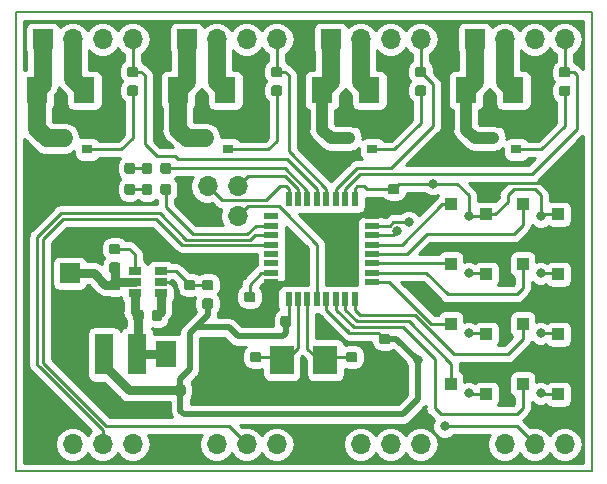
<source format=gtl>
G04 #@! TF.GenerationSoftware,KiCad,Pcbnew,(5.0.0-dirty)*
G04 #@! TF.CreationDate,2019-11-15T19:25:29+09:00*
G04 #@! TF.ProjectId,fake-fan-mk2,66616B652D66616E2D6D6B322E6B6963,rev?*
G04 #@! TF.SameCoordinates,Original*
G04 #@! TF.FileFunction,Copper,L1,Top,Signal*
G04 #@! TF.FilePolarity,Positive*
%FSLAX46Y46*%
G04 Gerber Fmt 4.6, Leading zero omitted, Abs format (unit mm)*
G04 Created by KiCad (PCBNEW (5.0.0-dirty)) date 11/15/19 19:25:29*
%MOMM*%
%LPD*%
G01*
G04 APERTURE LIST*
G04 #@! TA.AperFunction,NonConductor*
%ADD10C,0.200000*%
G04 #@! TD*
G04 #@! TA.AperFunction,Conductor*
%ADD11C,0.100000*%
G04 #@! TD*
G04 #@! TA.AperFunction,SMDPad,CuDef*
%ADD12C,0.875000*%
G04 #@! TD*
G04 #@! TA.AperFunction,SMDPad,CuDef*
%ADD13R,2.000000X2.400000*%
G04 #@! TD*
G04 #@! TA.AperFunction,SMDPad,CuDef*
%ADD14R,1.800000X2.200000*%
G04 #@! TD*
G04 #@! TA.AperFunction,ComponentPad*
%ADD15R,1.700000X1.700000*%
G04 #@! TD*
G04 #@! TA.AperFunction,ComponentPad*
%ADD16O,1.700000X1.700000*%
G04 #@! TD*
G04 #@! TA.AperFunction,SMDPad,CuDef*
%ADD17R,1.600000X3.500000*%
G04 #@! TD*
G04 #@! TA.AperFunction,SMDPad,CuDef*
%ADD18R,0.900000X0.800000*%
G04 #@! TD*
G04 #@! TA.AperFunction,SMDPad,CuDef*
%ADD19R,1.000000X1.000000*%
G04 #@! TD*
G04 #@! TA.AperFunction,SMDPad,CuDef*
%ADD20R,1.000000X1.100000*%
G04 #@! TD*
G04 #@! TA.AperFunction,SMDPad,CuDef*
%ADD21R,1.060000X0.650000*%
G04 #@! TD*
G04 #@! TA.AperFunction,SMDPad,CuDef*
%ADD22R,0.600000X1.200000*%
G04 #@! TD*
G04 #@! TA.AperFunction,SMDPad,CuDef*
%ADD23R,1.200000X0.600000*%
G04 #@! TD*
G04 #@! TA.AperFunction,ViaPad*
%ADD24C,0.800000*%
G04 #@! TD*
G04 #@! TA.AperFunction,Conductor*
%ADD25C,1.500000*%
G04 #@! TD*
G04 #@! TA.AperFunction,Conductor*
%ADD26C,0.250000*%
G04 #@! TD*
G04 #@! TA.AperFunction,Conductor*
%ADD27C,0.500000*%
G04 #@! TD*
G04 #@! TA.AperFunction,Conductor*
%ADD28C,0.750000*%
G04 #@! TD*
G04 #@! TA.AperFunction,Conductor*
%ADD29C,1.000000*%
G04 #@! TD*
G04 #@! TA.AperFunction,Conductor*
%ADD30C,0.254000*%
G04 #@! TD*
G04 APERTURE END LIST*
D10*
X14478000Y-53086000D02*
X14478000Y-14224000D01*
X63246000Y-53086000D02*
X14478000Y-53086000D01*
X63246000Y-14224000D02*
X63246000Y-53086000D01*
X14478000Y-14224000D02*
X63246000Y-14224000D01*
D11*
G04 #@! TO.N,GND*
G04 #@! TO.C,C3*
G36*
X43203691Y-44547053D02*
X43224926Y-44550203D01*
X43245750Y-44555419D01*
X43265962Y-44562651D01*
X43285368Y-44571830D01*
X43303781Y-44582866D01*
X43321024Y-44595654D01*
X43336930Y-44610070D01*
X43351346Y-44625976D01*
X43364134Y-44643219D01*
X43375170Y-44661632D01*
X43384349Y-44681038D01*
X43391581Y-44701250D01*
X43396797Y-44722074D01*
X43399947Y-44743309D01*
X43401000Y-44764750D01*
X43401000Y-45202250D01*
X43399947Y-45223691D01*
X43396797Y-45244926D01*
X43391581Y-45265750D01*
X43384349Y-45285962D01*
X43375170Y-45305368D01*
X43364134Y-45323781D01*
X43351346Y-45341024D01*
X43336930Y-45356930D01*
X43321024Y-45371346D01*
X43303781Y-45384134D01*
X43285368Y-45395170D01*
X43265962Y-45404349D01*
X43245750Y-45411581D01*
X43224926Y-45416797D01*
X43203691Y-45419947D01*
X43182250Y-45421000D01*
X42669750Y-45421000D01*
X42648309Y-45419947D01*
X42627074Y-45416797D01*
X42606250Y-45411581D01*
X42586038Y-45404349D01*
X42566632Y-45395170D01*
X42548219Y-45384134D01*
X42530976Y-45371346D01*
X42515070Y-45356930D01*
X42500654Y-45341024D01*
X42487866Y-45323781D01*
X42476830Y-45305368D01*
X42467651Y-45285962D01*
X42460419Y-45265750D01*
X42455203Y-45244926D01*
X42452053Y-45223691D01*
X42451000Y-45202250D01*
X42451000Y-44764750D01*
X42452053Y-44743309D01*
X42455203Y-44722074D01*
X42460419Y-44701250D01*
X42467651Y-44681038D01*
X42476830Y-44661632D01*
X42487866Y-44643219D01*
X42500654Y-44625976D01*
X42515070Y-44610070D01*
X42530976Y-44595654D01*
X42548219Y-44582866D01*
X42566632Y-44571830D01*
X42586038Y-44562651D01*
X42606250Y-44555419D01*
X42627074Y-44550203D01*
X42648309Y-44547053D01*
X42669750Y-44546000D01*
X43182250Y-44546000D01*
X43203691Y-44547053D01*
X43203691Y-44547053D01*
G37*
D12*
G04 #@! TD*
G04 #@! TO.P,C3,2*
G04 #@! TO.N,GND*
X42926000Y-44983500D03*
D11*
G04 #@! TO.N,Net-(C3-Pad1)*
G04 #@! TO.C,C3*
G36*
X43203691Y-42972053D02*
X43224926Y-42975203D01*
X43245750Y-42980419D01*
X43265962Y-42987651D01*
X43285368Y-42996830D01*
X43303781Y-43007866D01*
X43321024Y-43020654D01*
X43336930Y-43035070D01*
X43351346Y-43050976D01*
X43364134Y-43068219D01*
X43375170Y-43086632D01*
X43384349Y-43106038D01*
X43391581Y-43126250D01*
X43396797Y-43147074D01*
X43399947Y-43168309D01*
X43401000Y-43189750D01*
X43401000Y-43627250D01*
X43399947Y-43648691D01*
X43396797Y-43669926D01*
X43391581Y-43690750D01*
X43384349Y-43710962D01*
X43375170Y-43730368D01*
X43364134Y-43748781D01*
X43351346Y-43766024D01*
X43336930Y-43781930D01*
X43321024Y-43796346D01*
X43303781Y-43809134D01*
X43285368Y-43820170D01*
X43265962Y-43829349D01*
X43245750Y-43836581D01*
X43224926Y-43841797D01*
X43203691Y-43844947D01*
X43182250Y-43846000D01*
X42669750Y-43846000D01*
X42648309Y-43844947D01*
X42627074Y-43841797D01*
X42606250Y-43836581D01*
X42586038Y-43829349D01*
X42566632Y-43820170D01*
X42548219Y-43809134D01*
X42530976Y-43796346D01*
X42515070Y-43781930D01*
X42500654Y-43766024D01*
X42487866Y-43748781D01*
X42476830Y-43730368D01*
X42467651Y-43710962D01*
X42460419Y-43690750D01*
X42455203Y-43669926D01*
X42452053Y-43648691D01*
X42451000Y-43627250D01*
X42451000Y-43189750D01*
X42452053Y-43168309D01*
X42455203Y-43147074D01*
X42460419Y-43126250D01*
X42467651Y-43106038D01*
X42476830Y-43086632D01*
X42487866Y-43068219D01*
X42500654Y-43050976D01*
X42515070Y-43035070D01*
X42530976Y-43020654D01*
X42548219Y-43007866D01*
X42566632Y-42996830D01*
X42586038Y-42987651D01*
X42606250Y-42980419D01*
X42627074Y-42975203D01*
X42648309Y-42972053D01*
X42669750Y-42971000D01*
X43182250Y-42971000D01*
X43203691Y-42972053D01*
X43203691Y-42972053D01*
G37*
D12*
G04 #@! TD*
G04 #@! TO.P,C3,1*
G04 #@! TO.N,Net-(C3-Pad1)*
X42926000Y-43408500D03*
D13*
G04 #@! TO.P,Y1,1*
G04 #@! TO.N,Net-(C3-Pad1)*
X40712000Y-43688000D03*
G04 #@! TO.P,Y1,2*
G04 #@! TO.N,Net-(C2-Pad1)*
X37012000Y-43688000D03*
G04 #@! TD*
D11*
G04 #@! TO.N,GND*
G04 #@! TO.C,C1*
G36*
X23137691Y-38451053D02*
X23158926Y-38454203D01*
X23179750Y-38459419D01*
X23199962Y-38466651D01*
X23219368Y-38475830D01*
X23237781Y-38486866D01*
X23255024Y-38499654D01*
X23270930Y-38514070D01*
X23285346Y-38529976D01*
X23298134Y-38547219D01*
X23309170Y-38565632D01*
X23318349Y-38585038D01*
X23325581Y-38605250D01*
X23330797Y-38626074D01*
X23333947Y-38647309D01*
X23335000Y-38668750D01*
X23335000Y-39106250D01*
X23333947Y-39127691D01*
X23330797Y-39148926D01*
X23325581Y-39169750D01*
X23318349Y-39189962D01*
X23309170Y-39209368D01*
X23298134Y-39227781D01*
X23285346Y-39245024D01*
X23270930Y-39260930D01*
X23255024Y-39275346D01*
X23237781Y-39288134D01*
X23219368Y-39299170D01*
X23199962Y-39308349D01*
X23179750Y-39315581D01*
X23158926Y-39320797D01*
X23137691Y-39323947D01*
X23116250Y-39325000D01*
X22603750Y-39325000D01*
X22582309Y-39323947D01*
X22561074Y-39320797D01*
X22540250Y-39315581D01*
X22520038Y-39308349D01*
X22500632Y-39299170D01*
X22482219Y-39288134D01*
X22464976Y-39275346D01*
X22449070Y-39260930D01*
X22434654Y-39245024D01*
X22421866Y-39227781D01*
X22410830Y-39209368D01*
X22401651Y-39189962D01*
X22394419Y-39169750D01*
X22389203Y-39148926D01*
X22386053Y-39127691D01*
X22385000Y-39106250D01*
X22385000Y-38668750D01*
X22386053Y-38647309D01*
X22389203Y-38626074D01*
X22394419Y-38605250D01*
X22401651Y-38585038D01*
X22410830Y-38565632D01*
X22421866Y-38547219D01*
X22434654Y-38529976D01*
X22449070Y-38514070D01*
X22464976Y-38499654D01*
X22482219Y-38486866D01*
X22500632Y-38475830D01*
X22520038Y-38466651D01*
X22540250Y-38459419D01*
X22561074Y-38454203D01*
X22582309Y-38451053D01*
X22603750Y-38450000D01*
X23116250Y-38450000D01*
X23137691Y-38451053D01*
X23137691Y-38451053D01*
G37*
D12*
G04 #@! TD*
G04 #@! TO.P,C1,2*
G04 #@! TO.N,GND*
X22860000Y-38887500D03*
D11*
G04 #@! TO.N,+12V*
G04 #@! TO.C,C1*
G36*
X23137691Y-36876053D02*
X23158926Y-36879203D01*
X23179750Y-36884419D01*
X23199962Y-36891651D01*
X23219368Y-36900830D01*
X23237781Y-36911866D01*
X23255024Y-36924654D01*
X23270930Y-36939070D01*
X23285346Y-36954976D01*
X23298134Y-36972219D01*
X23309170Y-36990632D01*
X23318349Y-37010038D01*
X23325581Y-37030250D01*
X23330797Y-37051074D01*
X23333947Y-37072309D01*
X23335000Y-37093750D01*
X23335000Y-37531250D01*
X23333947Y-37552691D01*
X23330797Y-37573926D01*
X23325581Y-37594750D01*
X23318349Y-37614962D01*
X23309170Y-37634368D01*
X23298134Y-37652781D01*
X23285346Y-37670024D01*
X23270930Y-37685930D01*
X23255024Y-37700346D01*
X23237781Y-37713134D01*
X23219368Y-37724170D01*
X23199962Y-37733349D01*
X23179750Y-37740581D01*
X23158926Y-37745797D01*
X23137691Y-37748947D01*
X23116250Y-37750000D01*
X22603750Y-37750000D01*
X22582309Y-37748947D01*
X22561074Y-37745797D01*
X22540250Y-37740581D01*
X22520038Y-37733349D01*
X22500632Y-37724170D01*
X22482219Y-37713134D01*
X22464976Y-37700346D01*
X22449070Y-37685930D01*
X22434654Y-37670024D01*
X22421866Y-37652781D01*
X22410830Y-37634368D01*
X22401651Y-37614962D01*
X22394419Y-37594750D01*
X22389203Y-37573926D01*
X22386053Y-37552691D01*
X22385000Y-37531250D01*
X22385000Y-37093750D01*
X22386053Y-37072309D01*
X22389203Y-37051074D01*
X22394419Y-37030250D01*
X22401651Y-37010038D01*
X22410830Y-36990632D01*
X22421866Y-36972219D01*
X22434654Y-36954976D01*
X22449070Y-36939070D01*
X22464976Y-36924654D01*
X22482219Y-36911866D01*
X22500632Y-36900830D01*
X22520038Y-36891651D01*
X22540250Y-36884419D01*
X22561074Y-36879203D01*
X22582309Y-36876053D01*
X22603750Y-36875000D01*
X23116250Y-36875000D01*
X23137691Y-36876053D01*
X23137691Y-36876053D01*
G37*
D12*
G04 #@! TD*
G04 #@! TO.P,C1,1*
G04 #@! TO.N,+12V*
X22860000Y-37312500D03*
D11*
G04 #@! TO.N,Net-(C2-Pad1)*
G04 #@! TO.C,C2*
G36*
X35075691Y-42972053D02*
X35096926Y-42975203D01*
X35117750Y-42980419D01*
X35137962Y-42987651D01*
X35157368Y-42996830D01*
X35175781Y-43007866D01*
X35193024Y-43020654D01*
X35208930Y-43035070D01*
X35223346Y-43050976D01*
X35236134Y-43068219D01*
X35247170Y-43086632D01*
X35256349Y-43106038D01*
X35263581Y-43126250D01*
X35268797Y-43147074D01*
X35271947Y-43168309D01*
X35273000Y-43189750D01*
X35273000Y-43627250D01*
X35271947Y-43648691D01*
X35268797Y-43669926D01*
X35263581Y-43690750D01*
X35256349Y-43710962D01*
X35247170Y-43730368D01*
X35236134Y-43748781D01*
X35223346Y-43766024D01*
X35208930Y-43781930D01*
X35193024Y-43796346D01*
X35175781Y-43809134D01*
X35157368Y-43820170D01*
X35137962Y-43829349D01*
X35117750Y-43836581D01*
X35096926Y-43841797D01*
X35075691Y-43844947D01*
X35054250Y-43846000D01*
X34541750Y-43846000D01*
X34520309Y-43844947D01*
X34499074Y-43841797D01*
X34478250Y-43836581D01*
X34458038Y-43829349D01*
X34438632Y-43820170D01*
X34420219Y-43809134D01*
X34402976Y-43796346D01*
X34387070Y-43781930D01*
X34372654Y-43766024D01*
X34359866Y-43748781D01*
X34348830Y-43730368D01*
X34339651Y-43710962D01*
X34332419Y-43690750D01*
X34327203Y-43669926D01*
X34324053Y-43648691D01*
X34323000Y-43627250D01*
X34323000Y-43189750D01*
X34324053Y-43168309D01*
X34327203Y-43147074D01*
X34332419Y-43126250D01*
X34339651Y-43106038D01*
X34348830Y-43086632D01*
X34359866Y-43068219D01*
X34372654Y-43050976D01*
X34387070Y-43035070D01*
X34402976Y-43020654D01*
X34420219Y-43007866D01*
X34438632Y-42996830D01*
X34458038Y-42987651D01*
X34478250Y-42980419D01*
X34499074Y-42975203D01*
X34520309Y-42972053D01*
X34541750Y-42971000D01*
X35054250Y-42971000D01*
X35075691Y-42972053D01*
X35075691Y-42972053D01*
G37*
D12*
G04 #@! TD*
G04 #@! TO.P,C2,1*
G04 #@! TO.N,Net-(C2-Pad1)*
X34798000Y-43408500D03*
D11*
G04 #@! TO.N,GND*
G04 #@! TO.C,C2*
G36*
X35075691Y-44547053D02*
X35096926Y-44550203D01*
X35117750Y-44555419D01*
X35137962Y-44562651D01*
X35157368Y-44571830D01*
X35175781Y-44582866D01*
X35193024Y-44595654D01*
X35208930Y-44610070D01*
X35223346Y-44625976D01*
X35236134Y-44643219D01*
X35247170Y-44661632D01*
X35256349Y-44681038D01*
X35263581Y-44701250D01*
X35268797Y-44722074D01*
X35271947Y-44743309D01*
X35273000Y-44764750D01*
X35273000Y-45202250D01*
X35271947Y-45223691D01*
X35268797Y-45244926D01*
X35263581Y-45265750D01*
X35256349Y-45285962D01*
X35247170Y-45305368D01*
X35236134Y-45323781D01*
X35223346Y-45341024D01*
X35208930Y-45356930D01*
X35193024Y-45371346D01*
X35175781Y-45384134D01*
X35157368Y-45395170D01*
X35137962Y-45404349D01*
X35117750Y-45411581D01*
X35096926Y-45416797D01*
X35075691Y-45419947D01*
X35054250Y-45421000D01*
X34541750Y-45421000D01*
X34520309Y-45419947D01*
X34499074Y-45416797D01*
X34478250Y-45411581D01*
X34458038Y-45404349D01*
X34438632Y-45395170D01*
X34420219Y-45384134D01*
X34402976Y-45371346D01*
X34387070Y-45356930D01*
X34372654Y-45341024D01*
X34359866Y-45323781D01*
X34348830Y-45305368D01*
X34339651Y-45285962D01*
X34332419Y-45265750D01*
X34327203Y-45244926D01*
X34324053Y-45223691D01*
X34323000Y-45202250D01*
X34323000Y-44764750D01*
X34324053Y-44743309D01*
X34327203Y-44722074D01*
X34332419Y-44701250D01*
X34339651Y-44681038D01*
X34348830Y-44661632D01*
X34359866Y-44643219D01*
X34372654Y-44625976D01*
X34387070Y-44610070D01*
X34402976Y-44595654D01*
X34420219Y-44582866D01*
X34438632Y-44571830D01*
X34458038Y-44562651D01*
X34478250Y-44555419D01*
X34499074Y-44550203D01*
X34520309Y-44547053D01*
X34541750Y-44546000D01*
X35054250Y-44546000D01*
X35075691Y-44547053D01*
X35075691Y-44547053D01*
G37*
D12*
G04 #@! TD*
G04 #@! TO.P,C2,2*
G04 #@! TO.N,GND*
X34798000Y-44983500D03*
D11*
G04 #@! TO.N,Net-(C4-Pad2)*
G04 #@! TO.C,C4*
G36*
X26681691Y-39404053D02*
X26702926Y-39407203D01*
X26723750Y-39412419D01*
X26743962Y-39419651D01*
X26763368Y-39428830D01*
X26781781Y-39439866D01*
X26799024Y-39452654D01*
X26814930Y-39467070D01*
X26829346Y-39482976D01*
X26842134Y-39500219D01*
X26853170Y-39518632D01*
X26862349Y-39538038D01*
X26869581Y-39558250D01*
X26874797Y-39579074D01*
X26877947Y-39600309D01*
X26879000Y-39621750D01*
X26879000Y-40134250D01*
X26877947Y-40155691D01*
X26874797Y-40176926D01*
X26869581Y-40197750D01*
X26862349Y-40217962D01*
X26853170Y-40237368D01*
X26842134Y-40255781D01*
X26829346Y-40273024D01*
X26814930Y-40288930D01*
X26799024Y-40303346D01*
X26781781Y-40316134D01*
X26763368Y-40327170D01*
X26743962Y-40336349D01*
X26723750Y-40343581D01*
X26702926Y-40348797D01*
X26681691Y-40351947D01*
X26660250Y-40353000D01*
X26222750Y-40353000D01*
X26201309Y-40351947D01*
X26180074Y-40348797D01*
X26159250Y-40343581D01*
X26139038Y-40336349D01*
X26119632Y-40327170D01*
X26101219Y-40316134D01*
X26083976Y-40303346D01*
X26068070Y-40288930D01*
X26053654Y-40273024D01*
X26040866Y-40255781D01*
X26029830Y-40237368D01*
X26020651Y-40217962D01*
X26013419Y-40197750D01*
X26008203Y-40176926D01*
X26005053Y-40155691D01*
X26004000Y-40134250D01*
X26004000Y-39621750D01*
X26005053Y-39600309D01*
X26008203Y-39579074D01*
X26013419Y-39558250D01*
X26020651Y-39538038D01*
X26029830Y-39518632D01*
X26040866Y-39500219D01*
X26053654Y-39482976D01*
X26068070Y-39467070D01*
X26083976Y-39452654D01*
X26101219Y-39439866D01*
X26119632Y-39428830D01*
X26139038Y-39419651D01*
X26159250Y-39412419D01*
X26180074Y-39407203D01*
X26201309Y-39404053D01*
X26222750Y-39403000D01*
X26660250Y-39403000D01*
X26681691Y-39404053D01*
X26681691Y-39404053D01*
G37*
D12*
G04 #@! TD*
G04 #@! TO.P,C4,2*
G04 #@! TO.N,Net-(C4-Pad2)*
X26441500Y-39878000D03*
D11*
G04 #@! TO.N,Net-(C4-Pad1)*
G04 #@! TO.C,C4*
G36*
X25106691Y-39404053D02*
X25127926Y-39407203D01*
X25148750Y-39412419D01*
X25168962Y-39419651D01*
X25188368Y-39428830D01*
X25206781Y-39439866D01*
X25224024Y-39452654D01*
X25239930Y-39467070D01*
X25254346Y-39482976D01*
X25267134Y-39500219D01*
X25278170Y-39518632D01*
X25287349Y-39538038D01*
X25294581Y-39558250D01*
X25299797Y-39579074D01*
X25302947Y-39600309D01*
X25304000Y-39621750D01*
X25304000Y-40134250D01*
X25302947Y-40155691D01*
X25299797Y-40176926D01*
X25294581Y-40197750D01*
X25287349Y-40217962D01*
X25278170Y-40237368D01*
X25267134Y-40255781D01*
X25254346Y-40273024D01*
X25239930Y-40288930D01*
X25224024Y-40303346D01*
X25206781Y-40316134D01*
X25188368Y-40327170D01*
X25168962Y-40336349D01*
X25148750Y-40343581D01*
X25127926Y-40348797D01*
X25106691Y-40351947D01*
X25085250Y-40353000D01*
X24647750Y-40353000D01*
X24626309Y-40351947D01*
X24605074Y-40348797D01*
X24584250Y-40343581D01*
X24564038Y-40336349D01*
X24544632Y-40327170D01*
X24526219Y-40316134D01*
X24508976Y-40303346D01*
X24493070Y-40288930D01*
X24478654Y-40273024D01*
X24465866Y-40255781D01*
X24454830Y-40237368D01*
X24445651Y-40217962D01*
X24438419Y-40197750D01*
X24433203Y-40176926D01*
X24430053Y-40155691D01*
X24429000Y-40134250D01*
X24429000Y-39621750D01*
X24430053Y-39600309D01*
X24433203Y-39579074D01*
X24438419Y-39558250D01*
X24445651Y-39538038D01*
X24454830Y-39518632D01*
X24465866Y-39500219D01*
X24478654Y-39482976D01*
X24493070Y-39467070D01*
X24508976Y-39452654D01*
X24526219Y-39439866D01*
X24544632Y-39428830D01*
X24564038Y-39419651D01*
X24584250Y-39412419D01*
X24605074Y-39407203D01*
X24626309Y-39404053D01*
X24647750Y-39403000D01*
X25085250Y-39403000D01*
X25106691Y-39404053D01*
X25106691Y-39404053D01*
G37*
D12*
G04 #@! TD*
G04 #@! TO.P,C4,1*
G04 #@! TO.N,Net-(C4-Pad1)*
X24866500Y-39878000D03*
D11*
G04 #@! TO.N,+3V3*
G04 #@! TO.C,C5*
G36*
X28662691Y-45754053D02*
X28683926Y-45757203D01*
X28704750Y-45762419D01*
X28724962Y-45769651D01*
X28744368Y-45778830D01*
X28762781Y-45789866D01*
X28780024Y-45802654D01*
X28795930Y-45817070D01*
X28810346Y-45832976D01*
X28823134Y-45850219D01*
X28834170Y-45868632D01*
X28843349Y-45888038D01*
X28850581Y-45908250D01*
X28855797Y-45929074D01*
X28858947Y-45950309D01*
X28860000Y-45971750D01*
X28860000Y-46484250D01*
X28858947Y-46505691D01*
X28855797Y-46526926D01*
X28850581Y-46547750D01*
X28843349Y-46567962D01*
X28834170Y-46587368D01*
X28823134Y-46605781D01*
X28810346Y-46623024D01*
X28795930Y-46638930D01*
X28780024Y-46653346D01*
X28762781Y-46666134D01*
X28744368Y-46677170D01*
X28724962Y-46686349D01*
X28704750Y-46693581D01*
X28683926Y-46698797D01*
X28662691Y-46701947D01*
X28641250Y-46703000D01*
X28203750Y-46703000D01*
X28182309Y-46701947D01*
X28161074Y-46698797D01*
X28140250Y-46693581D01*
X28120038Y-46686349D01*
X28100632Y-46677170D01*
X28082219Y-46666134D01*
X28064976Y-46653346D01*
X28049070Y-46638930D01*
X28034654Y-46623024D01*
X28021866Y-46605781D01*
X28010830Y-46587368D01*
X28001651Y-46567962D01*
X27994419Y-46547750D01*
X27989203Y-46526926D01*
X27986053Y-46505691D01*
X27985000Y-46484250D01*
X27985000Y-45971750D01*
X27986053Y-45950309D01*
X27989203Y-45929074D01*
X27994419Y-45908250D01*
X28001651Y-45888038D01*
X28010830Y-45868632D01*
X28021866Y-45850219D01*
X28034654Y-45832976D01*
X28049070Y-45817070D01*
X28064976Y-45802654D01*
X28082219Y-45789866D01*
X28100632Y-45778830D01*
X28120038Y-45769651D01*
X28140250Y-45762419D01*
X28161074Y-45757203D01*
X28182309Y-45754053D01*
X28203750Y-45753000D01*
X28641250Y-45753000D01*
X28662691Y-45754053D01*
X28662691Y-45754053D01*
G37*
D12*
G04 #@! TD*
G04 #@! TO.P,C5,1*
G04 #@! TO.N,+3V3*
X28422500Y-46228000D03*
D11*
G04 #@! TO.N,GND*
G04 #@! TO.C,C5*
G36*
X30237691Y-45754053D02*
X30258926Y-45757203D01*
X30279750Y-45762419D01*
X30299962Y-45769651D01*
X30319368Y-45778830D01*
X30337781Y-45789866D01*
X30355024Y-45802654D01*
X30370930Y-45817070D01*
X30385346Y-45832976D01*
X30398134Y-45850219D01*
X30409170Y-45868632D01*
X30418349Y-45888038D01*
X30425581Y-45908250D01*
X30430797Y-45929074D01*
X30433947Y-45950309D01*
X30435000Y-45971750D01*
X30435000Y-46484250D01*
X30433947Y-46505691D01*
X30430797Y-46526926D01*
X30425581Y-46547750D01*
X30418349Y-46567962D01*
X30409170Y-46587368D01*
X30398134Y-46605781D01*
X30385346Y-46623024D01*
X30370930Y-46638930D01*
X30355024Y-46653346D01*
X30337781Y-46666134D01*
X30319368Y-46677170D01*
X30299962Y-46686349D01*
X30279750Y-46693581D01*
X30258926Y-46698797D01*
X30237691Y-46701947D01*
X30216250Y-46703000D01*
X29778750Y-46703000D01*
X29757309Y-46701947D01*
X29736074Y-46698797D01*
X29715250Y-46693581D01*
X29695038Y-46686349D01*
X29675632Y-46677170D01*
X29657219Y-46666134D01*
X29639976Y-46653346D01*
X29624070Y-46638930D01*
X29609654Y-46623024D01*
X29596866Y-46605781D01*
X29585830Y-46587368D01*
X29576651Y-46567962D01*
X29569419Y-46547750D01*
X29564203Y-46526926D01*
X29561053Y-46505691D01*
X29560000Y-46484250D01*
X29560000Y-45971750D01*
X29561053Y-45950309D01*
X29564203Y-45929074D01*
X29569419Y-45908250D01*
X29576651Y-45888038D01*
X29585830Y-45868632D01*
X29596866Y-45850219D01*
X29609654Y-45832976D01*
X29624070Y-45817070D01*
X29639976Y-45802654D01*
X29657219Y-45789866D01*
X29675632Y-45778830D01*
X29695038Y-45769651D01*
X29715250Y-45762419D01*
X29736074Y-45757203D01*
X29757309Y-45754053D01*
X29778750Y-45753000D01*
X30216250Y-45753000D01*
X30237691Y-45754053D01*
X30237691Y-45754053D01*
G37*
D12*
G04 #@! TD*
G04 #@! TO.P,C5,2*
G04 #@! TO.N,GND*
X29997500Y-46228000D03*
D11*
G04 #@! TO.N,+3V3*
G04 #@! TO.C,C6*
G36*
X37578191Y-39912053D02*
X37599426Y-39915203D01*
X37620250Y-39920419D01*
X37640462Y-39927651D01*
X37659868Y-39936830D01*
X37678281Y-39947866D01*
X37695524Y-39960654D01*
X37711430Y-39975070D01*
X37725846Y-39990976D01*
X37738634Y-40008219D01*
X37749670Y-40026632D01*
X37758849Y-40046038D01*
X37766081Y-40066250D01*
X37771297Y-40087074D01*
X37774447Y-40108309D01*
X37775500Y-40129750D01*
X37775500Y-40642250D01*
X37774447Y-40663691D01*
X37771297Y-40684926D01*
X37766081Y-40705750D01*
X37758849Y-40725962D01*
X37749670Y-40745368D01*
X37738634Y-40763781D01*
X37725846Y-40781024D01*
X37711430Y-40796930D01*
X37695524Y-40811346D01*
X37678281Y-40824134D01*
X37659868Y-40835170D01*
X37640462Y-40844349D01*
X37620250Y-40851581D01*
X37599426Y-40856797D01*
X37578191Y-40859947D01*
X37556750Y-40861000D01*
X37119250Y-40861000D01*
X37097809Y-40859947D01*
X37076574Y-40856797D01*
X37055750Y-40851581D01*
X37035538Y-40844349D01*
X37016132Y-40835170D01*
X36997719Y-40824134D01*
X36980476Y-40811346D01*
X36964570Y-40796930D01*
X36950154Y-40781024D01*
X36937366Y-40763781D01*
X36926330Y-40745368D01*
X36917151Y-40725962D01*
X36909919Y-40705750D01*
X36904703Y-40684926D01*
X36901553Y-40663691D01*
X36900500Y-40642250D01*
X36900500Y-40129750D01*
X36901553Y-40108309D01*
X36904703Y-40087074D01*
X36909919Y-40066250D01*
X36917151Y-40046038D01*
X36926330Y-40026632D01*
X36937366Y-40008219D01*
X36950154Y-39990976D01*
X36964570Y-39975070D01*
X36980476Y-39960654D01*
X36997719Y-39947866D01*
X37016132Y-39936830D01*
X37035538Y-39927651D01*
X37055750Y-39920419D01*
X37076574Y-39915203D01*
X37097809Y-39912053D01*
X37119250Y-39911000D01*
X37556750Y-39911000D01*
X37578191Y-39912053D01*
X37578191Y-39912053D01*
G37*
D12*
G04 #@! TD*
G04 #@! TO.P,C6,2*
G04 #@! TO.N,+3V3*
X37338000Y-40386000D03*
D11*
G04 #@! TO.N,GND*
G04 #@! TO.C,C6*
G36*
X36003191Y-39912053D02*
X36024426Y-39915203D01*
X36045250Y-39920419D01*
X36065462Y-39927651D01*
X36084868Y-39936830D01*
X36103281Y-39947866D01*
X36120524Y-39960654D01*
X36136430Y-39975070D01*
X36150846Y-39990976D01*
X36163634Y-40008219D01*
X36174670Y-40026632D01*
X36183849Y-40046038D01*
X36191081Y-40066250D01*
X36196297Y-40087074D01*
X36199447Y-40108309D01*
X36200500Y-40129750D01*
X36200500Y-40642250D01*
X36199447Y-40663691D01*
X36196297Y-40684926D01*
X36191081Y-40705750D01*
X36183849Y-40725962D01*
X36174670Y-40745368D01*
X36163634Y-40763781D01*
X36150846Y-40781024D01*
X36136430Y-40796930D01*
X36120524Y-40811346D01*
X36103281Y-40824134D01*
X36084868Y-40835170D01*
X36065462Y-40844349D01*
X36045250Y-40851581D01*
X36024426Y-40856797D01*
X36003191Y-40859947D01*
X35981750Y-40861000D01*
X35544250Y-40861000D01*
X35522809Y-40859947D01*
X35501574Y-40856797D01*
X35480750Y-40851581D01*
X35460538Y-40844349D01*
X35441132Y-40835170D01*
X35422719Y-40824134D01*
X35405476Y-40811346D01*
X35389570Y-40796930D01*
X35375154Y-40781024D01*
X35362366Y-40763781D01*
X35351330Y-40745368D01*
X35342151Y-40725962D01*
X35334919Y-40705750D01*
X35329703Y-40684926D01*
X35326553Y-40663691D01*
X35325500Y-40642250D01*
X35325500Y-40129750D01*
X35326553Y-40108309D01*
X35329703Y-40087074D01*
X35334919Y-40066250D01*
X35342151Y-40046038D01*
X35351330Y-40026632D01*
X35362366Y-40008219D01*
X35375154Y-39990976D01*
X35389570Y-39975070D01*
X35405476Y-39960654D01*
X35422719Y-39947866D01*
X35441132Y-39936830D01*
X35460538Y-39927651D01*
X35480750Y-39920419D01*
X35501574Y-39915203D01*
X35522809Y-39912053D01*
X35544250Y-39911000D01*
X35981750Y-39911000D01*
X36003191Y-39912053D01*
X36003191Y-39912053D01*
G37*
D12*
G04 #@! TD*
G04 #@! TO.P,C6,1*
G04 #@! TO.N,GND*
X35763000Y-40386000D03*
D11*
G04 #@! TO.N,GND*
G04 #@! TO.C,C7*
G36*
X45997691Y-43023053D02*
X46018926Y-43026203D01*
X46039750Y-43031419D01*
X46059962Y-43038651D01*
X46079368Y-43047830D01*
X46097781Y-43058866D01*
X46115024Y-43071654D01*
X46130930Y-43086070D01*
X46145346Y-43101976D01*
X46158134Y-43119219D01*
X46169170Y-43137632D01*
X46178349Y-43157038D01*
X46185581Y-43177250D01*
X46190797Y-43198074D01*
X46193947Y-43219309D01*
X46195000Y-43240750D01*
X46195000Y-43678250D01*
X46193947Y-43699691D01*
X46190797Y-43720926D01*
X46185581Y-43741750D01*
X46178349Y-43761962D01*
X46169170Y-43781368D01*
X46158134Y-43799781D01*
X46145346Y-43817024D01*
X46130930Y-43832930D01*
X46115024Y-43847346D01*
X46097781Y-43860134D01*
X46079368Y-43871170D01*
X46059962Y-43880349D01*
X46039750Y-43887581D01*
X46018926Y-43892797D01*
X45997691Y-43895947D01*
X45976250Y-43897000D01*
X45463750Y-43897000D01*
X45442309Y-43895947D01*
X45421074Y-43892797D01*
X45400250Y-43887581D01*
X45380038Y-43880349D01*
X45360632Y-43871170D01*
X45342219Y-43860134D01*
X45324976Y-43847346D01*
X45309070Y-43832930D01*
X45294654Y-43817024D01*
X45281866Y-43799781D01*
X45270830Y-43781368D01*
X45261651Y-43761962D01*
X45254419Y-43741750D01*
X45249203Y-43720926D01*
X45246053Y-43699691D01*
X45245000Y-43678250D01*
X45245000Y-43240750D01*
X45246053Y-43219309D01*
X45249203Y-43198074D01*
X45254419Y-43177250D01*
X45261651Y-43157038D01*
X45270830Y-43137632D01*
X45281866Y-43119219D01*
X45294654Y-43101976D01*
X45309070Y-43086070D01*
X45324976Y-43071654D01*
X45342219Y-43058866D01*
X45360632Y-43047830D01*
X45380038Y-43038651D01*
X45400250Y-43031419D01*
X45421074Y-43026203D01*
X45442309Y-43023053D01*
X45463750Y-43022000D01*
X45976250Y-43022000D01*
X45997691Y-43023053D01*
X45997691Y-43023053D01*
G37*
D12*
G04 #@! TD*
G04 #@! TO.P,C7,1*
G04 #@! TO.N,GND*
X45720000Y-43459500D03*
D11*
G04 #@! TO.N,+3V3*
G04 #@! TO.C,C7*
G36*
X45997691Y-41448053D02*
X46018926Y-41451203D01*
X46039750Y-41456419D01*
X46059962Y-41463651D01*
X46079368Y-41472830D01*
X46097781Y-41483866D01*
X46115024Y-41496654D01*
X46130930Y-41511070D01*
X46145346Y-41526976D01*
X46158134Y-41544219D01*
X46169170Y-41562632D01*
X46178349Y-41582038D01*
X46185581Y-41602250D01*
X46190797Y-41623074D01*
X46193947Y-41644309D01*
X46195000Y-41665750D01*
X46195000Y-42103250D01*
X46193947Y-42124691D01*
X46190797Y-42145926D01*
X46185581Y-42166750D01*
X46178349Y-42186962D01*
X46169170Y-42206368D01*
X46158134Y-42224781D01*
X46145346Y-42242024D01*
X46130930Y-42257930D01*
X46115024Y-42272346D01*
X46097781Y-42285134D01*
X46079368Y-42296170D01*
X46059962Y-42305349D01*
X46039750Y-42312581D01*
X46018926Y-42317797D01*
X45997691Y-42320947D01*
X45976250Y-42322000D01*
X45463750Y-42322000D01*
X45442309Y-42320947D01*
X45421074Y-42317797D01*
X45400250Y-42312581D01*
X45380038Y-42305349D01*
X45360632Y-42296170D01*
X45342219Y-42285134D01*
X45324976Y-42272346D01*
X45309070Y-42257930D01*
X45294654Y-42242024D01*
X45281866Y-42224781D01*
X45270830Y-42206368D01*
X45261651Y-42186962D01*
X45254419Y-42166750D01*
X45249203Y-42145926D01*
X45246053Y-42124691D01*
X45245000Y-42103250D01*
X45245000Y-41665750D01*
X45246053Y-41644309D01*
X45249203Y-41623074D01*
X45254419Y-41602250D01*
X45261651Y-41582038D01*
X45270830Y-41562632D01*
X45281866Y-41544219D01*
X45294654Y-41526976D01*
X45309070Y-41511070D01*
X45324976Y-41496654D01*
X45342219Y-41483866D01*
X45360632Y-41472830D01*
X45380038Y-41463651D01*
X45400250Y-41456419D01*
X45421074Y-41451203D01*
X45442309Y-41448053D01*
X45463750Y-41447000D01*
X45976250Y-41447000D01*
X45997691Y-41448053D01*
X45997691Y-41448053D01*
G37*
D12*
G04 #@! TD*
G04 #@! TO.P,C7,2*
G04 #@! TO.N,+3V3*
X45720000Y-41884500D03*
D11*
G04 #@! TO.N,GND*
G04 #@! TO.C,C8*
G36*
X46759691Y-30348553D02*
X46780926Y-30351703D01*
X46801750Y-30356919D01*
X46821962Y-30364151D01*
X46841368Y-30373330D01*
X46859781Y-30384366D01*
X46877024Y-30397154D01*
X46892930Y-30411570D01*
X46907346Y-30427476D01*
X46920134Y-30444719D01*
X46931170Y-30463132D01*
X46940349Y-30482538D01*
X46947581Y-30502750D01*
X46952797Y-30523574D01*
X46955947Y-30544809D01*
X46957000Y-30566250D01*
X46957000Y-31003750D01*
X46955947Y-31025191D01*
X46952797Y-31046426D01*
X46947581Y-31067250D01*
X46940349Y-31087462D01*
X46931170Y-31106868D01*
X46920134Y-31125281D01*
X46907346Y-31142524D01*
X46892930Y-31158430D01*
X46877024Y-31172846D01*
X46859781Y-31185634D01*
X46841368Y-31196670D01*
X46821962Y-31205849D01*
X46801750Y-31213081D01*
X46780926Y-31218297D01*
X46759691Y-31221447D01*
X46738250Y-31222500D01*
X46225750Y-31222500D01*
X46204309Y-31221447D01*
X46183074Y-31218297D01*
X46162250Y-31213081D01*
X46142038Y-31205849D01*
X46122632Y-31196670D01*
X46104219Y-31185634D01*
X46086976Y-31172846D01*
X46071070Y-31158430D01*
X46056654Y-31142524D01*
X46043866Y-31125281D01*
X46032830Y-31106868D01*
X46023651Y-31087462D01*
X46016419Y-31067250D01*
X46011203Y-31046426D01*
X46008053Y-31025191D01*
X46007000Y-31003750D01*
X46007000Y-30566250D01*
X46008053Y-30544809D01*
X46011203Y-30523574D01*
X46016419Y-30502750D01*
X46023651Y-30482538D01*
X46032830Y-30463132D01*
X46043866Y-30444719D01*
X46056654Y-30427476D01*
X46071070Y-30411570D01*
X46086976Y-30397154D01*
X46104219Y-30384366D01*
X46122632Y-30373330D01*
X46142038Y-30364151D01*
X46162250Y-30356919D01*
X46183074Y-30351703D01*
X46204309Y-30348553D01*
X46225750Y-30347500D01*
X46738250Y-30347500D01*
X46759691Y-30348553D01*
X46759691Y-30348553D01*
G37*
D12*
G04 #@! TD*
G04 #@! TO.P,C8,1*
G04 #@! TO.N,GND*
X46482000Y-30785000D03*
D11*
G04 #@! TO.N,+3V3*
G04 #@! TO.C,C8*
G36*
X46759691Y-28773553D02*
X46780926Y-28776703D01*
X46801750Y-28781919D01*
X46821962Y-28789151D01*
X46841368Y-28798330D01*
X46859781Y-28809366D01*
X46877024Y-28822154D01*
X46892930Y-28836570D01*
X46907346Y-28852476D01*
X46920134Y-28869719D01*
X46931170Y-28888132D01*
X46940349Y-28907538D01*
X46947581Y-28927750D01*
X46952797Y-28948574D01*
X46955947Y-28969809D01*
X46957000Y-28991250D01*
X46957000Y-29428750D01*
X46955947Y-29450191D01*
X46952797Y-29471426D01*
X46947581Y-29492250D01*
X46940349Y-29512462D01*
X46931170Y-29531868D01*
X46920134Y-29550281D01*
X46907346Y-29567524D01*
X46892930Y-29583430D01*
X46877024Y-29597846D01*
X46859781Y-29610634D01*
X46841368Y-29621670D01*
X46821962Y-29630849D01*
X46801750Y-29638081D01*
X46780926Y-29643297D01*
X46759691Y-29646447D01*
X46738250Y-29647500D01*
X46225750Y-29647500D01*
X46204309Y-29646447D01*
X46183074Y-29643297D01*
X46162250Y-29638081D01*
X46142038Y-29630849D01*
X46122632Y-29621670D01*
X46104219Y-29610634D01*
X46086976Y-29597846D01*
X46071070Y-29583430D01*
X46056654Y-29567524D01*
X46043866Y-29550281D01*
X46032830Y-29531868D01*
X46023651Y-29512462D01*
X46016419Y-29492250D01*
X46011203Y-29471426D01*
X46008053Y-29450191D01*
X46007000Y-29428750D01*
X46007000Y-28991250D01*
X46008053Y-28969809D01*
X46011203Y-28948574D01*
X46016419Y-28927750D01*
X46023651Y-28907538D01*
X46032830Y-28888132D01*
X46043866Y-28869719D01*
X46056654Y-28852476D01*
X46071070Y-28836570D01*
X46086976Y-28822154D01*
X46104219Y-28809366D01*
X46122632Y-28798330D01*
X46142038Y-28789151D01*
X46162250Y-28781919D01*
X46183074Y-28776703D01*
X46204309Y-28773553D01*
X46225750Y-28772500D01*
X46738250Y-28772500D01*
X46759691Y-28773553D01*
X46759691Y-28773553D01*
G37*
D12*
G04 #@! TD*
G04 #@! TO.P,C8,2*
G04 #@! TO.N,+3V3*
X46482000Y-29210000D03*
D14*
G04 #@! TO.P,D1,2*
G04 #@! TO.N,GND*
X31210000Y-43180000D03*
G04 #@! TO.P,D1,1*
G04 #@! TO.N,Net-(C4-Pad1)*
X27210000Y-43180000D03*
G04 #@! TD*
D11*
G04 #@! TO.N,GND*
G04 #@! TO.C,D2*
G36*
X22795191Y-26958053D02*
X22816426Y-26961203D01*
X22837250Y-26966419D01*
X22857462Y-26973651D01*
X22876868Y-26982830D01*
X22895281Y-26993866D01*
X22912524Y-27006654D01*
X22928430Y-27021070D01*
X22942846Y-27036976D01*
X22955634Y-27054219D01*
X22966670Y-27072632D01*
X22975849Y-27092038D01*
X22983081Y-27112250D01*
X22988297Y-27133074D01*
X22991447Y-27154309D01*
X22992500Y-27175750D01*
X22992500Y-27688250D01*
X22991447Y-27709691D01*
X22988297Y-27730926D01*
X22983081Y-27751750D01*
X22975849Y-27771962D01*
X22966670Y-27791368D01*
X22955634Y-27809781D01*
X22942846Y-27827024D01*
X22928430Y-27842930D01*
X22912524Y-27857346D01*
X22895281Y-27870134D01*
X22876868Y-27881170D01*
X22857462Y-27890349D01*
X22837250Y-27897581D01*
X22816426Y-27902797D01*
X22795191Y-27905947D01*
X22773750Y-27907000D01*
X22336250Y-27907000D01*
X22314809Y-27905947D01*
X22293574Y-27902797D01*
X22272750Y-27897581D01*
X22252538Y-27890349D01*
X22233132Y-27881170D01*
X22214719Y-27870134D01*
X22197476Y-27857346D01*
X22181570Y-27842930D01*
X22167154Y-27827024D01*
X22154366Y-27809781D01*
X22143330Y-27791368D01*
X22134151Y-27771962D01*
X22126919Y-27751750D01*
X22121703Y-27730926D01*
X22118553Y-27709691D01*
X22117500Y-27688250D01*
X22117500Y-27175750D01*
X22118553Y-27154309D01*
X22121703Y-27133074D01*
X22126919Y-27112250D01*
X22134151Y-27092038D01*
X22143330Y-27072632D01*
X22154366Y-27054219D01*
X22167154Y-27036976D01*
X22181570Y-27021070D01*
X22197476Y-27006654D01*
X22214719Y-26993866D01*
X22233132Y-26982830D01*
X22252538Y-26973651D01*
X22272750Y-26966419D01*
X22293574Y-26961203D01*
X22314809Y-26958053D01*
X22336250Y-26957000D01*
X22773750Y-26957000D01*
X22795191Y-26958053D01*
X22795191Y-26958053D01*
G37*
D12*
G04 #@! TD*
G04 #@! TO.P,D2,1*
G04 #@! TO.N,GND*
X22555000Y-27432000D03*
D11*
G04 #@! TO.N,Net-(D2-Pad2)*
G04 #@! TO.C,D2*
G36*
X24370191Y-26958053D02*
X24391426Y-26961203D01*
X24412250Y-26966419D01*
X24432462Y-26973651D01*
X24451868Y-26982830D01*
X24470281Y-26993866D01*
X24487524Y-27006654D01*
X24503430Y-27021070D01*
X24517846Y-27036976D01*
X24530634Y-27054219D01*
X24541670Y-27072632D01*
X24550849Y-27092038D01*
X24558081Y-27112250D01*
X24563297Y-27133074D01*
X24566447Y-27154309D01*
X24567500Y-27175750D01*
X24567500Y-27688250D01*
X24566447Y-27709691D01*
X24563297Y-27730926D01*
X24558081Y-27751750D01*
X24550849Y-27771962D01*
X24541670Y-27791368D01*
X24530634Y-27809781D01*
X24517846Y-27827024D01*
X24503430Y-27842930D01*
X24487524Y-27857346D01*
X24470281Y-27870134D01*
X24451868Y-27881170D01*
X24432462Y-27890349D01*
X24412250Y-27897581D01*
X24391426Y-27902797D01*
X24370191Y-27905947D01*
X24348750Y-27907000D01*
X23911250Y-27907000D01*
X23889809Y-27905947D01*
X23868574Y-27902797D01*
X23847750Y-27897581D01*
X23827538Y-27890349D01*
X23808132Y-27881170D01*
X23789719Y-27870134D01*
X23772476Y-27857346D01*
X23756570Y-27842930D01*
X23742154Y-27827024D01*
X23729366Y-27809781D01*
X23718330Y-27791368D01*
X23709151Y-27771962D01*
X23701919Y-27751750D01*
X23696703Y-27730926D01*
X23693553Y-27709691D01*
X23692500Y-27688250D01*
X23692500Y-27175750D01*
X23693553Y-27154309D01*
X23696703Y-27133074D01*
X23701919Y-27112250D01*
X23709151Y-27092038D01*
X23718330Y-27072632D01*
X23729366Y-27054219D01*
X23742154Y-27036976D01*
X23756570Y-27021070D01*
X23772476Y-27006654D01*
X23789719Y-26993866D01*
X23808132Y-26982830D01*
X23827538Y-26973651D01*
X23847750Y-26966419D01*
X23868574Y-26961203D01*
X23889809Y-26958053D01*
X23911250Y-26957000D01*
X24348750Y-26957000D01*
X24370191Y-26958053D01*
X24370191Y-26958053D01*
G37*
D12*
G04 #@! TD*
G04 #@! TO.P,D2,2*
G04 #@! TO.N,Net-(D2-Pad2)*
X24130000Y-27432000D03*
D11*
G04 #@! TO.N,Net-(D3-Pad2)*
G04 #@! TO.C,D3*
G36*
X24370191Y-28736053D02*
X24391426Y-28739203D01*
X24412250Y-28744419D01*
X24432462Y-28751651D01*
X24451868Y-28760830D01*
X24470281Y-28771866D01*
X24487524Y-28784654D01*
X24503430Y-28799070D01*
X24517846Y-28814976D01*
X24530634Y-28832219D01*
X24541670Y-28850632D01*
X24550849Y-28870038D01*
X24558081Y-28890250D01*
X24563297Y-28911074D01*
X24566447Y-28932309D01*
X24567500Y-28953750D01*
X24567500Y-29466250D01*
X24566447Y-29487691D01*
X24563297Y-29508926D01*
X24558081Y-29529750D01*
X24550849Y-29549962D01*
X24541670Y-29569368D01*
X24530634Y-29587781D01*
X24517846Y-29605024D01*
X24503430Y-29620930D01*
X24487524Y-29635346D01*
X24470281Y-29648134D01*
X24451868Y-29659170D01*
X24432462Y-29668349D01*
X24412250Y-29675581D01*
X24391426Y-29680797D01*
X24370191Y-29683947D01*
X24348750Y-29685000D01*
X23911250Y-29685000D01*
X23889809Y-29683947D01*
X23868574Y-29680797D01*
X23847750Y-29675581D01*
X23827538Y-29668349D01*
X23808132Y-29659170D01*
X23789719Y-29648134D01*
X23772476Y-29635346D01*
X23756570Y-29620930D01*
X23742154Y-29605024D01*
X23729366Y-29587781D01*
X23718330Y-29569368D01*
X23709151Y-29549962D01*
X23701919Y-29529750D01*
X23696703Y-29508926D01*
X23693553Y-29487691D01*
X23692500Y-29466250D01*
X23692500Y-28953750D01*
X23693553Y-28932309D01*
X23696703Y-28911074D01*
X23701919Y-28890250D01*
X23709151Y-28870038D01*
X23718330Y-28850632D01*
X23729366Y-28832219D01*
X23742154Y-28814976D01*
X23756570Y-28799070D01*
X23772476Y-28784654D01*
X23789719Y-28771866D01*
X23808132Y-28760830D01*
X23827538Y-28751651D01*
X23847750Y-28744419D01*
X23868574Y-28739203D01*
X23889809Y-28736053D01*
X23911250Y-28735000D01*
X24348750Y-28735000D01*
X24370191Y-28736053D01*
X24370191Y-28736053D01*
G37*
D12*
G04 #@! TD*
G04 #@! TO.P,D3,2*
G04 #@! TO.N,Net-(D3-Pad2)*
X24130000Y-29210000D03*
D11*
G04 #@! TO.N,GND*
G04 #@! TO.C,D3*
G36*
X22795191Y-28736053D02*
X22816426Y-28739203D01*
X22837250Y-28744419D01*
X22857462Y-28751651D01*
X22876868Y-28760830D01*
X22895281Y-28771866D01*
X22912524Y-28784654D01*
X22928430Y-28799070D01*
X22942846Y-28814976D01*
X22955634Y-28832219D01*
X22966670Y-28850632D01*
X22975849Y-28870038D01*
X22983081Y-28890250D01*
X22988297Y-28911074D01*
X22991447Y-28932309D01*
X22992500Y-28953750D01*
X22992500Y-29466250D01*
X22991447Y-29487691D01*
X22988297Y-29508926D01*
X22983081Y-29529750D01*
X22975849Y-29549962D01*
X22966670Y-29569368D01*
X22955634Y-29587781D01*
X22942846Y-29605024D01*
X22928430Y-29620930D01*
X22912524Y-29635346D01*
X22895281Y-29648134D01*
X22876868Y-29659170D01*
X22857462Y-29668349D01*
X22837250Y-29675581D01*
X22816426Y-29680797D01*
X22795191Y-29683947D01*
X22773750Y-29685000D01*
X22336250Y-29685000D01*
X22314809Y-29683947D01*
X22293574Y-29680797D01*
X22272750Y-29675581D01*
X22252538Y-29668349D01*
X22233132Y-29659170D01*
X22214719Y-29648134D01*
X22197476Y-29635346D01*
X22181570Y-29620930D01*
X22167154Y-29605024D01*
X22154366Y-29587781D01*
X22143330Y-29569368D01*
X22134151Y-29549962D01*
X22126919Y-29529750D01*
X22121703Y-29508926D01*
X22118553Y-29487691D01*
X22117500Y-29466250D01*
X22117500Y-28953750D01*
X22118553Y-28932309D01*
X22121703Y-28911074D01*
X22126919Y-28890250D01*
X22134151Y-28870038D01*
X22143330Y-28850632D01*
X22154366Y-28832219D01*
X22167154Y-28814976D01*
X22181570Y-28799070D01*
X22197476Y-28784654D01*
X22214719Y-28771866D01*
X22233132Y-28760830D01*
X22252538Y-28751651D01*
X22272750Y-28744419D01*
X22293574Y-28739203D01*
X22314809Y-28736053D01*
X22336250Y-28735000D01*
X22773750Y-28735000D01*
X22795191Y-28736053D01*
X22795191Y-28736053D01*
G37*
D12*
G04 #@! TD*
G04 #@! TO.P,D3,1*
G04 #@! TO.N,GND*
X22555000Y-29210000D03*
D14*
G04 #@! TO.P,D4,2*
G04 #@! TO.N,Net-(D4-Pad2)*
X16288000Y-20828000D03*
G04 #@! TO.P,D4,1*
G04 #@! TO.N,Net-(D4-Pad1)*
X20288000Y-20828000D03*
G04 #@! TD*
G04 #@! TO.P,D5,2*
G04 #@! TO.N,Net-(D5-Pad2)*
X28226000Y-20828000D03*
G04 #@! TO.P,D5,1*
G04 #@! TO.N,Net-(D5-Pad1)*
X32226000Y-20828000D03*
G04 #@! TD*
G04 #@! TO.P,D6,1*
G04 #@! TO.N,Net-(D6-Pad1)*
X44418000Y-20828000D03*
G04 #@! TO.P,D6,2*
G04 #@! TO.N,Net-(D6-Pad2)*
X40418000Y-20828000D03*
G04 #@! TD*
G04 #@! TO.P,D7,1*
G04 #@! TO.N,Net-(D7-Pad1)*
X56610000Y-20828000D03*
G04 #@! TO.P,D7,2*
G04 #@! TO.N,Net-(D7-Pad2)*
X52610000Y-20828000D03*
G04 #@! TD*
D15*
G04 #@! TO.P,J2,1*
G04 #@! TO.N,+12V*
X19050000Y-36322000D03*
D16*
G04 #@! TO.P,J2,2*
G04 #@! TO.N,GND*
X19050000Y-38862000D03*
G04 #@! TD*
G04 #@! TO.P,J4,4*
G04 #@! TO.N,Net-(J4-Pad4)*
X24384000Y-50800000D03*
G04 #@! TO.P,J4,3*
G04 #@! TO.N,/FAKE1*
X21844000Y-50800000D03*
G04 #@! TO.P,J4,2*
G04 #@! TO.N,Net-(D4-Pad1)*
X19304000Y-50800000D03*
D15*
G04 #@! TO.P,J4,1*
G04 #@! TO.N,GND*
X16764000Y-50800000D03*
G04 #@! TD*
G04 #@! TO.P,J5,1*
G04 #@! TO.N,Net-(D4-Pad2)*
X16764000Y-16510000D03*
D16*
G04 #@! TO.P,J5,2*
G04 #@! TO.N,Net-(D4-Pad1)*
X19304000Y-16510000D03*
G04 #@! TO.P,J5,3*
G04 #@! TO.N,Net-(J5-Pad3)*
X21844000Y-16510000D03*
G04 #@! TO.P,J5,4*
G04 #@! TO.N,/FAN1*
X24384000Y-16510000D03*
G04 #@! TD*
G04 #@! TO.P,J6,4*
G04 #@! TO.N,Net-(J6-Pad4)*
X36576000Y-50800000D03*
G04 #@! TO.P,J6,3*
G04 #@! TO.N,/FAKE2*
X34036000Y-50800000D03*
G04 #@! TO.P,J6,2*
G04 #@! TO.N,Net-(D5-Pad1)*
X31496000Y-50800000D03*
D15*
G04 #@! TO.P,J6,1*
G04 #@! TO.N,GND*
X28956000Y-50800000D03*
G04 #@! TD*
G04 #@! TO.P,J7,1*
G04 #@! TO.N,Net-(D5-Pad2)*
X28956000Y-16510000D03*
D16*
G04 #@! TO.P,J7,2*
G04 #@! TO.N,Net-(D5-Pad1)*
X31496000Y-16510000D03*
G04 #@! TO.P,J7,3*
G04 #@! TO.N,Net-(J7-Pad3)*
X34036000Y-16510000D03*
G04 #@! TO.P,J7,4*
G04 #@! TO.N,/FAN2*
X36576000Y-16510000D03*
G04 #@! TD*
D15*
G04 #@! TO.P,J8,1*
G04 #@! TO.N,GND*
X41148000Y-50800000D03*
D16*
G04 #@! TO.P,J8,2*
G04 #@! TO.N,Net-(D6-Pad1)*
X43688000Y-50800000D03*
G04 #@! TO.P,J8,3*
G04 #@! TO.N,/FAKE3*
X46228000Y-50800000D03*
G04 #@! TO.P,J8,4*
G04 #@! TO.N,Net-(J8-Pad4)*
X48768000Y-50800000D03*
G04 #@! TD*
D15*
G04 #@! TO.P,J9,1*
G04 #@! TO.N,Net-(D6-Pad2)*
X41148000Y-16510000D03*
D16*
G04 #@! TO.P,J9,2*
G04 #@! TO.N,Net-(D6-Pad1)*
X43688000Y-16510000D03*
G04 #@! TO.P,J9,3*
G04 #@! TO.N,Net-(J9-Pad3)*
X46228000Y-16510000D03*
G04 #@! TO.P,J9,4*
G04 #@! TO.N,/FAN3*
X48768000Y-16510000D03*
G04 #@! TD*
G04 #@! TO.P,J10,4*
G04 #@! TO.N,Net-(J10-Pad4)*
X60960000Y-50800000D03*
G04 #@! TO.P,J10,3*
G04 #@! TO.N,/FAKE4*
X58420000Y-50800000D03*
G04 #@! TO.P,J10,2*
G04 #@! TO.N,Net-(D7-Pad1)*
X55880000Y-50800000D03*
D15*
G04 #@! TO.P,J10,1*
G04 #@! TO.N,GND*
X53340000Y-50800000D03*
G04 #@! TD*
D16*
G04 #@! TO.P,J11,4*
G04 #@! TO.N,/FAN4*
X60960000Y-16510000D03*
G04 #@! TO.P,J11,3*
G04 #@! TO.N,Net-(J11-Pad3)*
X58420000Y-16510000D03*
G04 #@! TO.P,J11,2*
G04 #@! TO.N,Net-(D7-Pad1)*
X55880000Y-16510000D03*
D15*
G04 #@! TO.P,J11,1*
G04 #@! TO.N,Net-(D7-Pad2)*
X53340000Y-16510000D03*
G04 #@! TD*
D17*
G04 #@! TO.P,L1,1*
G04 #@! TO.N,Net-(C4-Pad1)*
X24768000Y-43180000D03*
G04 #@! TO.P,L1,2*
G04 #@! TO.N,+3V3*
X21968000Y-43180000D03*
G04 #@! TD*
D18*
G04 #@! TO.P,Q1,3*
G04 #@! TO.N,Net-(D4-Pad2)*
X18558000Y-24892000D03*
G04 #@! TO.P,Q1,2*
G04 #@! TO.N,GND*
X20558000Y-23942000D03*
G04 #@! TO.P,Q1,1*
G04 #@! TO.N,Net-(Q1-Pad1)*
X20558000Y-25842000D03*
G04 #@! TD*
G04 #@! TO.P,Q2,1*
G04 #@! TO.N,Net-(Q2-Pad1)*
X32496000Y-25842000D03*
G04 #@! TO.P,Q2,2*
G04 #@! TO.N,GND*
X32496000Y-23942000D03*
G04 #@! TO.P,Q2,3*
G04 #@! TO.N,Net-(D5-Pad2)*
X30496000Y-24892000D03*
G04 #@! TD*
G04 #@! TO.P,Q3,3*
G04 #@! TO.N,Net-(D6-Pad2)*
X42688000Y-24892000D03*
G04 #@! TO.P,Q3,2*
G04 #@! TO.N,GND*
X44688000Y-23942000D03*
G04 #@! TO.P,Q3,1*
G04 #@! TO.N,Net-(Q3-Pad1)*
X44688000Y-25842000D03*
G04 #@! TD*
G04 #@! TO.P,Q4,1*
G04 #@! TO.N,Net-(Q4-Pad1)*
X56880000Y-25842000D03*
G04 #@! TO.P,Q4,2*
G04 #@! TO.N,GND*
X56880000Y-23942000D03*
G04 #@! TO.P,Q4,3*
G04 #@! TO.N,Net-(D7-Pad2)*
X54880000Y-24892000D03*
G04 #@! TD*
D11*
G04 #@! TO.N,Net-(R1-Pad2)*
G04 #@! TO.C,R1*
G36*
X23137691Y-33828053D02*
X23158926Y-33831203D01*
X23179750Y-33836419D01*
X23199962Y-33843651D01*
X23219368Y-33852830D01*
X23237781Y-33863866D01*
X23255024Y-33876654D01*
X23270930Y-33891070D01*
X23285346Y-33906976D01*
X23298134Y-33924219D01*
X23309170Y-33942632D01*
X23318349Y-33962038D01*
X23325581Y-33982250D01*
X23330797Y-34003074D01*
X23333947Y-34024309D01*
X23335000Y-34045750D01*
X23335000Y-34483250D01*
X23333947Y-34504691D01*
X23330797Y-34525926D01*
X23325581Y-34546750D01*
X23318349Y-34566962D01*
X23309170Y-34586368D01*
X23298134Y-34604781D01*
X23285346Y-34622024D01*
X23270930Y-34637930D01*
X23255024Y-34652346D01*
X23237781Y-34665134D01*
X23219368Y-34676170D01*
X23199962Y-34685349D01*
X23179750Y-34692581D01*
X23158926Y-34697797D01*
X23137691Y-34700947D01*
X23116250Y-34702000D01*
X22603750Y-34702000D01*
X22582309Y-34700947D01*
X22561074Y-34697797D01*
X22540250Y-34692581D01*
X22520038Y-34685349D01*
X22500632Y-34676170D01*
X22482219Y-34665134D01*
X22464976Y-34652346D01*
X22449070Y-34637930D01*
X22434654Y-34622024D01*
X22421866Y-34604781D01*
X22410830Y-34586368D01*
X22401651Y-34566962D01*
X22394419Y-34546750D01*
X22389203Y-34525926D01*
X22386053Y-34504691D01*
X22385000Y-34483250D01*
X22385000Y-34045750D01*
X22386053Y-34024309D01*
X22389203Y-34003074D01*
X22394419Y-33982250D01*
X22401651Y-33962038D01*
X22410830Y-33942632D01*
X22421866Y-33924219D01*
X22434654Y-33906976D01*
X22449070Y-33891070D01*
X22464976Y-33876654D01*
X22482219Y-33863866D01*
X22500632Y-33852830D01*
X22520038Y-33843651D01*
X22540250Y-33836419D01*
X22561074Y-33831203D01*
X22582309Y-33828053D01*
X22603750Y-33827000D01*
X23116250Y-33827000D01*
X23137691Y-33828053D01*
X23137691Y-33828053D01*
G37*
D12*
G04 #@! TD*
G04 #@! TO.P,R1,2*
G04 #@! TO.N,Net-(R1-Pad2)*
X22860000Y-34264500D03*
D11*
G04 #@! TO.N,+12V*
G04 #@! TO.C,R1*
G36*
X23137691Y-35403053D02*
X23158926Y-35406203D01*
X23179750Y-35411419D01*
X23199962Y-35418651D01*
X23219368Y-35427830D01*
X23237781Y-35438866D01*
X23255024Y-35451654D01*
X23270930Y-35466070D01*
X23285346Y-35481976D01*
X23298134Y-35499219D01*
X23309170Y-35517632D01*
X23318349Y-35537038D01*
X23325581Y-35557250D01*
X23330797Y-35578074D01*
X23333947Y-35599309D01*
X23335000Y-35620750D01*
X23335000Y-36058250D01*
X23333947Y-36079691D01*
X23330797Y-36100926D01*
X23325581Y-36121750D01*
X23318349Y-36141962D01*
X23309170Y-36161368D01*
X23298134Y-36179781D01*
X23285346Y-36197024D01*
X23270930Y-36212930D01*
X23255024Y-36227346D01*
X23237781Y-36240134D01*
X23219368Y-36251170D01*
X23199962Y-36260349D01*
X23179750Y-36267581D01*
X23158926Y-36272797D01*
X23137691Y-36275947D01*
X23116250Y-36277000D01*
X22603750Y-36277000D01*
X22582309Y-36275947D01*
X22561074Y-36272797D01*
X22540250Y-36267581D01*
X22520038Y-36260349D01*
X22500632Y-36251170D01*
X22482219Y-36240134D01*
X22464976Y-36227346D01*
X22449070Y-36212930D01*
X22434654Y-36197024D01*
X22421866Y-36179781D01*
X22410830Y-36161368D01*
X22401651Y-36141962D01*
X22394419Y-36121750D01*
X22389203Y-36100926D01*
X22386053Y-36079691D01*
X22385000Y-36058250D01*
X22385000Y-35620750D01*
X22386053Y-35599309D01*
X22389203Y-35578074D01*
X22394419Y-35557250D01*
X22401651Y-35537038D01*
X22410830Y-35517632D01*
X22421866Y-35499219D01*
X22434654Y-35481976D01*
X22449070Y-35466070D01*
X22464976Y-35451654D01*
X22482219Y-35438866D01*
X22500632Y-35427830D01*
X22520038Y-35418651D01*
X22540250Y-35411419D01*
X22561074Y-35406203D01*
X22582309Y-35403053D01*
X22603750Y-35402000D01*
X23116250Y-35402000D01*
X23137691Y-35403053D01*
X23137691Y-35403053D01*
G37*
D12*
G04 #@! TD*
G04 #@! TO.P,R1,1*
G04 #@! TO.N,+12V*
X22860000Y-35839500D03*
D11*
G04 #@! TO.N,Net-(R4-Pad1)*
G04 #@! TO.C,R4*
G36*
X34567691Y-37892053D02*
X34588926Y-37895203D01*
X34609750Y-37900419D01*
X34629962Y-37907651D01*
X34649368Y-37916830D01*
X34667781Y-37927866D01*
X34685024Y-37940654D01*
X34700930Y-37955070D01*
X34715346Y-37970976D01*
X34728134Y-37988219D01*
X34739170Y-38006632D01*
X34748349Y-38026038D01*
X34755581Y-38046250D01*
X34760797Y-38067074D01*
X34763947Y-38088309D01*
X34765000Y-38109750D01*
X34765000Y-38547250D01*
X34763947Y-38568691D01*
X34760797Y-38589926D01*
X34755581Y-38610750D01*
X34748349Y-38630962D01*
X34739170Y-38650368D01*
X34728134Y-38668781D01*
X34715346Y-38686024D01*
X34700930Y-38701930D01*
X34685024Y-38716346D01*
X34667781Y-38729134D01*
X34649368Y-38740170D01*
X34629962Y-38749349D01*
X34609750Y-38756581D01*
X34588926Y-38761797D01*
X34567691Y-38764947D01*
X34546250Y-38766000D01*
X34033750Y-38766000D01*
X34012309Y-38764947D01*
X33991074Y-38761797D01*
X33970250Y-38756581D01*
X33950038Y-38749349D01*
X33930632Y-38740170D01*
X33912219Y-38729134D01*
X33894976Y-38716346D01*
X33879070Y-38701930D01*
X33864654Y-38686024D01*
X33851866Y-38668781D01*
X33840830Y-38650368D01*
X33831651Y-38630962D01*
X33824419Y-38610750D01*
X33819203Y-38589926D01*
X33816053Y-38568691D01*
X33815000Y-38547250D01*
X33815000Y-38109750D01*
X33816053Y-38088309D01*
X33819203Y-38067074D01*
X33824419Y-38046250D01*
X33831651Y-38026038D01*
X33840830Y-38006632D01*
X33851866Y-37988219D01*
X33864654Y-37970976D01*
X33879070Y-37955070D01*
X33894976Y-37940654D01*
X33912219Y-37927866D01*
X33930632Y-37916830D01*
X33950038Y-37907651D01*
X33970250Y-37900419D01*
X33991074Y-37895203D01*
X34012309Y-37892053D01*
X34033750Y-37891000D01*
X34546250Y-37891000D01*
X34567691Y-37892053D01*
X34567691Y-37892053D01*
G37*
D12*
G04 #@! TD*
G04 #@! TO.P,R4,1*
G04 #@! TO.N,Net-(R4-Pad1)*
X34290000Y-38328500D03*
D11*
G04 #@! TO.N,GND*
G04 #@! TO.C,R4*
G36*
X34567691Y-39467053D02*
X34588926Y-39470203D01*
X34609750Y-39475419D01*
X34629962Y-39482651D01*
X34649368Y-39491830D01*
X34667781Y-39502866D01*
X34685024Y-39515654D01*
X34700930Y-39530070D01*
X34715346Y-39545976D01*
X34728134Y-39563219D01*
X34739170Y-39581632D01*
X34748349Y-39601038D01*
X34755581Y-39621250D01*
X34760797Y-39642074D01*
X34763947Y-39663309D01*
X34765000Y-39684750D01*
X34765000Y-40122250D01*
X34763947Y-40143691D01*
X34760797Y-40164926D01*
X34755581Y-40185750D01*
X34748349Y-40205962D01*
X34739170Y-40225368D01*
X34728134Y-40243781D01*
X34715346Y-40261024D01*
X34700930Y-40276930D01*
X34685024Y-40291346D01*
X34667781Y-40304134D01*
X34649368Y-40315170D01*
X34629962Y-40324349D01*
X34609750Y-40331581D01*
X34588926Y-40336797D01*
X34567691Y-40339947D01*
X34546250Y-40341000D01*
X34033750Y-40341000D01*
X34012309Y-40339947D01*
X33991074Y-40336797D01*
X33970250Y-40331581D01*
X33950038Y-40324349D01*
X33930632Y-40315170D01*
X33912219Y-40304134D01*
X33894976Y-40291346D01*
X33879070Y-40276930D01*
X33864654Y-40261024D01*
X33851866Y-40243781D01*
X33840830Y-40225368D01*
X33831651Y-40205962D01*
X33824419Y-40185750D01*
X33819203Y-40164926D01*
X33816053Y-40143691D01*
X33815000Y-40122250D01*
X33815000Y-39684750D01*
X33816053Y-39663309D01*
X33819203Y-39642074D01*
X33824419Y-39621250D01*
X33831651Y-39601038D01*
X33840830Y-39581632D01*
X33851866Y-39563219D01*
X33864654Y-39545976D01*
X33879070Y-39530070D01*
X33894976Y-39515654D01*
X33912219Y-39502866D01*
X33930632Y-39491830D01*
X33950038Y-39482651D01*
X33970250Y-39475419D01*
X33991074Y-39470203D01*
X34012309Y-39467053D01*
X34033750Y-39466000D01*
X34546250Y-39466000D01*
X34567691Y-39467053D01*
X34567691Y-39467053D01*
G37*
D12*
G04 #@! TD*
G04 #@! TO.P,R4,2*
G04 #@! TO.N,GND*
X34290000Y-39903500D03*
D11*
G04 #@! TO.N,+3V3*
G04 #@! TO.C,R5*
G36*
X31011691Y-38451053D02*
X31032926Y-38454203D01*
X31053750Y-38459419D01*
X31073962Y-38466651D01*
X31093368Y-38475830D01*
X31111781Y-38486866D01*
X31129024Y-38499654D01*
X31144930Y-38514070D01*
X31159346Y-38529976D01*
X31172134Y-38547219D01*
X31183170Y-38565632D01*
X31192349Y-38585038D01*
X31199581Y-38605250D01*
X31204797Y-38626074D01*
X31207947Y-38647309D01*
X31209000Y-38668750D01*
X31209000Y-39106250D01*
X31207947Y-39127691D01*
X31204797Y-39148926D01*
X31199581Y-39169750D01*
X31192349Y-39189962D01*
X31183170Y-39209368D01*
X31172134Y-39227781D01*
X31159346Y-39245024D01*
X31144930Y-39260930D01*
X31129024Y-39275346D01*
X31111781Y-39288134D01*
X31093368Y-39299170D01*
X31073962Y-39308349D01*
X31053750Y-39315581D01*
X31032926Y-39320797D01*
X31011691Y-39323947D01*
X30990250Y-39325000D01*
X30477750Y-39325000D01*
X30456309Y-39323947D01*
X30435074Y-39320797D01*
X30414250Y-39315581D01*
X30394038Y-39308349D01*
X30374632Y-39299170D01*
X30356219Y-39288134D01*
X30338976Y-39275346D01*
X30323070Y-39260930D01*
X30308654Y-39245024D01*
X30295866Y-39227781D01*
X30284830Y-39209368D01*
X30275651Y-39189962D01*
X30268419Y-39169750D01*
X30263203Y-39148926D01*
X30260053Y-39127691D01*
X30259000Y-39106250D01*
X30259000Y-38668750D01*
X30260053Y-38647309D01*
X30263203Y-38626074D01*
X30268419Y-38605250D01*
X30275651Y-38585038D01*
X30284830Y-38565632D01*
X30295866Y-38547219D01*
X30308654Y-38529976D01*
X30323070Y-38514070D01*
X30338976Y-38499654D01*
X30356219Y-38486866D01*
X30374632Y-38475830D01*
X30394038Y-38466651D01*
X30414250Y-38459419D01*
X30435074Y-38454203D01*
X30456309Y-38451053D01*
X30477750Y-38450000D01*
X30990250Y-38450000D01*
X31011691Y-38451053D01*
X31011691Y-38451053D01*
G37*
D12*
G04 #@! TD*
G04 #@! TO.P,R5,1*
G04 #@! TO.N,+3V3*
X30734000Y-38887500D03*
D11*
G04 #@! TO.N,Net-(R5-Pad2)*
G04 #@! TO.C,R5*
G36*
X31011691Y-36876053D02*
X31032926Y-36879203D01*
X31053750Y-36884419D01*
X31073962Y-36891651D01*
X31093368Y-36900830D01*
X31111781Y-36911866D01*
X31129024Y-36924654D01*
X31144930Y-36939070D01*
X31159346Y-36954976D01*
X31172134Y-36972219D01*
X31183170Y-36990632D01*
X31192349Y-37010038D01*
X31199581Y-37030250D01*
X31204797Y-37051074D01*
X31207947Y-37072309D01*
X31209000Y-37093750D01*
X31209000Y-37531250D01*
X31207947Y-37552691D01*
X31204797Y-37573926D01*
X31199581Y-37594750D01*
X31192349Y-37614962D01*
X31183170Y-37634368D01*
X31172134Y-37652781D01*
X31159346Y-37670024D01*
X31144930Y-37685930D01*
X31129024Y-37700346D01*
X31111781Y-37713134D01*
X31093368Y-37724170D01*
X31073962Y-37733349D01*
X31053750Y-37740581D01*
X31032926Y-37745797D01*
X31011691Y-37748947D01*
X30990250Y-37750000D01*
X30477750Y-37750000D01*
X30456309Y-37748947D01*
X30435074Y-37745797D01*
X30414250Y-37740581D01*
X30394038Y-37733349D01*
X30374632Y-37724170D01*
X30356219Y-37713134D01*
X30338976Y-37700346D01*
X30323070Y-37685930D01*
X30308654Y-37670024D01*
X30295866Y-37652781D01*
X30284830Y-37634368D01*
X30275651Y-37614962D01*
X30268419Y-37594750D01*
X30263203Y-37573926D01*
X30260053Y-37552691D01*
X30259000Y-37531250D01*
X30259000Y-37093750D01*
X30260053Y-37072309D01*
X30263203Y-37051074D01*
X30268419Y-37030250D01*
X30275651Y-37010038D01*
X30284830Y-36990632D01*
X30295866Y-36972219D01*
X30308654Y-36954976D01*
X30323070Y-36939070D01*
X30338976Y-36924654D01*
X30356219Y-36911866D01*
X30374632Y-36900830D01*
X30394038Y-36891651D01*
X30414250Y-36884419D01*
X30435074Y-36879203D01*
X30456309Y-36876053D01*
X30477750Y-36875000D01*
X30990250Y-36875000D01*
X31011691Y-36876053D01*
X31011691Y-36876053D01*
G37*
D12*
G04 #@! TD*
G04 #@! TO.P,R5,2*
G04 #@! TO.N,Net-(R5-Pad2)*
X30734000Y-37312500D03*
D11*
G04 #@! TO.N,GND*
G04 #@! TO.C,R6*
G36*
X29487691Y-38451053D02*
X29508926Y-38454203D01*
X29529750Y-38459419D01*
X29549962Y-38466651D01*
X29569368Y-38475830D01*
X29587781Y-38486866D01*
X29605024Y-38499654D01*
X29620930Y-38514070D01*
X29635346Y-38529976D01*
X29648134Y-38547219D01*
X29659170Y-38565632D01*
X29668349Y-38585038D01*
X29675581Y-38605250D01*
X29680797Y-38626074D01*
X29683947Y-38647309D01*
X29685000Y-38668750D01*
X29685000Y-39106250D01*
X29683947Y-39127691D01*
X29680797Y-39148926D01*
X29675581Y-39169750D01*
X29668349Y-39189962D01*
X29659170Y-39209368D01*
X29648134Y-39227781D01*
X29635346Y-39245024D01*
X29620930Y-39260930D01*
X29605024Y-39275346D01*
X29587781Y-39288134D01*
X29569368Y-39299170D01*
X29549962Y-39308349D01*
X29529750Y-39315581D01*
X29508926Y-39320797D01*
X29487691Y-39323947D01*
X29466250Y-39325000D01*
X28953750Y-39325000D01*
X28932309Y-39323947D01*
X28911074Y-39320797D01*
X28890250Y-39315581D01*
X28870038Y-39308349D01*
X28850632Y-39299170D01*
X28832219Y-39288134D01*
X28814976Y-39275346D01*
X28799070Y-39260930D01*
X28784654Y-39245024D01*
X28771866Y-39227781D01*
X28760830Y-39209368D01*
X28751651Y-39189962D01*
X28744419Y-39169750D01*
X28739203Y-39148926D01*
X28736053Y-39127691D01*
X28735000Y-39106250D01*
X28735000Y-38668750D01*
X28736053Y-38647309D01*
X28739203Y-38626074D01*
X28744419Y-38605250D01*
X28751651Y-38585038D01*
X28760830Y-38565632D01*
X28771866Y-38547219D01*
X28784654Y-38529976D01*
X28799070Y-38514070D01*
X28814976Y-38499654D01*
X28832219Y-38486866D01*
X28850632Y-38475830D01*
X28870038Y-38466651D01*
X28890250Y-38459419D01*
X28911074Y-38454203D01*
X28932309Y-38451053D01*
X28953750Y-38450000D01*
X29466250Y-38450000D01*
X29487691Y-38451053D01*
X29487691Y-38451053D01*
G37*
D12*
G04 #@! TD*
G04 #@! TO.P,R6,2*
G04 #@! TO.N,GND*
X29210000Y-38887500D03*
D11*
G04 #@! TO.N,Net-(R5-Pad2)*
G04 #@! TO.C,R6*
G36*
X29487691Y-36876053D02*
X29508926Y-36879203D01*
X29529750Y-36884419D01*
X29549962Y-36891651D01*
X29569368Y-36900830D01*
X29587781Y-36911866D01*
X29605024Y-36924654D01*
X29620930Y-36939070D01*
X29635346Y-36954976D01*
X29648134Y-36972219D01*
X29659170Y-36990632D01*
X29668349Y-37010038D01*
X29675581Y-37030250D01*
X29680797Y-37051074D01*
X29683947Y-37072309D01*
X29685000Y-37093750D01*
X29685000Y-37531250D01*
X29683947Y-37552691D01*
X29680797Y-37573926D01*
X29675581Y-37594750D01*
X29668349Y-37614962D01*
X29659170Y-37634368D01*
X29648134Y-37652781D01*
X29635346Y-37670024D01*
X29620930Y-37685930D01*
X29605024Y-37700346D01*
X29587781Y-37713134D01*
X29569368Y-37724170D01*
X29549962Y-37733349D01*
X29529750Y-37740581D01*
X29508926Y-37745797D01*
X29487691Y-37748947D01*
X29466250Y-37750000D01*
X28953750Y-37750000D01*
X28932309Y-37748947D01*
X28911074Y-37745797D01*
X28890250Y-37740581D01*
X28870038Y-37733349D01*
X28850632Y-37724170D01*
X28832219Y-37713134D01*
X28814976Y-37700346D01*
X28799070Y-37685930D01*
X28784654Y-37670024D01*
X28771866Y-37652781D01*
X28760830Y-37634368D01*
X28751651Y-37614962D01*
X28744419Y-37594750D01*
X28739203Y-37573926D01*
X28736053Y-37552691D01*
X28735000Y-37531250D01*
X28735000Y-37093750D01*
X28736053Y-37072309D01*
X28739203Y-37051074D01*
X28744419Y-37030250D01*
X28751651Y-37010038D01*
X28760830Y-36990632D01*
X28771866Y-36972219D01*
X28784654Y-36954976D01*
X28799070Y-36939070D01*
X28814976Y-36924654D01*
X28832219Y-36911866D01*
X28850632Y-36900830D01*
X28870038Y-36891651D01*
X28890250Y-36884419D01*
X28911074Y-36879203D01*
X28932309Y-36876053D01*
X28953750Y-36875000D01*
X29466250Y-36875000D01*
X29487691Y-36876053D01*
X29487691Y-36876053D01*
G37*
D12*
G04 #@! TD*
G04 #@! TO.P,R6,1*
G04 #@! TO.N,Net-(R5-Pad2)*
X29210000Y-37312500D03*
D11*
G04 #@! TO.N,Net-(D2-Pad2)*
G04 #@! TO.C,R7*
G36*
X25843191Y-26958053D02*
X25864426Y-26961203D01*
X25885250Y-26966419D01*
X25905462Y-26973651D01*
X25924868Y-26982830D01*
X25943281Y-26993866D01*
X25960524Y-27006654D01*
X25976430Y-27021070D01*
X25990846Y-27036976D01*
X26003634Y-27054219D01*
X26014670Y-27072632D01*
X26023849Y-27092038D01*
X26031081Y-27112250D01*
X26036297Y-27133074D01*
X26039447Y-27154309D01*
X26040500Y-27175750D01*
X26040500Y-27688250D01*
X26039447Y-27709691D01*
X26036297Y-27730926D01*
X26031081Y-27751750D01*
X26023849Y-27771962D01*
X26014670Y-27791368D01*
X26003634Y-27809781D01*
X25990846Y-27827024D01*
X25976430Y-27842930D01*
X25960524Y-27857346D01*
X25943281Y-27870134D01*
X25924868Y-27881170D01*
X25905462Y-27890349D01*
X25885250Y-27897581D01*
X25864426Y-27902797D01*
X25843191Y-27905947D01*
X25821750Y-27907000D01*
X25384250Y-27907000D01*
X25362809Y-27905947D01*
X25341574Y-27902797D01*
X25320750Y-27897581D01*
X25300538Y-27890349D01*
X25281132Y-27881170D01*
X25262719Y-27870134D01*
X25245476Y-27857346D01*
X25229570Y-27842930D01*
X25215154Y-27827024D01*
X25202366Y-27809781D01*
X25191330Y-27791368D01*
X25182151Y-27771962D01*
X25174919Y-27751750D01*
X25169703Y-27730926D01*
X25166553Y-27709691D01*
X25165500Y-27688250D01*
X25165500Y-27175750D01*
X25166553Y-27154309D01*
X25169703Y-27133074D01*
X25174919Y-27112250D01*
X25182151Y-27092038D01*
X25191330Y-27072632D01*
X25202366Y-27054219D01*
X25215154Y-27036976D01*
X25229570Y-27021070D01*
X25245476Y-27006654D01*
X25262719Y-26993866D01*
X25281132Y-26982830D01*
X25300538Y-26973651D01*
X25320750Y-26966419D01*
X25341574Y-26961203D01*
X25362809Y-26958053D01*
X25384250Y-26957000D01*
X25821750Y-26957000D01*
X25843191Y-26958053D01*
X25843191Y-26958053D01*
G37*
D12*
G04 #@! TD*
G04 #@! TO.P,R7,1*
G04 #@! TO.N,Net-(D2-Pad2)*
X25603000Y-27432000D03*
D11*
G04 #@! TO.N,/LED2*
G04 #@! TO.C,R7*
G36*
X27418191Y-26958053D02*
X27439426Y-26961203D01*
X27460250Y-26966419D01*
X27480462Y-26973651D01*
X27499868Y-26982830D01*
X27518281Y-26993866D01*
X27535524Y-27006654D01*
X27551430Y-27021070D01*
X27565846Y-27036976D01*
X27578634Y-27054219D01*
X27589670Y-27072632D01*
X27598849Y-27092038D01*
X27606081Y-27112250D01*
X27611297Y-27133074D01*
X27614447Y-27154309D01*
X27615500Y-27175750D01*
X27615500Y-27688250D01*
X27614447Y-27709691D01*
X27611297Y-27730926D01*
X27606081Y-27751750D01*
X27598849Y-27771962D01*
X27589670Y-27791368D01*
X27578634Y-27809781D01*
X27565846Y-27827024D01*
X27551430Y-27842930D01*
X27535524Y-27857346D01*
X27518281Y-27870134D01*
X27499868Y-27881170D01*
X27480462Y-27890349D01*
X27460250Y-27897581D01*
X27439426Y-27902797D01*
X27418191Y-27905947D01*
X27396750Y-27907000D01*
X26959250Y-27907000D01*
X26937809Y-27905947D01*
X26916574Y-27902797D01*
X26895750Y-27897581D01*
X26875538Y-27890349D01*
X26856132Y-27881170D01*
X26837719Y-27870134D01*
X26820476Y-27857346D01*
X26804570Y-27842930D01*
X26790154Y-27827024D01*
X26777366Y-27809781D01*
X26766330Y-27791368D01*
X26757151Y-27771962D01*
X26749919Y-27751750D01*
X26744703Y-27730926D01*
X26741553Y-27709691D01*
X26740500Y-27688250D01*
X26740500Y-27175750D01*
X26741553Y-27154309D01*
X26744703Y-27133074D01*
X26749919Y-27112250D01*
X26757151Y-27092038D01*
X26766330Y-27072632D01*
X26777366Y-27054219D01*
X26790154Y-27036976D01*
X26804570Y-27021070D01*
X26820476Y-27006654D01*
X26837719Y-26993866D01*
X26856132Y-26982830D01*
X26875538Y-26973651D01*
X26895750Y-26966419D01*
X26916574Y-26961203D01*
X26937809Y-26958053D01*
X26959250Y-26957000D01*
X27396750Y-26957000D01*
X27418191Y-26958053D01*
X27418191Y-26958053D01*
G37*
D12*
G04 #@! TD*
G04 #@! TO.P,R7,2*
G04 #@! TO.N,/LED2*
X27178000Y-27432000D03*
D11*
G04 #@! TO.N,/LED1*
G04 #@! TO.C,R8*
G36*
X27418191Y-28736053D02*
X27439426Y-28739203D01*
X27460250Y-28744419D01*
X27480462Y-28751651D01*
X27499868Y-28760830D01*
X27518281Y-28771866D01*
X27535524Y-28784654D01*
X27551430Y-28799070D01*
X27565846Y-28814976D01*
X27578634Y-28832219D01*
X27589670Y-28850632D01*
X27598849Y-28870038D01*
X27606081Y-28890250D01*
X27611297Y-28911074D01*
X27614447Y-28932309D01*
X27615500Y-28953750D01*
X27615500Y-29466250D01*
X27614447Y-29487691D01*
X27611297Y-29508926D01*
X27606081Y-29529750D01*
X27598849Y-29549962D01*
X27589670Y-29569368D01*
X27578634Y-29587781D01*
X27565846Y-29605024D01*
X27551430Y-29620930D01*
X27535524Y-29635346D01*
X27518281Y-29648134D01*
X27499868Y-29659170D01*
X27480462Y-29668349D01*
X27460250Y-29675581D01*
X27439426Y-29680797D01*
X27418191Y-29683947D01*
X27396750Y-29685000D01*
X26959250Y-29685000D01*
X26937809Y-29683947D01*
X26916574Y-29680797D01*
X26895750Y-29675581D01*
X26875538Y-29668349D01*
X26856132Y-29659170D01*
X26837719Y-29648134D01*
X26820476Y-29635346D01*
X26804570Y-29620930D01*
X26790154Y-29605024D01*
X26777366Y-29587781D01*
X26766330Y-29569368D01*
X26757151Y-29549962D01*
X26749919Y-29529750D01*
X26744703Y-29508926D01*
X26741553Y-29487691D01*
X26740500Y-29466250D01*
X26740500Y-28953750D01*
X26741553Y-28932309D01*
X26744703Y-28911074D01*
X26749919Y-28890250D01*
X26757151Y-28870038D01*
X26766330Y-28850632D01*
X26777366Y-28832219D01*
X26790154Y-28814976D01*
X26804570Y-28799070D01*
X26820476Y-28784654D01*
X26837719Y-28771866D01*
X26856132Y-28760830D01*
X26875538Y-28751651D01*
X26895750Y-28744419D01*
X26916574Y-28739203D01*
X26937809Y-28736053D01*
X26959250Y-28735000D01*
X27396750Y-28735000D01*
X27418191Y-28736053D01*
X27418191Y-28736053D01*
G37*
D12*
G04 #@! TD*
G04 #@! TO.P,R8,2*
G04 #@! TO.N,/LED1*
X27178000Y-29210000D03*
D11*
G04 #@! TO.N,Net-(D3-Pad2)*
G04 #@! TO.C,R8*
G36*
X25843191Y-28736053D02*
X25864426Y-28739203D01*
X25885250Y-28744419D01*
X25905462Y-28751651D01*
X25924868Y-28760830D01*
X25943281Y-28771866D01*
X25960524Y-28784654D01*
X25976430Y-28799070D01*
X25990846Y-28814976D01*
X26003634Y-28832219D01*
X26014670Y-28850632D01*
X26023849Y-28870038D01*
X26031081Y-28890250D01*
X26036297Y-28911074D01*
X26039447Y-28932309D01*
X26040500Y-28953750D01*
X26040500Y-29466250D01*
X26039447Y-29487691D01*
X26036297Y-29508926D01*
X26031081Y-29529750D01*
X26023849Y-29549962D01*
X26014670Y-29569368D01*
X26003634Y-29587781D01*
X25990846Y-29605024D01*
X25976430Y-29620930D01*
X25960524Y-29635346D01*
X25943281Y-29648134D01*
X25924868Y-29659170D01*
X25905462Y-29668349D01*
X25885250Y-29675581D01*
X25864426Y-29680797D01*
X25843191Y-29683947D01*
X25821750Y-29685000D01*
X25384250Y-29685000D01*
X25362809Y-29683947D01*
X25341574Y-29680797D01*
X25320750Y-29675581D01*
X25300538Y-29668349D01*
X25281132Y-29659170D01*
X25262719Y-29648134D01*
X25245476Y-29635346D01*
X25229570Y-29620930D01*
X25215154Y-29605024D01*
X25202366Y-29587781D01*
X25191330Y-29569368D01*
X25182151Y-29549962D01*
X25174919Y-29529750D01*
X25169703Y-29508926D01*
X25166553Y-29487691D01*
X25165500Y-29466250D01*
X25165500Y-28953750D01*
X25166553Y-28932309D01*
X25169703Y-28911074D01*
X25174919Y-28890250D01*
X25182151Y-28870038D01*
X25191330Y-28850632D01*
X25202366Y-28832219D01*
X25215154Y-28814976D01*
X25229570Y-28799070D01*
X25245476Y-28784654D01*
X25262719Y-28771866D01*
X25281132Y-28760830D01*
X25300538Y-28751651D01*
X25320750Y-28744419D01*
X25341574Y-28739203D01*
X25362809Y-28736053D01*
X25384250Y-28735000D01*
X25821750Y-28735000D01*
X25843191Y-28736053D01*
X25843191Y-28736053D01*
G37*
D12*
G04 #@! TD*
G04 #@! TO.P,R8,1*
G04 #@! TO.N,Net-(D3-Pad2)*
X25603000Y-29210000D03*
D11*
G04 #@! TO.N,/FAN1*
G04 #@! TO.C,R9*
G36*
X24661691Y-18842053D02*
X24682926Y-18845203D01*
X24703750Y-18850419D01*
X24723962Y-18857651D01*
X24743368Y-18866830D01*
X24761781Y-18877866D01*
X24779024Y-18890654D01*
X24794930Y-18905070D01*
X24809346Y-18920976D01*
X24822134Y-18938219D01*
X24833170Y-18956632D01*
X24842349Y-18976038D01*
X24849581Y-18996250D01*
X24854797Y-19017074D01*
X24857947Y-19038309D01*
X24859000Y-19059750D01*
X24859000Y-19497250D01*
X24857947Y-19518691D01*
X24854797Y-19539926D01*
X24849581Y-19560750D01*
X24842349Y-19580962D01*
X24833170Y-19600368D01*
X24822134Y-19618781D01*
X24809346Y-19636024D01*
X24794930Y-19651930D01*
X24779024Y-19666346D01*
X24761781Y-19679134D01*
X24743368Y-19690170D01*
X24723962Y-19699349D01*
X24703750Y-19706581D01*
X24682926Y-19711797D01*
X24661691Y-19714947D01*
X24640250Y-19716000D01*
X24127750Y-19716000D01*
X24106309Y-19714947D01*
X24085074Y-19711797D01*
X24064250Y-19706581D01*
X24044038Y-19699349D01*
X24024632Y-19690170D01*
X24006219Y-19679134D01*
X23988976Y-19666346D01*
X23973070Y-19651930D01*
X23958654Y-19636024D01*
X23945866Y-19618781D01*
X23934830Y-19600368D01*
X23925651Y-19580962D01*
X23918419Y-19560750D01*
X23913203Y-19539926D01*
X23910053Y-19518691D01*
X23909000Y-19497250D01*
X23909000Y-19059750D01*
X23910053Y-19038309D01*
X23913203Y-19017074D01*
X23918419Y-18996250D01*
X23925651Y-18976038D01*
X23934830Y-18956632D01*
X23945866Y-18938219D01*
X23958654Y-18920976D01*
X23973070Y-18905070D01*
X23988976Y-18890654D01*
X24006219Y-18877866D01*
X24024632Y-18866830D01*
X24044038Y-18857651D01*
X24064250Y-18850419D01*
X24085074Y-18845203D01*
X24106309Y-18842053D01*
X24127750Y-18841000D01*
X24640250Y-18841000D01*
X24661691Y-18842053D01*
X24661691Y-18842053D01*
G37*
D12*
G04 #@! TD*
G04 #@! TO.P,R9,1*
G04 #@! TO.N,/FAN1*
X24384000Y-19278500D03*
D11*
G04 #@! TO.N,Net-(Q1-Pad1)*
G04 #@! TO.C,R9*
G36*
X24661691Y-20417053D02*
X24682926Y-20420203D01*
X24703750Y-20425419D01*
X24723962Y-20432651D01*
X24743368Y-20441830D01*
X24761781Y-20452866D01*
X24779024Y-20465654D01*
X24794930Y-20480070D01*
X24809346Y-20495976D01*
X24822134Y-20513219D01*
X24833170Y-20531632D01*
X24842349Y-20551038D01*
X24849581Y-20571250D01*
X24854797Y-20592074D01*
X24857947Y-20613309D01*
X24859000Y-20634750D01*
X24859000Y-21072250D01*
X24857947Y-21093691D01*
X24854797Y-21114926D01*
X24849581Y-21135750D01*
X24842349Y-21155962D01*
X24833170Y-21175368D01*
X24822134Y-21193781D01*
X24809346Y-21211024D01*
X24794930Y-21226930D01*
X24779024Y-21241346D01*
X24761781Y-21254134D01*
X24743368Y-21265170D01*
X24723962Y-21274349D01*
X24703750Y-21281581D01*
X24682926Y-21286797D01*
X24661691Y-21289947D01*
X24640250Y-21291000D01*
X24127750Y-21291000D01*
X24106309Y-21289947D01*
X24085074Y-21286797D01*
X24064250Y-21281581D01*
X24044038Y-21274349D01*
X24024632Y-21265170D01*
X24006219Y-21254134D01*
X23988976Y-21241346D01*
X23973070Y-21226930D01*
X23958654Y-21211024D01*
X23945866Y-21193781D01*
X23934830Y-21175368D01*
X23925651Y-21155962D01*
X23918419Y-21135750D01*
X23913203Y-21114926D01*
X23910053Y-21093691D01*
X23909000Y-21072250D01*
X23909000Y-20634750D01*
X23910053Y-20613309D01*
X23913203Y-20592074D01*
X23918419Y-20571250D01*
X23925651Y-20551038D01*
X23934830Y-20531632D01*
X23945866Y-20513219D01*
X23958654Y-20495976D01*
X23973070Y-20480070D01*
X23988976Y-20465654D01*
X24006219Y-20452866D01*
X24024632Y-20441830D01*
X24044038Y-20432651D01*
X24064250Y-20425419D01*
X24085074Y-20420203D01*
X24106309Y-20417053D01*
X24127750Y-20416000D01*
X24640250Y-20416000D01*
X24661691Y-20417053D01*
X24661691Y-20417053D01*
G37*
D12*
G04 #@! TD*
G04 #@! TO.P,R9,2*
G04 #@! TO.N,Net-(Q1-Pad1)*
X24384000Y-20853500D03*
D11*
G04 #@! TO.N,Net-(Q2-Pad1)*
G04 #@! TO.C,R10*
G36*
X36853691Y-20417053D02*
X36874926Y-20420203D01*
X36895750Y-20425419D01*
X36915962Y-20432651D01*
X36935368Y-20441830D01*
X36953781Y-20452866D01*
X36971024Y-20465654D01*
X36986930Y-20480070D01*
X37001346Y-20495976D01*
X37014134Y-20513219D01*
X37025170Y-20531632D01*
X37034349Y-20551038D01*
X37041581Y-20571250D01*
X37046797Y-20592074D01*
X37049947Y-20613309D01*
X37051000Y-20634750D01*
X37051000Y-21072250D01*
X37049947Y-21093691D01*
X37046797Y-21114926D01*
X37041581Y-21135750D01*
X37034349Y-21155962D01*
X37025170Y-21175368D01*
X37014134Y-21193781D01*
X37001346Y-21211024D01*
X36986930Y-21226930D01*
X36971024Y-21241346D01*
X36953781Y-21254134D01*
X36935368Y-21265170D01*
X36915962Y-21274349D01*
X36895750Y-21281581D01*
X36874926Y-21286797D01*
X36853691Y-21289947D01*
X36832250Y-21291000D01*
X36319750Y-21291000D01*
X36298309Y-21289947D01*
X36277074Y-21286797D01*
X36256250Y-21281581D01*
X36236038Y-21274349D01*
X36216632Y-21265170D01*
X36198219Y-21254134D01*
X36180976Y-21241346D01*
X36165070Y-21226930D01*
X36150654Y-21211024D01*
X36137866Y-21193781D01*
X36126830Y-21175368D01*
X36117651Y-21155962D01*
X36110419Y-21135750D01*
X36105203Y-21114926D01*
X36102053Y-21093691D01*
X36101000Y-21072250D01*
X36101000Y-20634750D01*
X36102053Y-20613309D01*
X36105203Y-20592074D01*
X36110419Y-20571250D01*
X36117651Y-20551038D01*
X36126830Y-20531632D01*
X36137866Y-20513219D01*
X36150654Y-20495976D01*
X36165070Y-20480070D01*
X36180976Y-20465654D01*
X36198219Y-20452866D01*
X36216632Y-20441830D01*
X36236038Y-20432651D01*
X36256250Y-20425419D01*
X36277074Y-20420203D01*
X36298309Y-20417053D01*
X36319750Y-20416000D01*
X36832250Y-20416000D01*
X36853691Y-20417053D01*
X36853691Y-20417053D01*
G37*
D12*
G04 #@! TD*
G04 #@! TO.P,R10,2*
G04 #@! TO.N,Net-(Q2-Pad1)*
X36576000Y-20853500D03*
D11*
G04 #@! TO.N,/FAN2*
G04 #@! TO.C,R10*
G36*
X36853691Y-18842053D02*
X36874926Y-18845203D01*
X36895750Y-18850419D01*
X36915962Y-18857651D01*
X36935368Y-18866830D01*
X36953781Y-18877866D01*
X36971024Y-18890654D01*
X36986930Y-18905070D01*
X37001346Y-18920976D01*
X37014134Y-18938219D01*
X37025170Y-18956632D01*
X37034349Y-18976038D01*
X37041581Y-18996250D01*
X37046797Y-19017074D01*
X37049947Y-19038309D01*
X37051000Y-19059750D01*
X37051000Y-19497250D01*
X37049947Y-19518691D01*
X37046797Y-19539926D01*
X37041581Y-19560750D01*
X37034349Y-19580962D01*
X37025170Y-19600368D01*
X37014134Y-19618781D01*
X37001346Y-19636024D01*
X36986930Y-19651930D01*
X36971024Y-19666346D01*
X36953781Y-19679134D01*
X36935368Y-19690170D01*
X36915962Y-19699349D01*
X36895750Y-19706581D01*
X36874926Y-19711797D01*
X36853691Y-19714947D01*
X36832250Y-19716000D01*
X36319750Y-19716000D01*
X36298309Y-19714947D01*
X36277074Y-19711797D01*
X36256250Y-19706581D01*
X36236038Y-19699349D01*
X36216632Y-19690170D01*
X36198219Y-19679134D01*
X36180976Y-19666346D01*
X36165070Y-19651930D01*
X36150654Y-19636024D01*
X36137866Y-19618781D01*
X36126830Y-19600368D01*
X36117651Y-19580962D01*
X36110419Y-19560750D01*
X36105203Y-19539926D01*
X36102053Y-19518691D01*
X36101000Y-19497250D01*
X36101000Y-19059750D01*
X36102053Y-19038309D01*
X36105203Y-19017074D01*
X36110419Y-18996250D01*
X36117651Y-18976038D01*
X36126830Y-18956632D01*
X36137866Y-18938219D01*
X36150654Y-18920976D01*
X36165070Y-18905070D01*
X36180976Y-18890654D01*
X36198219Y-18877866D01*
X36216632Y-18866830D01*
X36236038Y-18857651D01*
X36256250Y-18850419D01*
X36277074Y-18845203D01*
X36298309Y-18842053D01*
X36319750Y-18841000D01*
X36832250Y-18841000D01*
X36853691Y-18842053D01*
X36853691Y-18842053D01*
G37*
D12*
G04 #@! TD*
G04 #@! TO.P,R10,1*
G04 #@! TO.N,/FAN2*
X36576000Y-19278500D03*
D11*
G04 #@! TO.N,/FAN3*
G04 #@! TO.C,R11*
G36*
X49045691Y-18842053D02*
X49066926Y-18845203D01*
X49087750Y-18850419D01*
X49107962Y-18857651D01*
X49127368Y-18866830D01*
X49145781Y-18877866D01*
X49163024Y-18890654D01*
X49178930Y-18905070D01*
X49193346Y-18920976D01*
X49206134Y-18938219D01*
X49217170Y-18956632D01*
X49226349Y-18976038D01*
X49233581Y-18996250D01*
X49238797Y-19017074D01*
X49241947Y-19038309D01*
X49243000Y-19059750D01*
X49243000Y-19497250D01*
X49241947Y-19518691D01*
X49238797Y-19539926D01*
X49233581Y-19560750D01*
X49226349Y-19580962D01*
X49217170Y-19600368D01*
X49206134Y-19618781D01*
X49193346Y-19636024D01*
X49178930Y-19651930D01*
X49163024Y-19666346D01*
X49145781Y-19679134D01*
X49127368Y-19690170D01*
X49107962Y-19699349D01*
X49087750Y-19706581D01*
X49066926Y-19711797D01*
X49045691Y-19714947D01*
X49024250Y-19716000D01*
X48511750Y-19716000D01*
X48490309Y-19714947D01*
X48469074Y-19711797D01*
X48448250Y-19706581D01*
X48428038Y-19699349D01*
X48408632Y-19690170D01*
X48390219Y-19679134D01*
X48372976Y-19666346D01*
X48357070Y-19651930D01*
X48342654Y-19636024D01*
X48329866Y-19618781D01*
X48318830Y-19600368D01*
X48309651Y-19580962D01*
X48302419Y-19560750D01*
X48297203Y-19539926D01*
X48294053Y-19518691D01*
X48293000Y-19497250D01*
X48293000Y-19059750D01*
X48294053Y-19038309D01*
X48297203Y-19017074D01*
X48302419Y-18996250D01*
X48309651Y-18976038D01*
X48318830Y-18956632D01*
X48329866Y-18938219D01*
X48342654Y-18920976D01*
X48357070Y-18905070D01*
X48372976Y-18890654D01*
X48390219Y-18877866D01*
X48408632Y-18866830D01*
X48428038Y-18857651D01*
X48448250Y-18850419D01*
X48469074Y-18845203D01*
X48490309Y-18842053D01*
X48511750Y-18841000D01*
X49024250Y-18841000D01*
X49045691Y-18842053D01*
X49045691Y-18842053D01*
G37*
D12*
G04 #@! TD*
G04 #@! TO.P,R11,1*
G04 #@! TO.N,/FAN3*
X48768000Y-19278500D03*
D11*
G04 #@! TO.N,Net-(Q3-Pad1)*
G04 #@! TO.C,R11*
G36*
X49045691Y-20417053D02*
X49066926Y-20420203D01*
X49087750Y-20425419D01*
X49107962Y-20432651D01*
X49127368Y-20441830D01*
X49145781Y-20452866D01*
X49163024Y-20465654D01*
X49178930Y-20480070D01*
X49193346Y-20495976D01*
X49206134Y-20513219D01*
X49217170Y-20531632D01*
X49226349Y-20551038D01*
X49233581Y-20571250D01*
X49238797Y-20592074D01*
X49241947Y-20613309D01*
X49243000Y-20634750D01*
X49243000Y-21072250D01*
X49241947Y-21093691D01*
X49238797Y-21114926D01*
X49233581Y-21135750D01*
X49226349Y-21155962D01*
X49217170Y-21175368D01*
X49206134Y-21193781D01*
X49193346Y-21211024D01*
X49178930Y-21226930D01*
X49163024Y-21241346D01*
X49145781Y-21254134D01*
X49127368Y-21265170D01*
X49107962Y-21274349D01*
X49087750Y-21281581D01*
X49066926Y-21286797D01*
X49045691Y-21289947D01*
X49024250Y-21291000D01*
X48511750Y-21291000D01*
X48490309Y-21289947D01*
X48469074Y-21286797D01*
X48448250Y-21281581D01*
X48428038Y-21274349D01*
X48408632Y-21265170D01*
X48390219Y-21254134D01*
X48372976Y-21241346D01*
X48357070Y-21226930D01*
X48342654Y-21211024D01*
X48329866Y-21193781D01*
X48318830Y-21175368D01*
X48309651Y-21155962D01*
X48302419Y-21135750D01*
X48297203Y-21114926D01*
X48294053Y-21093691D01*
X48293000Y-21072250D01*
X48293000Y-20634750D01*
X48294053Y-20613309D01*
X48297203Y-20592074D01*
X48302419Y-20571250D01*
X48309651Y-20551038D01*
X48318830Y-20531632D01*
X48329866Y-20513219D01*
X48342654Y-20495976D01*
X48357070Y-20480070D01*
X48372976Y-20465654D01*
X48390219Y-20452866D01*
X48408632Y-20441830D01*
X48428038Y-20432651D01*
X48448250Y-20425419D01*
X48469074Y-20420203D01*
X48490309Y-20417053D01*
X48511750Y-20416000D01*
X49024250Y-20416000D01*
X49045691Y-20417053D01*
X49045691Y-20417053D01*
G37*
D12*
G04 #@! TD*
G04 #@! TO.P,R11,2*
G04 #@! TO.N,Net-(Q3-Pad1)*
X48768000Y-20853500D03*
D11*
G04 #@! TO.N,Net-(Q4-Pad1)*
G04 #@! TO.C,R12*
G36*
X61237691Y-20442553D02*
X61258926Y-20445703D01*
X61279750Y-20450919D01*
X61299962Y-20458151D01*
X61319368Y-20467330D01*
X61337781Y-20478366D01*
X61355024Y-20491154D01*
X61370930Y-20505570D01*
X61385346Y-20521476D01*
X61398134Y-20538719D01*
X61409170Y-20557132D01*
X61418349Y-20576538D01*
X61425581Y-20596750D01*
X61430797Y-20617574D01*
X61433947Y-20638809D01*
X61435000Y-20660250D01*
X61435000Y-21097750D01*
X61433947Y-21119191D01*
X61430797Y-21140426D01*
X61425581Y-21161250D01*
X61418349Y-21181462D01*
X61409170Y-21200868D01*
X61398134Y-21219281D01*
X61385346Y-21236524D01*
X61370930Y-21252430D01*
X61355024Y-21266846D01*
X61337781Y-21279634D01*
X61319368Y-21290670D01*
X61299962Y-21299849D01*
X61279750Y-21307081D01*
X61258926Y-21312297D01*
X61237691Y-21315447D01*
X61216250Y-21316500D01*
X60703750Y-21316500D01*
X60682309Y-21315447D01*
X60661074Y-21312297D01*
X60640250Y-21307081D01*
X60620038Y-21299849D01*
X60600632Y-21290670D01*
X60582219Y-21279634D01*
X60564976Y-21266846D01*
X60549070Y-21252430D01*
X60534654Y-21236524D01*
X60521866Y-21219281D01*
X60510830Y-21200868D01*
X60501651Y-21181462D01*
X60494419Y-21161250D01*
X60489203Y-21140426D01*
X60486053Y-21119191D01*
X60485000Y-21097750D01*
X60485000Y-20660250D01*
X60486053Y-20638809D01*
X60489203Y-20617574D01*
X60494419Y-20596750D01*
X60501651Y-20576538D01*
X60510830Y-20557132D01*
X60521866Y-20538719D01*
X60534654Y-20521476D01*
X60549070Y-20505570D01*
X60564976Y-20491154D01*
X60582219Y-20478366D01*
X60600632Y-20467330D01*
X60620038Y-20458151D01*
X60640250Y-20450919D01*
X60661074Y-20445703D01*
X60682309Y-20442553D01*
X60703750Y-20441500D01*
X61216250Y-20441500D01*
X61237691Y-20442553D01*
X61237691Y-20442553D01*
G37*
D12*
G04 #@! TD*
G04 #@! TO.P,R12,2*
G04 #@! TO.N,Net-(Q4-Pad1)*
X60960000Y-20879000D03*
D11*
G04 #@! TO.N,/FAN4*
G04 #@! TO.C,R12*
G36*
X61237691Y-18867553D02*
X61258926Y-18870703D01*
X61279750Y-18875919D01*
X61299962Y-18883151D01*
X61319368Y-18892330D01*
X61337781Y-18903366D01*
X61355024Y-18916154D01*
X61370930Y-18930570D01*
X61385346Y-18946476D01*
X61398134Y-18963719D01*
X61409170Y-18982132D01*
X61418349Y-19001538D01*
X61425581Y-19021750D01*
X61430797Y-19042574D01*
X61433947Y-19063809D01*
X61435000Y-19085250D01*
X61435000Y-19522750D01*
X61433947Y-19544191D01*
X61430797Y-19565426D01*
X61425581Y-19586250D01*
X61418349Y-19606462D01*
X61409170Y-19625868D01*
X61398134Y-19644281D01*
X61385346Y-19661524D01*
X61370930Y-19677430D01*
X61355024Y-19691846D01*
X61337781Y-19704634D01*
X61319368Y-19715670D01*
X61299962Y-19724849D01*
X61279750Y-19732081D01*
X61258926Y-19737297D01*
X61237691Y-19740447D01*
X61216250Y-19741500D01*
X60703750Y-19741500D01*
X60682309Y-19740447D01*
X60661074Y-19737297D01*
X60640250Y-19732081D01*
X60620038Y-19724849D01*
X60600632Y-19715670D01*
X60582219Y-19704634D01*
X60564976Y-19691846D01*
X60549070Y-19677430D01*
X60534654Y-19661524D01*
X60521866Y-19644281D01*
X60510830Y-19625868D01*
X60501651Y-19606462D01*
X60494419Y-19586250D01*
X60489203Y-19565426D01*
X60486053Y-19544191D01*
X60485000Y-19522750D01*
X60485000Y-19085250D01*
X60486053Y-19063809D01*
X60489203Y-19042574D01*
X60494419Y-19021750D01*
X60501651Y-19001538D01*
X60510830Y-18982132D01*
X60521866Y-18963719D01*
X60534654Y-18946476D01*
X60549070Y-18930570D01*
X60564976Y-18916154D01*
X60582219Y-18903366D01*
X60600632Y-18892330D01*
X60620038Y-18883151D01*
X60640250Y-18875919D01*
X60661074Y-18870703D01*
X60682309Y-18867553D01*
X60703750Y-18866500D01*
X61216250Y-18866500D01*
X61237691Y-18867553D01*
X61237691Y-18867553D01*
G37*
D12*
G04 #@! TD*
G04 #@! TO.P,R12,1*
G04 #@! TO.N,/FAN4*
X60960000Y-19304000D03*
D19*
G04 #@! TO.P,RV1,3*
G04 #@! TO.N,GND*
X60428000Y-44870000D03*
G04 #@! TO.P,RV1,1*
G04 #@! TO.N,+3V3*
X60428000Y-46570000D03*
D20*
G04 #@! TO.P,RV1,2*
G04 #@! TO.N,/VR1*
X57428000Y-45720000D03*
G04 #@! TD*
G04 #@! TO.P,RV2,2*
G04 #@! TO.N,/VR3*
X57428000Y-40640000D03*
D19*
G04 #@! TO.P,RV2,1*
G04 #@! TO.N,+3V3*
X60428000Y-41490000D03*
G04 #@! TO.P,RV2,3*
G04 #@! TO.N,GND*
X60428000Y-39790000D03*
G04 #@! TD*
D20*
G04 #@! TO.P,RV3,2*
G04 #@! TO.N,/VR5*
X57428000Y-35560000D03*
D19*
G04 #@! TO.P,RV3,1*
G04 #@! TO.N,+3V3*
X60428000Y-36410000D03*
G04 #@! TO.P,RV3,3*
G04 #@! TO.N,GND*
X60428000Y-34710000D03*
G04 #@! TD*
G04 #@! TO.P,RV4,3*
G04 #@! TO.N,GND*
X60428000Y-29630000D03*
G04 #@! TO.P,RV4,1*
G04 #@! TO.N,+3V3*
X60428000Y-31330000D03*
D20*
G04 #@! TO.P,RV4,2*
G04 #@! TO.N,/VR7*
X57428000Y-30480000D03*
G04 #@! TD*
D19*
G04 #@! TO.P,RV5,3*
G04 #@! TO.N,GND*
X54332000Y-44870000D03*
G04 #@! TO.P,RV5,1*
G04 #@! TO.N,+3V3*
X54332000Y-46570000D03*
D20*
G04 #@! TO.P,RV5,2*
G04 #@! TO.N,/VR2*
X51332000Y-45720000D03*
G04 #@! TD*
G04 #@! TO.P,RV6,2*
G04 #@! TO.N,/VR4*
X51332000Y-40640000D03*
D19*
G04 #@! TO.P,RV6,1*
G04 #@! TO.N,+3V3*
X54332000Y-41490000D03*
G04 #@! TO.P,RV6,3*
G04 #@! TO.N,GND*
X54332000Y-39790000D03*
G04 #@! TD*
G04 #@! TO.P,RV7,3*
G04 #@! TO.N,GND*
X54332000Y-34710000D03*
G04 #@! TO.P,RV7,1*
G04 #@! TO.N,+3V3*
X54332000Y-36410000D03*
D20*
G04 #@! TO.P,RV7,2*
G04 #@! TO.N,/VR6*
X51332000Y-35560000D03*
G04 #@! TD*
G04 #@! TO.P,RV8,2*
G04 #@! TO.N,/VR8*
X51332000Y-30480000D03*
D19*
G04 #@! TO.P,RV8,1*
G04 #@! TO.N,+3V3*
X54332000Y-31330000D03*
G04 #@! TO.P,RV8,3*
G04 #@! TO.N,GND*
X54332000Y-29630000D03*
G04 #@! TD*
D21*
G04 #@! TO.P,U1,1*
G04 #@! TO.N,Net-(C4-Pad2)*
X26754000Y-38034000D03*
G04 #@! TO.P,U1,2*
G04 #@! TO.N,GND*
X26754000Y-37084000D03*
G04 #@! TO.P,U1,3*
G04 #@! TO.N,Net-(R5-Pad2)*
X26754000Y-36134000D03*
G04 #@! TO.P,U1,4*
G04 #@! TO.N,Net-(R1-Pad2)*
X24554000Y-36134000D03*
G04 #@! TO.P,U1,6*
G04 #@! TO.N,Net-(C4-Pad1)*
X24554000Y-38034000D03*
G04 #@! TO.P,U1,5*
G04 #@! TO.N,+12V*
X24554000Y-37084000D03*
G04 #@! TD*
D22*
G04 #@! TO.P,U2,1*
G04 #@! TO.N,+3V3*
X37586000Y-38540000D03*
G04 #@! TO.P,U2,2*
G04 #@! TO.N,Net-(C2-Pad1)*
X38386000Y-38540000D03*
G04 #@! TO.P,U2,3*
G04 #@! TO.N,Net-(C3-Pad1)*
X39186000Y-38540000D03*
G04 #@! TO.P,U2,4*
G04 #@! TO.N,/NRST*
X39986000Y-38540000D03*
G04 #@! TO.P,U2,5*
G04 #@! TO.N,+3V3*
X40786000Y-38540000D03*
G04 #@! TO.P,U2,6*
G04 #@! TO.N,/VR1*
X41586000Y-38540000D03*
G04 #@! TO.P,U2,7*
G04 #@! TO.N,/VR2*
X42386000Y-38540000D03*
G04 #@! TO.P,U2,8*
G04 #@! TO.N,/VR3*
X43186000Y-38540000D03*
D23*
G04 #@! TO.P,U2,9*
G04 #@! TO.N,/VR4*
X44636000Y-37090000D03*
G04 #@! TO.P,U2,10*
G04 #@! TO.N,/VR5*
X44636000Y-36290000D03*
G04 #@! TO.P,U2,11*
G04 #@! TO.N,/VR6*
X44636000Y-35490000D03*
G04 #@! TO.P,U2,12*
G04 #@! TO.N,/VR7*
X44636000Y-34690000D03*
G04 #@! TO.P,U2,13*
G04 #@! TO.N,/VR8*
X44636000Y-33890000D03*
G04 #@! TO.P,U2,14*
G04 #@! TO.N,/FAKE3*
X44636000Y-33090000D03*
G04 #@! TO.P,U2,15*
G04 #@! TO.N,/FAKE4*
X44636000Y-32290000D03*
G04 #@! TO.P,U2,16*
G04 #@! TO.N,GND*
X44636000Y-31490000D03*
D22*
G04 #@! TO.P,U2,17*
G04 #@! TO.N,+3V3*
X43186000Y-30040000D03*
G04 #@! TO.P,U2,18*
G04 #@! TO.N,/FAN4*
X42386000Y-30040000D03*
G04 #@! TO.P,U2,19*
G04 #@! TO.N,/FAN3*
X41586000Y-30040000D03*
G04 #@! TO.P,U2,20*
G04 #@! TO.N,/FAN2*
X40786000Y-30040000D03*
G04 #@! TO.P,U2,21*
G04 #@! TO.N,/FAN1*
X39986000Y-30040000D03*
G04 #@! TO.P,U2,22*
G04 #@! TO.N,/LED2*
X39186000Y-30040000D03*
G04 #@! TO.P,U2,23*
G04 #@! TO.N,/SWDIO*
X38386000Y-30040000D03*
G04 #@! TO.P,U2,24*
G04 #@! TO.N,/SYS_CLK*
X37586000Y-30040000D03*
D23*
G04 #@! TO.P,U2,25*
G04 #@! TO.N,Net-(U2-Pad25)*
X36136000Y-31490000D03*
G04 #@! TO.P,U2,26*
G04 #@! TO.N,/LED1*
X36136000Y-32290000D03*
G04 #@! TO.P,U2,27*
G04 #@! TO.N,/FAKE1*
X36136000Y-33090000D03*
G04 #@! TO.P,U2,28*
G04 #@! TO.N,/FAKE2*
X36136000Y-33890000D03*
G04 #@! TO.P,U2,29*
G04 #@! TO.N,Net-(U2-Pad29)*
X36136000Y-34690000D03*
G04 #@! TO.P,U2,30*
G04 #@! TO.N,Net-(U2-Pad30)*
X36136000Y-35490000D03*
G04 #@! TO.P,U2,31*
G04 #@! TO.N,Net-(R4-Pad1)*
X36136000Y-36290000D03*
G04 #@! TO.P,U2,32*
G04 #@! TO.N,GND*
X36136000Y-37090000D03*
G04 #@! TD*
D15*
G04 #@! TO.P,J1,1*
G04 #@! TO.N,GND*
X30734000Y-31496000D03*
D16*
G04 #@! TO.P,J1,2*
G04 #@! TO.N,/SYS_CLK*
X30734000Y-28956000D03*
G04 #@! TO.P,J1,3*
G04 #@! TO.N,/NRST*
X33274000Y-31496000D03*
G04 #@! TO.P,J1,4*
G04 #@! TO.N,/SWDIO*
X33274000Y-28956000D03*
G04 #@! TD*
D24*
G04 #@! TO.N,GND*
X28194000Y-39624000D03*
X22352000Y-23876000D03*
X34798000Y-23622000D03*
X46482000Y-23622000D03*
X58674000Y-23622000D03*
X48514000Y-29972000D03*
X21082000Y-28194000D03*
X50546000Y-25400000D03*
X50546000Y-25400000D03*
X33274000Y-43434000D03*
X32766000Y-39878000D03*
X38100000Y-36322000D03*
X41402000Y-33782000D03*
G04 #@! TO.N,+3V3*
X52832000Y-46482000D03*
X52832000Y-41402000D03*
X52832000Y-36322000D03*
X52832000Y-31496000D03*
X58928000Y-46482000D03*
X58928000Y-41402000D03*
X58928000Y-36322000D03*
X58928000Y-31496000D03*
X48514000Y-43688000D03*
X49784000Y-28748388D03*
G04 #@! TO.N,/FAKE3*
X46736000Y-32766000D03*
G04 #@! TO.N,/FAKE4*
X50800000Y-49276000D03*
X47752000Y-32004000D03*
G04 #@! TD*
D25*
G04 #@! TO.N,GND*
X20558000Y-23942000D02*
X22286000Y-23942000D01*
X22286000Y-23942000D02*
X22352000Y-23876000D01*
X32496000Y-23942000D02*
X34478000Y-23942000D01*
X34478000Y-23942000D02*
X34798000Y-23622000D01*
X44688000Y-23942000D02*
X46162000Y-23942000D01*
X46162000Y-23942000D02*
X46482000Y-23622000D01*
X56880000Y-23942000D02*
X58354000Y-23942000D01*
X58354000Y-23942000D02*
X58674000Y-23622000D01*
D26*
X45777000Y-31490000D02*
X46482000Y-30785000D01*
X44636000Y-31490000D02*
X45777000Y-31490000D01*
X60428000Y-28880000D02*
X60428000Y-29630000D01*
X60250000Y-28702000D02*
X60428000Y-28880000D01*
X56010000Y-28702000D02*
X60250000Y-28702000D01*
X55082000Y-29630000D02*
X56010000Y-28702000D01*
X54332000Y-29630000D02*
X55082000Y-29630000D01*
X46482000Y-30785000D02*
X47701000Y-30785000D01*
X47701000Y-30785000D02*
X48514000Y-29972000D01*
X28194000Y-39058315D02*
X28194000Y-39624000D01*
X28194000Y-37744000D02*
X28194000Y-39058315D01*
X27534000Y-37084000D02*
X28194000Y-37744000D01*
X26754000Y-37084000D02*
X27534000Y-37084000D01*
X28930500Y-38887500D02*
X28194000Y-39624000D01*
X29210000Y-38887500D02*
X28930500Y-38887500D01*
X35280500Y-39903500D02*
X35763000Y-40386000D01*
X34290000Y-39903500D02*
X35280500Y-39903500D01*
X35763000Y-40386000D02*
X35306000Y-40386000D01*
D27*
X22555000Y-27432000D02*
X22555000Y-29210000D01*
X22555000Y-27432000D02*
X21844000Y-27432000D01*
X21844000Y-27432000D02*
X21082000Y-28194000D01*
X31210000Y-43180000D02*
X33020000Y-43180000D01*
X33020000Y-43180000D02*
X33274000Y-43434000D01*
X34264500Y-39878000D02*
X34290000Y-39903500D01*
X32766000Y-39878000D02*
X34264500Y-39878000D01*
D26*
X36136000Y-37090000D02*
X37332000Y-37090000D01*
X37332000Y-37090000D02*
X38100000Y-36322000D01*
X43694000Y-31490000D02*
X44636000Y-31490000D01*
X41402000Y-33782000D02*
X43694000Y-31490000D01*
D28*
G04 #@! TO.N,+12V*
X23088500Y-37084000D02*
X22860000Y-37312500D01*
X24554000Y-37084000D02*
X23088500Y-37084000D01*
X22860000Y-35839500D02*
X22860000Y-37312500D01*
X22860000Y-37312500D02*
X22072500Y-37312500D01*
X21082000Y-36322000D02*
X22072500Y-37312500D01*
X19050000Y-36322000D02*
X21082000Y-36322000D01*
D26*
G04 #@! TO.N,Net-(C2-Pad1)*
X37030000Y-43434000D02*
X36830000Y-43434000D01*
X36271000Y-42875000D02*
X36830000Y-43434000D01*
X38354000Y-38508000D02*
X38386000Y-38540000D01*
X37012000Y-43688000D02*
X37338000Y-43688000D01*
X38386000Y-42640000D02*
X38386000Y-42418000D01*
X37338000Y-43688000D02*
X38386000Y-42640000D01*
X38386000Y-38540000D02*
X38386000Y-42418000D01*
X36550500Y-44149500D02*
X37012000Y-43688000D01*
X36732500Y-43408500D02*
X37012000Y-43688000D01*
X34798000Y-43408500D02*
X36732500Y-43408500D01*
G04 #@! TO.N,Net-(C3-Pad1)*
X39116000Y-38470000D02*
X39186000Y-38540000D01*
X40132000Y-43688000D02*
X40712000Y-43688000D01*
X39186000Y-38540000D02*
X39186000Y-42742000D01*
X39186000Y-42742000D02*
X40132000Y-43688000D01*
X41173500Y-44149500D02*
X40712000Y-43688000D01*
X40991500Y-43408500D02*
X40712000Y-43688000D01*
X42926000Y-43408500D02*
X40991500Y-43408500D01*
D28*
G04 #@! TO.N,Net-(C4-Pad2)*
X26754000Y-39565500D02*
X26441500Y-39878000D01*
X26754000Y-38034000D02*
X26754000Y-39565500D01*
G04 #@! TO.N,Net-(C4-Pad1)*
X24866500Y-43081500D02*
X24768000Y-43180000D01*
X24866500Y-39878000D02*
X24866500Y-43081500D01*
X24554000Y-39565500D02*
X24866500Y-39878000D01*
X24554000Y-38034000D02*
X24554000Y-39565500D01*
X24768000Y-43180000D02*
X27210000Y-43180000D01*
D27*
G04 #@! TO.N,+3V3*
X28422500Y-45237500D02*
X28422500Y-46228000D01*
X29210000Y-44450000D02*
X28422500Y-45237500D01*
D28*
X27885000Y-46228000D02*
X28422500Y-46228000D01*
X24066000Y-46228000D02*
X27885000Y-46228000D01*
X21968000Y-44130000D02*
X24066000Y-46228000D01*
X21968000Y-43180000D02*
X21968000Y-44130000D01*
D26*
X43186000Y-29190000D02*
X43420000Y-28956000D01*
X43186000Y-30040000D02*
X43186000Y-29190000D01*
X43420000Y-28956000D02*
X43942000Y-28956000D01*
X44196000Y-29210000D02*
X46482000Y-29210000D01*
X43942000Y-28956000D02*
X44196000Y-29210000D01*
X54332000Y-46570000D02*
X52920000Y-46570000D01*
X52920000Y-46570000D02*
X52832000Y-46482000D01*
X54244000Y-41402000D02*
X54332000Y-41490000D01*
X52832000Y-41402000D02*
X54244000Y-41402000D01*
X54244000Y-36322000D02*
X54332000Y-36410000D01*
X52832000Y-36322000D02*
X54244000Y-36322000D01*
X54166000Y-31496000D02*
X54332000Y-31330000D01*
X52832000Y-31496000D02*
X54166000Y-31496000D01*
X60428000Y-46570000D02*
X59016000Y-46570000D01*
X59016000Y-46570000D02*
X58928000Y-46482000D01*
X60340000Y-41402000D02*
X60428000Y-41490000D01*
X58928000Y-41402000D02*
X60340000Y-41402000D01*
X60340000Y-36322000D02*
X60428000Y-36410000D01*
X58928000Y-36322000D02*
X60340000Y-36322000D01*
X59094000Y-31330000D02*
X58928000Y-31496000D01*
X60428000Y-31330000D02*
X59094000Y-31330000D01*
X46482000Y-29210000D02*
X46943612Y-28748388D01*
X52832000Y-29718000D02*
X52832000Y-31496000D01*
X51862388Y-28748388D02*
X52832000Y-29718000D01*
X55082000Y-31330000D02*
X56134000Y-30278000D01*
X54332000Y-31330000D02*
X55082000Y-31330000D01*
X56134000Y-30278000D02*
X56134000Y-29718000D01*
X56134000Y-29718000D02*
X56642000Y-29210000D01*
X56642000Y-29210000D02*
X58420000Y-29210000D01*
X58928000Y-29718000D02*
X58928000Y-31496000D01*
X58420000Y-29210000D02*
X58928000Y-29718000D01*
X37586000Y-40138000D02*
X37338000Y-40386000D01*
X37586000Y-38540000D02*
X37586000Y-40138000D01*
D27*
X29210000Y-41402000D02*
X29210000Y-41910000D01*
X29210000Y-41910000D02*
X29210000Y-44450000D01*
X30734000Y-38887500D02*
X30734000Y-39624000D01*
X30734000Y-39624000D02*
X30734000Y-39878000D01*
X29718000Y-40894000D02*
X32512000Y-40894000D01*
X29718000Y-40894000D02*
X29210000Y-41402000D01*
X30734000Y-39878000D02*
X29718000Y-40894000D01*
X32512000Y-40894000D02*
X33274000Y-41656000D01*
X33274000Y-41656000D02*
X37084000Y-41656000D01*
X37338000Y-41402000D02*
X37338000Y-40386000D01*
X37084000Y-41656000D02*
X37338000Y-41402000D01*
D26*
X46943612Y-28748388D02*
X49784000Y-28748388D01*
X49784000Y-28748388D02*
X51862388Y-28748388D01*
D27*
X48514000Y-46990000D02*
X48514000Y-43688000D01*
X47244000Y-48260000D02*
X48514000Y-46990000D01*
X28702000Y-48260000D02*
X47244000Y-48260000D01*
X28422500Y-46228000D02*
X28422500Y-47980500D01*
X28422500Y-47980500D02*
X28702000Y-48260000D01*
X46710500Y-41884500D02*
X48514000Y-43688000D01*
X45720000Y-41884500D02*
X46710500Y-41884500D01*
D26*
X40786000Y-39390000D02*
X42672000Y-41276000D01*
X40786000Y-39390000D02*
X40786000Y-38540000D01*
X42740009Y-41344009D02*
X40786000Y-39390000D01*
X45179509Y-41344009D02*
X42740009Y-41344009D01*
X45720000Y-41884500D02*
X45179509Y-41344009D01*
G04 #@! TO.N,Net-(D2-Pad2)*
X24130000Y-27432000D02*
X25603000Y-27432000D01*
G04 #@! TO.N,Net-(D3-Pad2)*
X24130000Y-29210000D02*
X25603000Y-29210000D01*
G04 #@! TO.N,/SYS_CLK*
X37586000Y-29190000D02*
X37586000Y-30040000D01*
X37352000Y-28956000D02*
X37586000Y-29190000D01*
X31909001Y-30131001D02*
X33748589Y-30131001D01*
X36830000Y-28956000D02*
X37352000Y-28956000D01*
X35654999Y-30131001D02*
X36830000Y-28956000D01*
X31909001Y-30131001D02*
X35654999Y-30131001D01*
X30734000Y-28956000D02*
X31909001Y-30131001D01*
G04 #@! TO.N,/SWDIO*
X37644000Y-28448000D02*
X38386000Y-29190000D01*
X34123999Y-28106001D02*
X33274000Y-28956000D01*
X37302001Y-28106001D02*
X34123999Y-28106001D01*
X38386000Y-29190000D02*
X37302001Y-28106001D01*
X38386000Y-30040000D02*
X38386000Y-29190000D01*
G04 #@! TO.N,/NRST*
X39986000Y-33890000D02*
X39986000Y-38540000D01*
X36742001Y-30646001D02*
X37338000Y-31242000D01*
X34123999Y-30646001D02*
X36742001Y-30646001D01*
X33274000Y-31496000D02*
X34123999Y-30646001D01*
X37338000Y-31242000D02*
X39986000Y-33890000D01*
G04 #@! TO.N,/FAKE1*
X35286000Y-33090000D02*
X36136000Y-33090000D01*
X21844000Y-50800000D02*
X21844000Y-49597919D01*
X16696081Y-44450000D02*
X16510000Y-44263919D01*
X21844000Y-49597919D02*
X16696081Y-44450000D01*
X34728000Y-33090000D02*
X36136000Y-33090000D01*
X34347990Y-33470010D02*
X34728000Y-33090000D01*
X16313990Y-44067909D02*
X16313990Y-33216010D01*
X16313990Y-33216010D02*
X18288000Y-31242000D01*
X16696081Y-44450000D02*
X16313990Y-44067909D01*
X18288000Y-31242000D02*
X26670000Y-31242000D01*
X26670000Y-31242000D02*
X28898010Y-33470010D01*
X28898010Y-33470010D02*
X34347990Y-33470010D01*
D25*
G04 #@! TO.N,Net-(D4-Pad1)*
X19304000Y-19844000D02*
X20288000Y-20828000D01*
X19304000Y-16510000D02*
X19304000Y-19844000D01*
G04 #@! TO.N,Net-(D4-Pad2)*
X16764000Y-20352000D02*
X16288000Y-20828000D01*
X16764000Y-16510000D02*
X16764000Y-20352000D01*
X16288000Y-24072000D02*
X17108000Y-24892000D01*
X16288000Y-20828000D02*
X16288000Y-24072000D01*
X18558000Y-24892000D02*
X17108000Y-24892000D01*
D26*
G04 #@! TO.N,/FAN1*
X24384000Y-17712081D02*
X24384000Y-19278500D01*
X24384000Y-16510000D02*
X24384000Y-17712081D01*
X25120500Y-19278500D02*
X24384000Y-19278500D01*
X25400000Y-19558000D02*
X25120500Y-19278500D01*
X25400000Y-25400000D02*
X25400000Y-19558000D01*
X39986000Y-30040000D02*
X39986000Y-29190000D01*
X39986000Y-29190000D02*
X37466000Y-26670000D01*
X37466000Y-26670000D02*
X28194000Y-26670000D01*
X27940000Y-26416000D02*
X26416000Y-26416000D01*
X28194000Y-26670000D02*
X27940000Y-26416000D01*
X26416000Y-26416000D02*
X25400000Y-25400000D01*
G04 #@! TO.N,/FAKE2*
X35286000Y-33890000D02*
X36136000Y-33890000D01*
X28586020Y-33920020D02*
X35255980Y-33920020D01*
X26358010Y-31692010D02*
X28586020Y-33920020D01*
X34036000Y-50800000D02*
X32512000Y-49276000D01*
X35255980Y-33920020D02*
X35286000Y-33890000D01*
X32512000Y-49276000D02*
X22158491Y-49276000D01*
X22158491Y-49276000D02*
X16764000Y-43881509D01*
X16764000Y-43881509D02*
X16764000Y-33402410D01*
X16764000Y-33402410D02*
X18474400Y-31692010D01*
X18474400Y-31692010D02*
X26358010Y-31692010D01*
D25*
G04 #@! TO.N,Net-(D5-Pad1)*
X31496000Y-20098000D02*
X32226000Y-20828000D01*
X31496000Y-16510000D02*
X31496000Y-20098000D01*
G04 #@! TO.N,Net-(D5-Pad2)*
X28956000Y-20098000D02*
X28226000Y-20828000D01*
X28956000Y-16510000D02*
X28956000Y-20098000D01*
X28226000Y-22098000D02*
X28226000Y-24162000D01*
D29*
X28226000Y-20828000D02*
X28226000Y-22098000D01*
D25*
X28226000Y-24162000D02*
X28956000Y-24892000D01*
X30496000Y-24892000D02*
X28956000Y-24892000D01*
D26*
G04 #@! TO.N,/FAN2*
X36576000Y-19278500D02*
X36576000Y-16510000D01*
X37312500Y-19278500D02*
X36576000Y-19278500D01*
X37592000Y-19558000D02*
X37312500Y-19278500D01*
X37592000Y-25996000D02*
X37592000Y-19558000D01*
X40786000Y-29190000D02*
X37592000Y-25996000D01*
X40786000Y-30040000D02*
X40786000Y-29190000D01*
D25*
G04 #@! TO.N,Net-(D6-Pad1)*
X43688000Y-20098000D02*
X44418000Y-20828000D01*
X43688000Y-16510000D02*
X43688000Y-20098000D01*
D26*
G04 #@! TO.N,/FAKE3*
X46412000Y-33090000D02*
X44636000Y-33090000D01*
X46736000Y-32766000D02*
X46412000Y-33090000D01*
D25*
G04 #@! TO.N,Net-(D6-Pad2)*
X41148000Y-20098000D02*
X40418000Y-20828000D01*
X41148000Y-16510000D02*
X41148000Y-20098000D01*
D29*
X40418000Y-20828000D02*
X40418000Y-24162000D01*
X41148000Y-24892000D02*
X42688000Y-24892000D01*
X40418000Y-24162000D02*
X41148000Y-24892000D01*
D26*
G04 #@! TO.N,/FAN3*
X49784000Y-20294500D02*
X48768000Y-19278500D01*
X49784000Y-23876000D02*
X49784000Y-20294500D01*
X46228000Y-27432000D02*
X49784000Y-23876000D01*
X43344000Y-27432000D02*
X46228000Y-27432000D01*
X41586000Y-29190000D02*
X43344000Y-27432000D01*
X41586000Y-30040000D02*
X41586000Y-29190000D01*
X48768000Y-19278500D02*
X48768000Y-16510000D01*
G04 #@! TO.N,/FAKE4*
X45486000Y-32290000D02*
X44636000Y-32290000D01*
X46138998Y-32290000D02*
X45486000Y-32290000D01*
X46424998Y-32004000D02*
X46138998Y-32290000D01*
X47752000Y-32004000D02*
X46424998Y-32004000D01*
X56896000Y-49276000D02*
X58420000Y-50800000D01*
X50800000Y-49276000D02*
X56896000Y-49276000D01*
D25*
G04 #@! TO.N,Net-(D7-Pad1)*
X55880000Y-20098000D02*
X56610000Y-20828000D01*
X55880000Y-16510000D02*
X55880000Y-20098000D01*
D26*
G04 #@! TO.N,/FAN4*
X61722000Y-19304000D02*
X60960000Y-19304000D01*
X42386000Y-29190000D02*
X43636000Y-27940000D01*
X42386000Y-30040000D02*
X42386000Y-29190000D01*
X43636000Y-27940000D02*
X58166000Y-27940000D01*
X58166000Y-27940000D02*
X61976000Y-24130000D01*
X61976000Y-24130000D02*
X61976000Y-19558000D01*
X61976000Y-19558000D02*
X61722000Y-19304000D01*
X60960000Y-19304000D02*
X60960000Y-16510000D01*
D25*
G04 #@! TO.N,Net-(D7-Pad2)*
X53340000Y-20098000D02*
X52610000Y-20828000D01*
X53340000Y-16510000D02*
X53340000Y-20098000D01*
D29*
X52610000Y-20828000D02*
X52610000Y-24162000D01*
X53340000Y-24892000D02*
X54880000Y-24892000D01*
X52610000Y-24162000D02*
X53340000Y-24892000D01*
D26*
G04 #@! TO.N,Net-(Q1-Pad1)*
X24384000Y-20853500D02*
X24384000Y-24892000D01*
X23434000Y-25842000D02*
X20558000Y-25842000D01*
X24384000Y-24892000D02*
X23434000Y-25842000D01*
G04 #@! TO.N,Net-(Q2-Pad1)*
X35880000Y-25842000D02*
X32496000Y-25842000D01*
X36576000Y-20853500D02*
X36576000Y-25146000D01*
X36576000Y-25146000D02*
X35880000Y-25842000D01*
G04 #@! TO.N,Net-(Q3-Pad1)*
X48768000Y-20853500D02*
X48768000Y-23622000D01*
X46548000Y-25842000D02*
X44688000Y-25842000D01*
X48768000Y-23622000D02*
X46548000Y-25842000D01*
G04 #@! TO.N,Net-(Q4-Pad1)*
X60960000Y-20879000D02*
X60960000Y-23876000D01*
X58994000Y-25842000D02*
X56880000Y-25842000D01*
X60960000Y-23876000D02*
X58994000Y-25842000D01*
G04 #@! TO.N,Net-(R1-Pad2)*
X22860000Y-34264500D02*
X24104500Y-34264500D01*
X24554000Y-34714000D02*
X24554000Y-36134000D01*
X24104500Y-34264500D02*
X24554000Y-34714000D01*
G04 #@! TO.N,Net-(R4-Pad1)*
X34290000Y-37791000D02*
X34290000Y-38328500D01*
X34290000Y-37286000D02*
X34290000Y-37791000D01*
X35286000Y-36290000D02*
X34290000Y-37286000D01*
X36136000Y-36290000D02*
X35286000Y-36290000D01*
G04 #@! TO.N,Net-(R5-Pad2)*
X28031500Y-36134000D02*
X29210000Y-37312500D01*
X26754000Y-36134000D02*
X28031500Y-36134000D01*
X30734000Y-37312500D02*
X29210000Y-37312500D01*
G04 #@! TO.N,/LED2*
X27715500Y-27432000D02*
X27178000Y-27432000D01*
X37264410Y-27432000D02*
X27715500Y-27432000D01*
X39186000Y-29353590D02*
X37264410Y-27432000D01*
X39186000Y-30040000D02*
X39186000Y-29353590D01*
G04 #@! TO.N,/LED1*
X27178000Y-29210000D02*
X27178000Y-30734000D01*
X27178000Y-30734000D02*
X29464000Y-33020000D01*
X34068000Y-33020000D02*
X34798000Y-32290000D01*
X29464000Y-33020000D02*
X34068000Y-33020000D01*
X36136000Y-32290000D02*
X34798000Y-32290000D01*
G04 #@! TO.N,/VR1*
X57428000Y-47728000D02*
X57428000Y-45720000D01*
X56896000Y-48260000D02*
X57428000Y-47728000D01*
X50456000Y-48260000D02*
X56896000Y-48260000D01*
X41586000Y-38540000D02*
X41586000Y-39390000D01*
X41586000Y-39390000D02*
X43090000Y-40894000D01*
X43090000Y-40894000D02*
X47244000Y-40894000D01*
X49948000Y-43598000D02*
X49948000Y-47752000D01*
X47244000Y-40894000D02*
X49948000Y-43598000D01*
X49948000Y-47752000D02*
X50456000Y-48260000D01*
G04 #@! TO.N,/VR5*
X57428000Y-37568000D02*
X57428000Y-35560000D01*
X56896000Y-38100000D02*
X57428000Y-37568000D01*
X51054000Y-38100000D02*
X56896000Y-38100000D01*
X49244000Y-36290000D02*
X51054000Y-38100000D01*
X44636000Y-36290000D02*
X49244000Y-36290000D01*
G04 #@! TO.N,/VR2*
X42386000Y-38540000D02*
X42386000Y-39390000D01*
X43382000Y-40386000D02*
X47752000Y-40386000D01*
X42386000Y-39390000D02*
X43382000Y-40386000D01*
X51332000Y-43966000D02*
X51332000Y-45720000D01*
X47752000Y-40386000D02*
X51332000Y-43966000D01*
G04 #@! TO.N,/VR6*
X51262000Y-35490000D02*
X51332000Y-35560000D01*
X44636000Y-35490000D02*
X51262000Y-35490000D01*
G04 #@! TO.N,/VR3*
X43186000Y-39390000D02*
X43186000Y-38540000D01*
X57428000Y-40640000D02*
X57428000Y-41886000D01*
X57428000Y-41886000D02*
X56134000Y-43180000D01*
X56134000Y-43180000D02*
X51562000Y-43180000D01*
X51562000Y-43180000D02*
X48260000Y-39878000D01*
X48260000Y-39878000D02*
X43674000Y-39878000D01*
X43674000Y-39878000D02*
X43186000Y-39390000D01*
G04 #@! TO.N,/VR7*
X57428000Y-32234000D02*
X57428000Y-30480000D01*
X56642000Y-33020000D02*
X57428000Y-32234000D01*
X49276000Y-33020000D02*
X56642000Y-33020000D01*
X47606000Y-34690000D02*
X49276000Y-33020000D01*
X44636000Y-34690000D02*
X47606000Y-34690000D01*
G04 #@! TO.N,/VR4*
X46108410Y-37090000D02*
X49658410Y-40640000D01*
X44636000Y-37090000D02*
X46108410Y-37090000D01*
X49658410Y-40640000D02*
X51332000Y-40640000D01*
G04 #@! TO.N,/VR8*
X45486000Y-33890000D02*
X44636000Y-33890000D01*
X47172000Y-33890000D02*
X45486000Y-33890000D01*
X50582000Y-30480000D02*
X47172000Y-33890000D01*
X51332000Y-30480000D02*
X50582000Y-30480000D01*
G04 #@! TD*
D30*
G04 #@! TO.N,GND*
G36*
X62511001Y-52351000D02*
X15213000Y-52351000D01*
X15213000Y-24956081D01*
X15289472Y-25070529D01*
X15405113Y-25147798D01*
X16032200Y-25774885D01*
X16109471Y-25890529D01*
X16567600Y-26196641D01*
X16971593Y-26277000D01*
X17107999Y-26304133D01*
X17244405Y-26277000D01*
X18694407Y-26277000D01*
X19098400Y-26196641D01*
X19460560Y-25954653D01*
X19460560Y-26242000D01*
X19509843Y-26489765D01*
X19650191Y-26699809D01*
X19860235Y-26840157D01*
X20108000Y-26889440D01*
X21008000Y-26889440D01*
X21255765Y-26840157D01*
X21465809Y-26699809D01*
X21531163Y-26602000D01*
X23272876Y-26602000D01*
X23110995Y-26844273D01*
X23045060Y-27175750D01*
X23045060Y-27688250D01*
X23110995Y-28019727D01*
X23298761Y-28300739D01*
X23329084Y-28321000D01*
X23298761Y-28341261D01*
X23110995Y-28622273D01*
X23045060Y-28953750D01*
X23045060Y-29466250D01*
X23110995Y-29797727D01*
X23298761Y-30078739D01*
X23579773Y-30266505D01*
X23911250Y-30332440D01*
X24348750Y-30332440D01*
X24680227Y-30266505D01*
X24866500Y-30142042D01*
X25052773Y-30266505D01*
X25384250Y-30332440D01*
X25821750Y-30332440D01*
X26153227Y-30266505D01*
X26390500Y-30107964D01*
X26418001Y-30126340D01*
X26418001Y-30482000D01*
X18362848Y-30482000D01*
X18288000Y-30467112D01*
X18213152Y-30482000D01*
X18213148Y-30482000D01*
X18039605Y-30516520D01*
X17991462Y-30526096D01*
X17820994Y-30640000D01*
X17740071Y-30694071D01*
X17697671Y-30757527D01*
X15829518Y-32625681D01*
X15766062Y-32668081D01*
X15723662Y-32731537D01*
X15723661Y-32731538D01*
X15652573Y-32837929D01*
X15598087Y-32919473D01*
X15572124Y-33050000D01*
X15539102Y-33216010D01*
X15553991Y-33290862D01*
X15553990Y-43993062D01*
X15539102Y-44067909D01*
X15553990Y-44142756D01*
X15553990Y-44142760D01*
X15598086Y-44364445D01*
X15766061Y-44615838D01*
X15829520Y-44658240D01*
X16105752Y-44934472D01*
X20849673Y-49678394D01*
X20773375Y-49729375D01*
X20574000Y-50027761D01*
X20374625Y-49729375D01*
X19883418Y-49401161D01*
X19450256Y-49315000D01*
X19157744Y-49315000D01*
X18724582Y-49401161D01*
X18233375Y-49729375D01*
X17905161Y-50220582D01*
X17789908Y-50800000D01*
X17905161Y-51379418D01*
X18233375Y-51870625D01*
X18724582Y-52198839D01*
X19157744Y-52285000D01*
X19450256Y-52285000D01*
X19883418Y-52198839D01*
X20374625Y-51870625D01*
X20574000Y-51572239D01*
X20773375Y-51870625D01*
X21264582Y-52198839D01*
X21697744Y-52285000D01*
X21990256Y-52285000D01*
X22423418Y-52198839D01*
X22914625Y-51870625D01*
X23114000Y-51572239D01*
X23313375Y-51870625D01*
X23804582Y-52198839D01*
X24237744Y-52285000D01*
X24530256Y-52285000D01*
X24963418Y-52198839D01*
X25454625Y-51870625D01*
X25782839Y-51379418D01*
X25898092Y-50800000D01*
X25782839Y-50220582D01*
X25659505Y-50036000D01*
X30220495Y-50036000D01*
X30097161Y-50220582D01*
X29981908Y-50800000D01*
X30097161Y-51379418D01*
X30425375Y-51870625D01*
X30916582Y-52198839D01*
X31349744Y-52285000D01*
X31642256Y-52285000D01*
X32075418Y-52198839D01*
X32566625Y-51870625D01*
X32766000Y-51572239D01*
X32965375Y-51870625D01*
X33456582Y-52198839D01*
X33889744Y-52285000D01*
X34182256Y-52285000D01*
X34615418Y-52198839D01*
X35106625Y-51870625D01*
X35306000Y-51572239D01*
X35505375Y-51870625D01*
X35996582Y-52198839D01*
X36429744Y-52285000D01*
X36722256Y-52285000D01*
X37155418Y-52198839D01*
X37646625Y-51870625D01*
X37974839Y-51379418D01*
X38090092Y-50800000D01*
X37974839Y-50220582D01*
X37646625Y-49729375D01*
X37155418Y-49401161D01*
X36722256Y-49315000D01*
X36429744Y-49315000D01*
X35996582Y-49401161D01*
X35505375Y-49729375D01*
X35306000Y-50027761D01*
X35106625Y-49729375D01*
X34615418Y-49401161D01*
X34182256Y-49315000D01*
X33889744Y-49315000D01*
X33669593Y-49358791D01*
X33455802Y-49145000D01*
X47156839Y-49145000D01*
X47244000Y-49162337D01*
X47331161Y-49145000D01*
X47331165Y-49145000D01*
X47589310Y-49093652D01*
X47882049Y-48898049D01*
X47931425Y-48824153D01*
X49078156Y-47677423D01*
X49152049Y-47628049D01*
X49188001Y-47574243D01*
X49188001Y-47677148D01*
X49173112Y-47752000D01*
X49232097Y-48048537D01*
X49341636Y-48212473D01*
X49400072Y-48299929D01*
X49463527Y-48342328D01*
X49865672Y-48744475D01*
X49886795Y-48776087D01*
X49765000Y-49070126D01*
X49765000Y-49481874D01*
X49914642Y-49843142D01*
X49838625Y-49729375D01*
X49347418Y-49401161D01*
X48914256Y-49315000D01*
X48621744Y-49315000D01*
X48188582Y-49401161D01*
X47697375Y-49729375D01*
X47498000Y-50027761D01*
X47298625Y-49729375D01*
X46807418Y-49401161D01*
X46374256Y-49315000D01*
X46081744Y-49315000D01*
X45648582Y-49401161D01*
X45157375Y-49729375D01*
X44958000Y-50027761D01*
X44758625Y-49729375D01*
X44267418Y-49401161D01*
X43834256Y-49315000D01*
X43541744Y-49315000D01*
X43108582Y-49401161D01*
X42617375Y-49729375D01*
X42289161Y-50220582D01*
X42173908Y-50800000D01*
X42289161Y-51379418D01*
X42617375Y-51870625D01*
X43108582Y-52198839D01*
X43541744Y-52285000D01*
X43834256Y-52285000D01*
X44267418Y-52198839D01*
X44758625Y-51870625D01*
X44958000Y-51572239D01*
X45157375Y-51870625D01*
X45648582Y-52198839D01*
X46081744Y-52285000D01*
X46374256Y-52285000D01*
X46807418Y-52198839D01*
X47298625Y-51870625D01*
X47498000Y-51572239D01*
X47697375Y-51870625D01*
X48188582Y-52198839D01*
X48621744Y-52285000D01*
X48914256Y-52285000D01*
X49347418Y-52198839D01*
X49838625Y-51870625D01*
X50166839Y-51379418D01*
X50282092Y-50800000D01*
X50166839Y-50220582D01*
X49937216Y-49876927D01*
X50213720Y-50153431D01*
X50594126Y-50311000D01*
X51005874Y-50311000D01*
X51386280Y-50153431D01*
X51503711Y-50036000D01*
X54604495Y-50036000D01*
X54481161Y-50220582D01*
X54365908Y-50800000D01*
X54481161Y-51379418D01*
X54809375Y-51870625D01*
X55300582Y-52198839D01*
X55733744Y-52285000D01*
X56026256Y-52285000D01*
X56459418Y-52198839D01*
X56950625Y-51870625D01*
X57150000Y-51572239D01*
X57349375Y-51870625D01*
X57840582Y-52198839D01*
X58273744Y-52285000D01*
X58566256Y-52285000D01*
X58999418Y-52198839D01*
X59490625Y-51870625D01*
X59690000Y-51572239D01*
X59889375Y-51870625D01*
X60380582Y-52198839D01*
X60813744Y-52285000D01*
X61106256Y-52285000D01*
X61539418Y-52198839D01*
X62030625Y-51870625D01*
X62358839Y-51379418D01*
X62474092Y-50800000D01*
X62358839Y-50220582D01*
X62030625Y-49729375D01*
X61539418Y-49401161D01*
X61106256Y-49315000D01*
X60813744Y-49315000D01*
X60380582Y-49401161D01*
X59889375Y-49729375D01*
X59690000Y-50027761D01*
X59490625Y-49729375D01*
X58999418Y-49401161D01*
X58566256Y-49315000D01*
X58273744Y-49315000D01*
X58053593Y-49358791D01*
X57486331Y-48791530D01*
X57470609Y-48768000D01*
X57486331Y-48744470D01*
X57912473Y-48318329D01*
X57975929Y-48275929D01*
X58143904Y-48024537D01*
X58188000Y-47802852D01*
X58188000Y-47802848D01*
X58202888Y-47728000D01*
X58188000Y-47653152D01*
X58188000Y-47205711D01*
X58341720Y-47359431D01*
X58722126Y-47517000D01*
X59133874Y-47517000D01*
X59391630Y-47410234D01*
X59470191Y-47527809D01*
X59680235Y-47668157D01*
X59928000Y-47717440D01*
X60928000Y-47717440D01*
X61175765Y-47668157D01*
X61385809Y-47527809D01*
X61526157Y-47317765D01*
X61575440Y-47070000D01*
X61575440Y-46070000D01*
X61526157Y-45822235D01*
X61385809Y-45612191D01*
X61175765Y-45471843D01*
X60928000Y-45422560D01*
X59928000Y-45422560D01*
X59680235Y-45471843D01*
X59494105Y-45596212D01*
X59133874Y-45447000D01*
X58722126Y-45447000D01*
X58575440Y-45507759D01*
X58575440Y-45170000D01*
X58526157Y-44922235D01*
X58385809Y-44712191D01*
X58175765Y-44571843D01*
X57928000Y-44522560D01*
X56928000Y-44522560D01*
X56680235Y-44571843D01*
X56470191Y-44712191D01*
X56329843Y-44922235D01*
X56280560Y-45170000D01*
X56280560Y-46270000D01*
X56329843Y-46517765D01*
X56470191Y-46727809D01*
X56668000Y-46859982D01*
X56668000Y-47413198D01*
X56581199Y-47500000D01*
X55308391Y-47500000D01*
X55430157Y-47317765D01*
X55479440Y-47070000D01*
X55479440Y-46070000D01*
X55430157Y-45822235D01*
X55289809Y-45612191D01*
X55079765Y-45471843D01*
X54832000Y-45422560D01*
X53832000Y-45422560D01*
X53584235Y-45471843D01*
X53398105Y-45596212D01*
X53037874Y-45447000D01*
X52626126Y-45447000D01*
X52479440Y-45507759D01*
X52479440Y-45170000D01*
X52430157Y-44922235D01*
X52289809Y-44712191D01*
X52092000Y-44580018D01*
X52092000Y-44040848D01*
X52106888Y-43966000D01*
X52101716Y-43940000D01*
X56059153Y-43940000D01*
X56134000Y-43954888D01*
X56208847Y-43940000D01*
X56208852Y-43940000D01*
X56430537Y-43895904D01*
X56681929Y-43727929D01*
X56724331Y-43664470D01*
X57912476Y-42476327D01*
X57975929Y-42433929D01*
X58018327Y-42370476D01*
X58018329Y-42370474D01*
X58113125Y-42228601D01*
X58143904Y-42182537D01*
X58160648Y-42098359D01*
X58341720Y-42279431D01*
X58722126Y-42437000D01*
X59133874Y-42437000D01*
X59391630Y-42330234D01*
X59470191Y-42447809D01*
X59680235Y-42588157D01*
X59928000Y-42637440D01*
X60928000Y-42637440D01*
X61175765Y-42588157D01*
X61385809Y-42447809D01*
X61526157Y-42237765D01*
X61575440Y-41990000D01*
X61575440Y-40990000D01*
X61526157Y-40742235D01*
X61385809Y-40532191D01*
X61175765Y-40391843D01*
X60928000Y-40342560D01*
X59928000Y-40342560D01*
X59680235Y-40391843D01*
X59494105Y-40516212D01*
X59133874Y-40367000D01*
X58722126Y-40367000D01*
X58575440Y-40427759D01*
X58575440Y-40090000D01*
X58526157Y-39842235D01*
X58385809Y-39632191D01*
X58175765Y-39491843D01*
X57928000Y-39442560D01*
X56928000Y-39442560D01*
X56680235Y-39491843D01*
X56470191Y-39632191D01*
X56329843Y-39842235D01*
X56280560Y-40090000D01*
X56280560Y-41190000D01*
X56329843Y-41437765D01*
X56470191Y-41647809D01*
X56542843Y-41696354D01*
X55819199Y-42420000D01*
X55308391Y-42420000D01*
X55430157Y-42237765D01*
X55479440Y-41990000D01*
X55479440Y-40990000D01*
X55430157Y-40742235D01*
X55289809Y-40532191D01*
X55079765Y-40391843D01*
X54832000Y-40342560D01*
X53832000Y-40342560D01*
X53584235Y-40391843D01*
X53398105Y-40516212D01*
X53037874Y-40367000D01*
X52626126Y-40367000D01*
X52479440Y-40427759D01*
X52479440Y-40090000D01*
X52430157Y-39842235D01*
X52289809Y-39632191D01*
X52079765Y-39491843D01*
X51832000Y-39442560D01*
X50832000Y-39442560D01*
X50584235Y-39491843D01*
X50374191Y-39632191D01*
X50233843Y-39842235D01*
X50226331Y-39880000D01*
X49973212Y-39880000D01*
X47143211Y-37050000D01*
X48929199Y-37050000D01*
X50463671Y-38584473D01*
X50506071Y-38647929D01*
X50757463Y-38815904D01*
X50979148Y-38860000D01*
X50979152Y-38860000D01*
X51054000Y-38874888D01*
X51128848Y-38860000D01*
X56821153Y-38860000D01*
X56896000Y-38874888D01*
X56970847Y-38860000D01*
X56970852Y-38860000D01*
X57192537Y-38815904D01*
X57443929Y-38647929D01*
X57486331Y-38584470D01*
X57912473Y-38158329D01*
X57975929Y-38115929D01*
X58143904Y-37864537D01*
X58188000Y-37642852D01*
X58188000Y-37642848D01*
X58202888Y-37568000D01*
X58188000Y-37493152D01*
X58188000Y-37045711D01*
X58341720Y-37199431D01*
X58722126Y-37357000D01*
X59133874Y-37357000D01*
X59391630Y-37250234D01*
X59470191Y-37367809D01*
X59680235Y-37508157D01*
X59928000Y-37557440D01*
X60928000Y-37557440D01*
X61175765Y-37508157D01*
X61385809Y-37367809D01*
X61526157Y-37157765D01*
X61575440Y-36910000D01*
X61575440Y-35910000D01*
X61526157Y-35662235D01*
X61385809Y-35452191D01*
X61175765Y-35311843D01*
X60928000Y-35262560D01*
X59928000Y-35262560D01*
X59680235Y-35311843D01*
X59494105Y-35436212D01*
X59133874Y-35287000D01*
X58722126Y-35287000D01*
X58575440Y-35347759D01*
X58575440Y-35010000D01*
X58526157Y-34762235D01*
X58385809Y-34552191D01*
X58175765Y-34411843D01*
X57928000Y-34362560D01*
X56928000Y-34362560D01*
X56680235Y-34411843D01*
X56470191Y-34552191D01*
X56329843Y-34762235D01*
X56280560Y-35010000D01*
X56280560Y-36110000D01*
X56329843Y-36357765D01*
X56470191Y-36567809D01*
X56668000Y-36699982D01*
X56668000Y-37253198D01*
X56581199Y-37340000D01*
X55308391Y-37340000D01*
X55430157Y-37157765D01*
X55479440Y-36910000D01*
X55479440Y-35910000D01*
X55430157Y-35662235D01*
X55289809Y-35452191D01*
X55079765Y-35311843D01*
X54832000Y-35262560D01*
X53832000Y-35262560D01*
X53584235Y-35311843D01*
X53398105Y-35436212D01*
X53037874Y-35287000D01*
X52626126Y-35287000D01*
X52479440Y-35347759D01*
X52479440Y-35010000D01*
X52430157Y-34762235D01*
X52289809Y-34552191D01*
X52079765Y-34411843D01*
X51832000Y-34362560D01*
X50832000Y-34362560D01*
X50584235Y-34411843D01*
X50374191Y-34552191D01*
X50255382Y-34730000D01*
X48640801Y-34730000D01*
X49590802Y-33780000D01*
X56567153Y-33780000D01*
X56642000Y-33794888D01*
X56716847Y-33780000D01*
X56716852Y-33780000D01*
X56938537Y-33735904D01*
X57189929Y-33567929D01*
X57232331Y-33504470D01*
X57912473Y-32824329D01*
X57975929Y-32781929D01*
X58143904Y-32530537D01*
X58188000Y-32308852D01*
X58188000Y-32308847D01*
X58202789Y-32234500D01*
X58341720Y-32373431D01*
X58722126Y-32531000D01*
X59133874Y-32531000D01*
X59514280Y-32373431D01*
X59547947Y-32339764D01*
X59680235Y-32428157D01*
X59928000Y-32477440D01*
X60928000Y-32477440D01*
X61175765Y-32428157D01*
X61385809Y-32287809D01*
X61526157Y-32077765D01*
X61575440Y-31830000D01*
X61575440Y-30830000D01*
X61526157Y-30582235D01*
X61385809Y-30372191D01*
X61175765Y-30231843D01*
X60928000Y-30182560D01*
X59928000Y-30182560D01*
X59688000Y-30230298D01*
X59688000Y-29792846D01*
X59702888Y-29717999D01*
X59688000Y-29643152D01*
X59688000Y-29643148D01*
X59643904Y-29421463D01*
X59531032Y-29252538D01*
X59518329Y-29233526D01*
X59518327Y-29233524D01*
X59475929Y-29170071D01*
X59412475Y-29127673D01*
X59010330Y-28725529D01*
X58967929Y-28662071D01*
X58716537Y-28494096D01*
X58707415Y-28492282D01*
X58713929Y-28487929D01*
X58756331Y-28424470D01*
X62460473Y-24720329D01*
X62511000Y-24686568D01*
X62511001Y-52351000D01*
X62511001Y-52351000D01*
G37*
X62511001Y-52351000D02*
X15213000Y-52351000D01*
X15213000Y-24956081D01*
X15289472Y-25070529D01*
X15405113Y-25147798D01*
X16032200Y-25774885D01*
X16109471Y-25890529D01*
X16567600Y-26196641D01*
X16971593Y-26277000D01*
X17107999Y-26304133D01*
X17244405Y-26277000D01*
X18694407Y-26277000D01*
X19098400Y-26196641D01*
X19460560Y-25954653D01*
X19460560Y-26242000D01*
X19509843Y-26489765D01*
X19650191Y-26699809D01*
X19860235Y-26840157D01*
X20108000Y-26889440D01*
X21008000Y-26889440D01*
X21255765Y-26840157D01*
X21465809Y-26699809D01*
X21531163Y-26602000D01*
X23272876Y-26602000D01*
X23110995Y-26844273D01*
X23045060Y-27175750D01*
X23045060Y-27688250D01*
X23110995Y-28019727D01*
X23298761Y-28300739D01*
X23329084Y-28321000D01*
X23298761Y-28341261D01*
X23110995Y-28622273D01*
X23045060Y-28953750D01*
X23045060Y-29466250D01*
X23110995Y-29797727D01*
X23298761Y-30078739D01*
X23579773Y-30266505D01*
X23911250Y-30332440D01*
X24348750Y-30332440D01*
X24680227Y-30266505D01*
X24866500Y-30142042D01*
X25052773Y-30266505D01*
X25384250Y-30332440D01*
X25821750Y-30332440D01*
X26153227Y-30266505D01*
X26390500Y-30107964D01*
X26418001Y-30126340D01*
X26418001Y-30482000D01*
X18362848Y-30482000D01*
X18288000Y-30467112D01*
X18213152Y-30482000D01*
X18213148Y-30482000D01*
X18039605Y-30516520D01*
X17991462Y-30526096D01*
X17820994Y-30640000D01*
X17740071Y-30694071D01*
X17697671Y-30757527D01*
X15829518Y-32625681D01*
X15766062Y-32668081D01*
X15723662Y-32731537D01*
X15723661Y-32731538D01*
X15652573Y-32837929D01*
X15598087Y-32919473D01*
X15572124Y-33050000D01*
X15539102Y-33216010D01*
X15553991Y-33290862D01*
X15553990Y-43993062D01*
X15539102Y-44067909D01*
X15553990Y-44142756D01*
X15553990Y-44142760D01*
X15598086Y-44364445D01*
X15766061Y-44615838D01*
X15829520Y-44658240D01*
X16105752Y-44934472D01*
X20849673Y-49678394D01*
X20773375Y-49729375D01*
X20574000Y-50027761D01*
X20374625Y-49729375D01*
X19883418Y-49401161D01*
X19450256Y-49315000D01*
X19157744Y-49315000D01*
X18724582Y-49401161D01*
X18233375Y-49729375D01*
X17905161Y-50220582D01*
X17789908Y-50800000D01*
X17905161Y-51379418D01*
X18233375Y-51870625D01*
X18724582Y-52198839D01*
X19157744Y-52285000D01*
X19450256Y-52285000D01*
X19883418Y-52198839D01*
X20374625Y-51870625D01*
X20574000Y-51572239D01*
X20773375Y-51870625D01*
X21264582Y-52198839D01*
X21697744Y-52285000D01*
X21990256Y-52285000D01*
X22423418Y-52198839D01*
X22914625Y-51870625D01*
X23114000Y-51572239D01*
X23313375Y-51870625D01*
X23804582Y-52198839D01*
X24237744Y-52285000D01*
X24530256Y-52285000D01*
X24963418Y-52198839D01*
X25454625Y-51870625D01*
X25782839Y-51379418D01*
X25898092Y-50800000D01*
X25782839Y-50220582D01*
X25659505Y-50036000D01*
X30220495Y-50036000D01*
X30097161Y-50220582D01*
X29981908Y-50800000D01*
X30097161Y-51379418D01*
X30425375Y-51870625D01*
X30916582Y-52198839D01*
X31349744Y-52285000D01*
X31642256Y-52285000D01*
X32075418Y-52198839D01*
X32566625Y-51870625D01*
X32766000Y-51572239D01*
X32965375Y-51870625D01*
X33456582Y-52198839D01*
X33889744Y-52285000D01*
X34182256Y-52285000D01*
X34615418Y-52198839D01*
X35106625Y-51870625D01*
X35306000Y-51572239D01*
X35505375Y-51870625D01*
X35996582Y-52198839D01*
X36429744Y-52285000D01*
X36722256Y-52285000D01*
X37155418Y-52198839D01*
X37646625Y-51870625D01*
X37974839Y-51379418D01*
X38090092Y-50800000D01*
X37974839Y-50220582D01*
X37646625Y-49729375D01*
X37155418Y-49401161D01*
X36722256Y-49315000D01*
X36429744Y-49315000D01*
X35996582Y-49401161D01*
X35505375Y-49729375D01*
X35306000Y-50027761D01*
X35106625Y-49729375D01*
X34615418Y-49401161D01*
X34182256Y-49315000D01*
X33889744Y-49315000D01*
X33669593Y-49358791D01*
X33455802Y-49145000D01*
X47156839Y-49145000D01*
X47244000Y-49162337D01*
X47331161Y-49145000D01*
X47331165Y-49145000D01*
X47589310Y-49093652D01*
X47882049Y-48898049D01*
X47931425Y-48824153D01*
X49078156Y-47677423D01*
X49152049Y-47628049D01*
X49188001Y-47574243D01*
X49188001Y-47677148D01*
X49173112Y-47752000D01*
X49232097Y-48048537D01*
X49341636Y-48212473D01*
X49400072Y-48299929D01*
X49463527Y-48342328D01*
X49865672Y-48744475D01*
X49886795Y-48776087D01*
X49765000Y-49070126D01*
X49765000Y-49481874D01*
X49914642Y-49843142D01*
X49838625Y-49729375D01*
X49347418Y-49401161D01*
X48914256Y-49315000D01*
X48621744Y-49315000D01*
X48188582Y-49401161D01*
X47697375Y-49729375D01*
X47498000Y-50027761D01*
X47298625Y-49729375D01*
X46807418Y-49401161D01*
X46374256Y-49315000D01*
X46081744Y-49315000D01*
X45648582Y-49401161D01*
X45157375Y-49729375D01*
X44958000Y-50027761D01*
X44758625Y-49729375D01*
X44267418Y-49401161D01*
X43834256Y-49315000D01*
X43541744Y-49315000D01*
X43108582Y-49401161D01*
X42617375Y-49729375D01*
X42289161Y-50220582D01*
X42173908Y-50800000D01*
X42289161Y-51379418D01*
X42617375Y-51870625D01*
X43108582Y-52198839D01*
X43541744Y-52285000D01*
X43834256Y-52285000D01*
X44267418Y-52198839D01*
X44758625Y-51870625D01*
X44958000Y-51572239D01*
X45157375Y-51870625D01*
X45648582Y-52198839D01*
X46081744Y-52285000D01*
X46374256Y-52285000D01*
X46807418Y-52198839D01*
X47298625Y-51870625D01*
X47498000Y-51572239D01*
X47697375Y-51870625D01*
X48188582Y-52198839D01*
X48621744Y-52285000D01*
X48914256Y-52285000D01*
X49347418Y-52198839D01*
X49838625Y-51870625D01*
X50166839Y-51379418D01*
X50282092Y-50800000D01*
X50166839Y-50220582D01*
X49937216Y-49876927D01*
X50213720Y-50153431D01*
X50594126Y-50311000D01*
X51005874Y-50311000D01*
X51386280Y-50153431D01*
X51503711Y-50036000D01*
X54604495Y-50036000D01*
X54481161Y-50220582D01*
X54365908Y-50800000D01*
X54481161Y-51379418D01*
X54809375Y-51870625D01*
X55300582Y-52198839D01*
X55733744Y-52285000D01*
X56026256Y-52285000D01*
X56459418Y-52198839D01*
X56950625Y-51870625D01*
X57150000Y-51572239D01*
X57349375Y-51870625D01*
X57840582Y-52198839D01*
X58273744Y-52285000D01*
X58566256Y-52285000D01*
X58999418Y-52198839D01*
X59490625Y-51870625D01*
X59690000Y-51572239D01*
X59889375Y-51870625D01*
X60380582Y-52198839D01*
X60813744Y-52285000D01*
X61106256Y-52285000D01*
X61539418Y-52198839D01*
X62030625Y-51870625D01*
X62358839Y-51379418D01*
X62474092Y-50800000D01*
X62358839Y-50220582D01*
X62030625Y-49729375D01*
X61539418Y-49401161D01*
X61106256Y-49315000D01*
X60813744Y-49315000D01*
X60380582Y-49401161D01*
X59889375Y-49729375D01*
X59690000Y-50027761D01*
X59490625Y-49729375D01*
X58999418Y-49401161D01*
X58566256Y-49315000D01*
X58273744Y-49315000D01*
X58053593Y-49358791D01*
X57486331Y-48791530D01*
X57470609Y-48768000D01*
X57486331Y-48744470D01*
X57912473Y-48318329D01*
X57975929Y-48275929D01*
X58143904Y-48024537D01*
X58188000Y-47802852D01*
X58188000Y-47802848D01*
X58202888Y-47728000D01*
X58188000Y-47653152D01*
X58188000Y-47205711D01*
X58341720Y-47359431D01*
X58722126Y-47517000D01*
X59133874Y-47517000D01*
X59391630Y-47410234D01*
X59470191Y-47527809D01*
X59680235Y-47668157D01*
X59928000Y-47717440D01*
X60928000Y-47717440D01*
X61175765Y-47668157D01*
X61385809Y-47527809D01*
X61526157Y-47317765D01*
X61575440Y-47070000D01*
X61575440Y-46070000D01*
X61526157Y-45822235D01*
X61385809Y-45612191D01*
X61175765Y-45471843D01*
X60928000Y-45422560D01*
X59928000Y-45422560D01*
X59680235Y-45471843D01*
X59494105Y-45596212D01*
X59133874Y-45447000D01*
X58722126Y-45447000D01*
X58575440Y-45507759D01*
X58575440Y-45170000D01*
X58526157Y-44922235D01*
X58385809Y-44712191D01*
X58175765Y-44571843D01*
X57928000Y-44522560D01*
X56928000Y-44522560D01*
X56680235Y-44571843D01*
X56470191Y-44712191D01*
X56329843Y-44922235D01*
X56280560Y-45170000D01*
X56280560Y-46270000D01*
X56329843Y-46517765D01*
X56470191Y-46727809D01*
X56668000Y-46859982D01*
X56668000Y-47413198D01*
X56581199Y-47500000D01*
X55308391Y-47500000D01*
X55430157Y-47317765D01*
X55479440Y-47070000D01*
X55479440Y-46070000D01*
X55430157Y-45822235D01*
X55289809Y-45612191D01*
X55079765Y-45471843D01*
X54832000Y-45422560D01*
X53832000Y-45422560D01*
X53584235Y-45471843D01*
X53398105Y-45596212D01*
X53037874Y-45447000D01*
X52626126Y-45447000D01*
X52479440Y-45507759D01*
X52479440Y-45170000D01*
X52430157Y-44922235D01*
X52289809Y-44712191D01*
X52092000Y-44580018D01*
X52092000Y-44040848D01*
X52106888Y-43966000D01*
X52101716Y-43940000D01*
X56059153Y-43940000D01*
X56134000Y-43954888D01*
X56208847Y-43940000D01*
X56208852Y-43940000D01*
X56430537Y-43895904D01*
X56681929Y-43727929D01*
X56724331Y-43664470D01*
X57912476Y-42476327D01*
X57975929Y-42433929D01*
X58018327Y-42370476D01*
X58018329Y-42370474D01*
X58113125Y-42228601D01*
X58143904Y-42182537D01*
X58160648Y-42098359D01*
X58341720Y-42279431D01*
X58722126Y-42437000D01*
X59133874Y-42437000D01*
X59391630Y-42330234D01*
X59470191Y-42447809D01*
X59680235Y-42588157D01*
X59928000Y-42637440D01*
X60928000Y-42637440D01*
X61175765Y-42588157D01*
X61385809Y-42447809D01*
X61526157Y-42237765D01*
X61575440Y-41990000D01*
X61575440Y-40990000D01*
X61526157Y-40742235D01*
X61385809Y-40532191D01*
X61175765Y-40391843D01*
X60928000Y-40342560D01*
X59928000Y-40342560D01*
X59680235Y-40391843D01*
X59494105Y-40516212D01*
X59133874Y-40367000D01*
X58722126Y-40367000D01*
X58575440Y-40427759D01*
X58575440Y-40090000D01*
X58526157Y-39842235D01*
X58385809Y-39632191D01*
X58175765Y-39491843D01*
X57928000Y-39442560D01*
X56928000Y-39442560D01*
X56680235Y-39491843D01*
X56470191Y-39632191D01*
X56329843Y-39842235D01*
X56280560Y-40090000D01*
X56280560Y-41190000D01*
X56329843Y-41437765D01*
X56470191Y-41647809D01*
X56542843Y-41696354D01*
X55819199Y-42420000D01*
X55308391Y-42420000D01*
X55430157Y-42237765D01*
X55479440Y-41990000D01*
X55479440Y-40990000D01*
X55430157Y-40742235D01*
X55289809Y-40532191D01*
X55079765Y-40391843D01*
X54832000Y-40342560D01*
X53832000Y-40342560D01*
X53584235Y-40391843D01*
X53398105Y-40516212D01*
X53037874Y-40367000D01*
X52626126Y-40367000D01*
X52479440Y-40427759D01*
X52479440Y-40090000D01*
X52430157Y-39842235D01*
X52289809Y-39632191D01*
X52079765Y-39491843D01*
X51832000Y-39442560D01*
X50832000Y-39442560D01*
X50584235Y-39491843D01*
X50374191Y-39632191D01*
X50233843Y-39842235D01*
X50226331Y-39880000D01*
X49973212Y-39880000D01*
X47143211Y-37050000D01*
X48929199Y-37050000D01*
X50463671Y-38584473D01*
X50506071Y-38647929D01*
X50757463Y-38815904D01*
X50979148Y-38860000D01*
X50979152Y-38860000D01*
X51054000Y-38874888D01*
X51128848Y-38860000D01*
X56821153Y-38860000D01*
X56896000Y-38874888D01*
X56970847Y-38860000D01*
X56970852Y-38860000D01*
X57192537Y-38815904D01*
X57443929Y-38647929D01*
X57486331Y-38584470D01*
X57912473Y-38158329D01*
X57975929Y-38115929D01*
X58143904Y-37864537D01*
X58188000Y-37642852D01*
X58188000Y-37642848D01*
X58202888Y-37568000D01*
X58188000Y-37493152D01*
X58188000Y-37045711D01*
X58341720Y-37199431D01*
X58722126Y-37357000D01*
X59133874Y-37357000D01*
X59391630Y-37250234D01*
X59470191Y-37367809D01*
X59680235Y-37508157D01*
X59928000Y-37557440D01*
X60928000Y-37557440D01*
X61175765Y-37508157D01*
X61385809Y-37367809D01*
X61526157Y-37157765D01*
X61575440Y-36910000D01*
X61575440Y-35910000D01*
X61526157Y-35662235D01*
X61385809Y-35452191D01*
X61175765Y-35311843D01*
X60928000Y-35262560D01*
X59928000Y-35262560D01*
X59680235Y-35311843D01*
X59494105Y-35436212D01*
X59133874Y-35287000D01*
X58722126Y-35287000D01*
X58575440Y-35347759D01*
X58575440Y-35010000D01*
X58526157Y-34762235D01*
X58385809Y-34552191D01*
X58175765Y-34411843D01*
X57928000Y-34362560D01*
X56928000Y-34362560D01*
X56680235Y-34411843D01*
X56470191Y-34552191D01*
X56329843Y-34762235D01*
X56280560Y-35010000D01*
X56280560Y-36110000D01*
X56329843Y-36357765D01*
X56470191Y-36567809D01*
X56668000Y-36699982D01*
X56668000Y-37253198D01*
X56581199Y-37340000D01*
X55308391Y-37340000D01*
X55430157Y-37157765D01*
X55479440Y-36910000D01*
X55479440Y-35910000D01*
X55430157Y-35662235D01*
X55289809Y-35452191D01*
X55079765Y-35311843D01*
X54832000Y-35262560D01*
X53832000Y-35262560D01*
X53584235Y-35311843D01*
X53398105Y-35436212D01*
X53037874Y-35287000D01*
X52626126Y-35287000D01*
X52479440Y-35347759D01*
X52479440Y-35010000D01*
X52430157Y-34762235D01*
X52289809Y-34552191D01*
X52079765Y-34411843D01*
X51832000Y-34362560D01*
X50832000Y-34362560D01*
X50584235Y-34411843D01*
X50374191Y-34552191D01*
X50255382Y-34730000D01*
X48640801Y-34730000D01*
X49590802Y-33780000D01*
X56567153Y-33780000D01*
X56642000Y-33794888D01*
X56716847Y-33780000D01*
X56716852Y-33780000D01*
X56938537Y-33735904D01*
X57189929Y-33567929D01*
X57232331Y-33504470D01*
X57912473Y-32824329D01*
X57975929Y-32781929D01*
X58143904Y-32530537D01*
X58188000Y-32308852D01*
X58188000Y-32308847D01*
X58202789Y-32234500D01*
X58341720Y-32373431D01*
X58722126Y-32531000D01*
X59133874Y-32531000D01*
X59514280Y-32373431D01*
X59547947Y-32339764D01*
X59680235Y-32428157D01*
X59928000Y-32477440D01*
X60928000Y-32477440D01*
X61175765Y-32428157D01*
X61385809Y-32287809D01*
X61526157Y-32077765D01*
X61575440Y-31830000D01*
X61575440Y-30830000D01*
X61526157Y-30582235D01*
X61385809Y-30372191D01*
X61175765Y-30231843D01*
X60928000Y-30182560D01*
X59928000Y-30182560D01*
X59688000Y-30230298D01*
X59688000Y-29792846D01*
X59702888Y-29717999D01*
X59688000Y-29643152D01*
X59688000Y-29643148D01*
X59643904Y-29421463D01*
X59531032Y-29252538D01*
X59518329Y-29233526D01*
X59518327Y-29233524D01*
X59475929Y-29170071D01*
X59412475Y-29127673D01*
X59010330Y-28725529D01*
X58967929Y-28662071D01*
X58716537Y-28494096D01*
X58707415Y-28492282D01*
X58713929Y-28487929D01*
X58756331Y-28424470D01*
X62460473Y-24720329D01*
X62511000Y-24686568D01*
X62511001Y-52351000D01*
G36*
X39226000Y-34204802D02*
X39226001Y-37292560D01*
X38886000Y-37292560D01*
X38786000Y-37312451D01*
X38686000Y-37292560D01*
X38086000Y-37292560D01*
X37986000Y-37312451D01*
X37886000Y-37292560D01*
X37286000Y-37292560D01*
X37038235Y-37341843D01*
X36828191Y-37482191D01*
X36687843Y-37692235D01*
X36638560Y-37940000D01*
X36638560Y-39140000D01*
X36687843Y-39387765D01*
X36691770Y-39393642D01*
X36506761Y-39517261D01*
X36318995Y-39798273D01*
X36253060Y-40129750D01*
X36253060Y-40642250D01*
X36278670Y-40771000D01*
X33640579Y-40771000D01*
X33199424Y-40329846D01*
X33150049Y-40255951D01*
X32857310Y-40060348D01*
X32599165Y-40009000D01*
X32599161Y-40009000D01*
X32512000Y-39991663D01*
X32424839Y-40009000D01*
X31610281Y-40009000D01*
X31619000Y-39965164D01*
X31619000Y-39965161D01*
X31636337Y-39878000D01*
X31619000Y-39790839D01*
X31619000Y-39694403D01*
X31790505Y-39437727D01*
X31856440Y-39106250D01*
X31856440Y-38668750D01*
X31790505Y-38337273D01*
X31631964Y-38100000D01*
X31790505Y-37862727D01*
X31856440Y-37531250D01*
X31856440Y-37093750D01*
X31790505Y-36762273D01*
X31602739Y-36481261D01*
X31321727Y-36293495D01*
X30990250Y-36227560D01*
X30477750Y-36227560D01*
X30146273Y-36293495D01*
X29972000Y-36409940D01*
X29797727Y-36293495D01*
X29466250Y-36227560D01*
X29199862Y-36227560D01*
X28621831Y-35649530D01*
X28579429Y-35586071D01*
X28328037Y-35418096D01*
X28106352Y-35374000D01*
X28106347Y-35374000D01*
X28031500Y-35359112D01*
X27956653Y-35374000D01*
X27757050Y-35374000D01*
X27741809Y-35351191D01*
X27531765Y-35210843D01*
X27284000Y-35161560D01*
X26224000Y-35161560D01*
X25976235Y-35210843D01*
X25766191Y-35351191D01*
X25654000Y-35519095D01*
X25541809Y-35351191D01*
X25331765Y-35210843D01*
X25314000Y-35207309D01*
X25314000Y-34788847D01*
X25328888Y-34714000D01*
X25314000Y-34639153D01*
X25314000Y-34639148D01*
X25269904Y-34417463D01*
X25101929Y-34166071D01*
X25038470Y-34123669D01*
X24694831Y-33780030D01*
X24652429Y-33716571D01*
X24401037Y-33548596D01*
X24179352Y-33504500D01*
X24179347Y-33504500D01*
X24104500Y-33489612D01*
X24029653Y-33504500D01*
X23776339Y-33504500D01*
X23728739Y-33433261D01*
X23447727Y-33245495D01*
X23116250Y-33179560D01*
X22603750Y-33179560D01*
X22272273Y-33245495D01*
X21991261Y-33433261D01*
X21803495Y-33714273D01*
X21737560Y-34045750D01*
X21737560Y-34483250D01*
X21803495Y-34814727D01*
X21962036Y-35052000D01*
X21803495Y-35289273D01*
X21750805Y-35554165D01*
X21476082Y-35370601D01*
X21181476Y-35312000D01*
X21181471Y-35312000D01*
X21082000Y-35292214D01*
X20982529Y-35312000D01*
X20515614Y-35312000D01*
X20498157Y-35224235D01*
X20357809Y-35014191D01*
X20147765Y-34873843D01*
X19900000Y-34824560D01*
X18200000Y-34824560D01*
X17952235Y-34873843D01*
X17742191Y-35014191D01*
X17601843Y-35224235D01*
X17552560Y-35472000D01*
X17552560Y-37172000D01*
X17601843Y-37419765D01*
X17742191Y-37629809D01*
X17952235Y-37770157D01*
X18200000Y-37819440D01*
X19900000Y-37819440D01*
X20147765Y-37770157D01*
X20357809Y-37629809D01*
X20498157Y-37419765D01*
X20515614Y-37332000D01*
X20663645Y-37332000D01*
X21287984Y-37956340D01*
X21344331Y-38040669D01*
X21428660Y-38097016D01*
X21428662Y-38097018D01*
X21678417Y-38263899D01*
X21739615Y-38276072D01*
X21973024Y-38322500D01*
X21973028Y-38322500D01*
X22072500Y-38342286D01*
X22171972Y-38322500D01*
X22258796Y-38322500D01*
X22272273Y-38331505D01*
X22603750Y-38397440D01*
X23116250Y-38397440D01*
X23376560Y-38345661D01*
X23376560Y-38359000D01*
X23425843Y-38606765D01*
X23544000Y-38783599D01*
X23544001Y-39466025D01*
X23524214Y-39565500D01*
X23602602Y-39959582D01*
X23769482Y-40209337D01*
X23769485Y-40209340D01*
X23807946Y-40266901D01*
X23847495Y-40465727D01*
X23856500Y-40479204D01*
X23856500Y-40804738D01*
X23720235Y-40831843D01*
X23510191Y-40972191D01*
X23369843Y-41182235D01*
X23368000Y-41191500D01*
X23366157Y-41182235D01*
X23225809Y-40972191D01*
X23015765Y-40831843D01*
X22768000Y-40782560D01*
X21168000Y-40782560D01*
X20920235Y-40831843D01*
X20710191Y-40972191D01*
X20569843Y-41182235D01*
X20520560Y-41430000D01*
X20520560Y-44930000D01*
X20569843Y-45177765D01*
X20710191Y-45387809D01*
X20920235Y-45528157D01*
X21168000Y-45577440D01*
X21987085Y-45577440D01*
X23281482Y-46871837D01*
X23337831Y-46956169D01*
X23671918Y-47179399D01*
X23966524Y-47238000D01*
X23966528Y-47238000D01*
X24065999Y-47257786D01*
X24165470Y-47238000D01*
X27537501Y-47238000D01*
X27537501Y-47893335D01*
X27520163Y-47980500D01*
X27588848Y-48325809D01*
X27715930Y-48516000D01*
X22473294Y-48516000D01*
X17524000Y-43566708D01*
X17524000Y-33717211D01*
X18789202Y-32452010D01*
X26043209Y-32452010D01*
X27995691Y-34404493D01*
X28038091Y-34467949D01*
X28289483Y-34635924D01*
X28511168Y-34680020D01*
X28511173Y-34680020D01*
X28586020Y-34694908D01*
X28660867Y-34680020D01*
X34888560Y-34680020D01*
X34888560Y-34990000D01*
X34908451Y-35090000D01*
X34888560Y-35190000D01*
X34888560Y-35641517D01*
X34738071Y-35742071D01*
X34695671Y-35805527D01*
X33805530Y-36695669D01*
X33742071Y-36738071D01*
X33574096Y-36989464D01*
X33530000Y-37211149D01*
X33530000Y-37211153D01*
X33515112Y-37286000D01*
X33530000Y-37360847D01*
X33530000Y-37424604D01*
X33421261Y-37497261D01*
X33233495Y-37778273D01*
X33167560Y-38109750D01*
X33167560Y-38547250D01*
X33233495Y-38878727D01*
X33421261Y-39159739D01*
X33702273Y-39347505D01*
X34033750Y-39413440D01*
X34546250Y-39413440D01*
X34877727Y-39347505D01*
X35158739Y-39159739D01*
X35346505Y-38878727D01*
X35412440Y-38547250D01*
X35412440Y-38109750D01*
X35346505Y-37778273D01*
X35158739Y-37497261D01*
X35155623Y-37495179D01*
X35433708Y-37217093D01*
X35536000Y-37237440D01*
X36736000Y-37237440D01*
X36983765Y-37188157D01*
X37193809Y-37047809D01*
X37334157Y-36837765D01*
X37383440Y-36590000D01*
X37383440Y-35990000D01*
X37363549Y-35890000D01*
X37383440Y-35790000D01*
X37383440Y-35190000D01*
X37363549Y-35090000D01*
X37383440Y-34990000D01*
X37383440Y-34390000D01*
X37363549Y-34290000D01*
X37383440Y-34190000D01*
X37383440Y-33590000D01*
X37363549Y-33490000D01*
X37383440Y-33390000D01*
X37383440Y-32790000D01*
X37363549Y-32690000D01*
X37383440Y-32590000D01*
X37383440Y-32362241D01*
X39226000Y-34204802D01*
X39226000Y-34204802D01*
G37*
X39226000Y-34204802D02*
X39226001Y-37292560D01*
X38886000Y-37292560D01*
X38786000Y-37312451D01*
X38686000Y-37292560D01*
X38086000Y-37292560D01*
X37986000Y-37312451D01*
X37886000Y-37292560D01*
X37286000Y-37292560D01*
X37038235Y-37341843D01*
X36828191Y-37482191D01*
X36687843Y-37692235D01*
X36638560Y-37940000D01*
X36638560Y-39140000D01*
X36687843Y-39387765D01*
X36691770Y-39393642D01*
X36506761Y-39517261D01*
X36318995Y-39798273D01*
X36253060Y-40129750D01*
X36253060Y-40642250D01*
X36278670Y-40771000D01*
X33640579Y-40771000D01*
X33199424Y-40329846D01*
X33150049Y-40255951D01*
X32857310Y-40060348D01*
X32599165Y-40009000D01*
X32599161Y-40009000D01*
X32512000Y-39991663D01*
X32424839Y-40009000D01*
X31610281Y-40009000D01*
X31619000Y-39965164D01*
X31619000Y-39965161D01*
X31636337Y-39878000D01*
X31619000Y-39790839D01*
X31619000Y-39694403D01*
X31790505Y-39437727D01*
X31856440Y-39106250D01*
X31856440Y-38668750D01*
X31790505Y-38337273D01*
X31631964Y-38100000D01*
X31790505Y-37862727D01*
X31856440Y-37531250D01*
X31856440Y-37093750D01*
X31790505Y-36762273D01*
X31602739Y-36481261D01*
X31321727Y-36293495D01*
X30990250Y-36227560D01*
X30477750Y-36227560D01*
X30146273Y-36293495D01*
X29972000Y-36409940D01*
X29797727Y-36293495D01*
X29466250Y-36227560D01*
X29199862Y-36227560D01*
X28621831Y-35649530D01*
X28579429Y-35586071D01*
X28328037Y-35418096D01*
X28106352Y-35374000D01*
X28106347Y-35374000D01*
X28031500Y-35359112D01*
X27956653Y-35374000D01*
X27757050Y-35374000D01*
X27741809Y-35351191D01*
X27531765Y-35210843D01*
X27284000Y-35161560D01*
X26224000Y-35161560D01*
X25976235Y-35210843D01*
X25766191Y-35351191D01*
X25654000Y-35519095D01*
X25541809Y-35351191D01*
X25331765Y-35210843D01*
X25314000Y-35207309D01*
X25314000Y-34788847D01*
X25328888Y-34714000D01*
X25314000Y-34639153D01*
X25314000Y-34639148D01*
X25269904Y-34417463D01*
X25101929Y-34166071D01*
X25038470Y-34123669D01*
X24694831Y-33780030D01*
X24652429Y-33716571D01*
X24401037Y-33548596D01*
X24179352Y-33504500D01*
X24179347Y-33504500D01*
X24104500Y-33489612D01*
X24029653Y-33504500D01*
X23776339Y-33504500D01*
X23728739Y-33433261D01*
X23447727Y-33245495D01*
X23116250Y-33179560D01*
X22603750Y-33179560D01*
X22272273Y-33245495D01*
X21991261Y-33433261D01*
X21803495Y-33714273D01*
X21737560Y-34045750D01*
X21737560Y-34483250D01*
X21803495Y-34814727D01*
X21962036Y-35052000D01*
X21803495Y-35289273D01*
X21750805Y-35554165D01*
X21476082Y-35370601D01*
X21181476Y-35312000D01*
X21181471Y-35312000D01*
X21082000Y-35292214D01*
X20982529Y-35312000D01*
X20515614Y-35312000D01*
X20498157Y-35224235D01*
X20357809Y-35014191D01*
X20147765Y-34873843D01*
X19900000Y-34824560D01*
X18200000Y-34824560D01*
X17952235Y-34873843D01*
X17742191Y-35014191D01*
X17601843Y-35224235D01*
X17552560Y-35472000D01*
X17552560Y-37172000D01*
X17601843Y-37419765D01*
X17742191Y-37629809D01*
X17952235Y-37770157D01*
X18200000Y-37819440D01*
X19900000Y-37819440D01*
X20147765Y-37770157D01*
X20357809Y-37629809D01*
X20498157Y-37419765D01*
X20515614Y-37332000D01*
X20663645Y-37332000D01*
X21287984Y-37956340D01*
X21344331Y-38040669D01*
X21428660Y-38097016D01*
X21428662Y-38097018D01*
X21678417Y-38263899D01*
X21739615Y-38276072D01*
X21973024Y-38322500D01*
X21973028Y-38322500D01*
X22072500Y-38342286D01*
X22171972Y-38322500D01*
X22258796Y-38322500D01*
X22272273Y-38331505D01*
X22603750Y-38397440D01*
X23116250Y-38397440D01*
X23376560Y-38345661D01*
X23376560Y-38359000D01*
X23425843Y-38606765D01*
X23544000Y-38783599D01*
X23544001Y-39466025D01*
X23524214Y-39565500D01*
X23602602Y-39959582D01*
X23769482Y-40209337D01*
X23769485Y-40209340D01*
X23807946Y-40266901D01*
X23847495Y-40465727D01*
X23856500Y-40479204D01*
X23856500Y-40804738D01*
X23720235Y-40831843D01*
X23510191Y-40972191D01*
X23369843Y-41182235D01*
X23368000Y-41191500D01*
X23366157Y-41182235D01*
X23225809Y-40972191D01*
X23015765Y-40831843D01*
X22768000Y-40782560D01*
X21168000Y-40782560D01*
X20920235Y-40831843D01*
X20710191Y-40972191D01*
X20569843Y-41182235D01*
X20520560Y-41430000D01*
X20520560Y-44930000D01*
X20569843Y-45177765D01*
X20710191Y-45387809D01*
X20920235Y-45528157D01*
X21168000Y-45577440D01*
X21987085Y-45577440D01*
X23281482Y-46871837D01*
X23337831Y-46956169D01*
X23671918Y-47179399D01*
X23966524Y-47238000D01*
X23966528Y-47238000D01*
X24065999Y-47257786D01*
X24165470Y-47238000D01*
X27537501Y-47238000D01*
X27537501Y-47893335D01*
X27520163Y-47980500D01*
X27588848Y-48325809D01*
X27715930Y-48516000D01*
X22473294Y-48516000D01*
X17524000Y-43566708D01*
X17524000Y-33717211D01*
X18789202Y-32452010D01*
X26043209Y-32452010D01*
X27995691Y-34404493D01*
X28038091Y-34467949D01*
X28289483Y-34635924D01*
X28511168Y-34680020D01*
X28511173Y-34680020D01*
X28586020Y-34694908D01*
X28660867Y-34680020D01*
X34888560Y-34680020D01*
X34888560Y-34990000D01*
X34908451Y-35090000D01*
X34888560Y-35190000D01*
X34888560Y-35641517D01*
X34738071Y-35742071D01*
X34695671Y-35805527D01*
X33805530Y-36695669D01*
X33742071Y-36738071D01*
X33574096Y-36989464D01*
X33530000Y-37211149D01*
X33530000Y-37211153D01*
X33515112Y-37286000D01*
X33530000Y-37360847D01*
X33530000Y-37424604D01*
X33421261Y-37497261D01*
X33233495Y-37778273D01*
X33167560Y-38109750D01*
X33167560Y-38547250D01*
X33233495Y-38878727D01*
X33421261Y-39159739D01*
X33702273Y-39347505D01*
X34033750Y-39413440D01*
X34546250Y-39413440D01*
X34877727Y-39347505D01*
X35158739Y-39159739D01*
X35346505Y-38878727D01*
X35412440Y-38547250D01*
X35412440Y-38109750D01*
X35346505Y-37778273D01*
X35158739Y-37497261D01*
X35155623Y-37495179D01*
X35433708Y-37217093D01*
X35536000Y-37237440D01*
X36736000Y-37237440D01*
X36983765Y-37188157D01*
X37193809Y-37047809D01*
X37334157Y-36837765D01*
X37383440Y-36590000D01*
X37383440Y-35990000D01*
X37363549Y-35890000D01*
X37383440Y-35790000D01*
X37383440Y-35190000D01*
X37363549Y-35090000D01*
X37383440Y-34990000D01*
X37383440Y-34390000D01*
X37363549Y-34290000D01*
X37383440Y-34190000D01*
X37383440Y-33590000D01*
X37363549Y-33490000D01*
X37383440Y-33390000D01*
X37383440Y-32790000D01*
X37363549Y-32690000D01*
X37383440Y-32590000D01*
X37383440Y-32362241D01*
X39226000Y-34204802D01*
G36*
X40238071Y-39937929D02*
X40301530Y-39980331D01*
X41215200Y-40894001D01*
X42149679Y-41828481D01*
X42192080Y-41891938D01*
X42443472Y-42059913D01*
X42665157Y-42104009D01*
X42665161Y-42104009D01*
X42740008Y-42118897D01*
X42814855Y-42104009D01*
X44597711Y-42104009D01*
X44663495Y-42434727D01*
X44851261Y-42715739D01*
X45132273Y-42903505D01*
X45463750Y-42969440D01*
X45976250Y-42969440D01*
X46307727Y-42903505D01*
X46409754Y-42835333D01*
X47486569Y-43912148D01*
X47629001Y-44256009D01*
X47629000Y-46623421D01*
X46877422Y-47375000D01*
X29307500Y-47375000D01*
X29307500Y-47016280D01*
X29441505Y-46815727D01*
X29507440Y-46484250D01*
X29507440Y-45971750D01*
X29441505Y-45640273D01*
X29373333Y-45538246D01*
X29774156Y-45137423D01*
X29848049Y-45088049D01*
X29950667Y-44934472D01*
X29978918Y-44892191D01*
X30043652Y-44795310D01*
X30095000Y-44537165D01*
X30095000Y-44537161D01*
X30112337Y-44450001D01*
X30095000Y-44362841D01*
X30095000Y-41779000D01*
X32145422Y-41779000D01*
X32586577Y-42220156D01*
X32635951Y-42294049D01*
X32709844Y-42343423D01*
X32709845Y-42343424D01*
X32724672Y-42353331D01*
X32928690Y-42489652D01*
X33186835Y-42541000D01*
X33186839Y-42541000D01*
X33274000Y-42558337D01*
X33361161Y-42541000D01*
X33983529Y-42541000D01*
X33929261Y-42577261D01*
X33741495Y-42858273D01*
X33675560Y-43189750D01*
X33675560Y-43627250D01*
X33741495Y-43958727D01*
X33929261Y-44239739D01*
X34210273Y-44427505D01*
X34541750Y-44493440D01*
X35054250Y-44493440D01*
X35364560Y-44431715D01*
X35364560Y-44888000D01*
X35413843Y-45135765D01*
X35554191Y-45345809D01*
X35764235Y-45486157D01*
X36012000Y-45535440D01*
X38012000Y-45535440D01*
X38259765Y-45486157D01*
X38469809Y-45345809D01*
X38610157Y-45135765D01*
X38659440Y-44888000D01*
X38659440Y-43441362D01*
X38735000Y-43365801D01*
X39064560Y-43695361D01*
X39064560Y-44888000D01*
X39113843Y-45135765D01*
X39254191Y-45345809D01*
X39464235Y-45486157D01*
X39712000Y-45535440D01*
X41712000Y-45535440D01*
X41959765Y-45486157D01*
X42169809Y-45345809D01*
X42310157Y-45135765D01*
X42359440Y-44888000D01*
X42359440Y-44431715D01*
X42669750Y-44493440D01*
X43182250Y-44493440D01*
X43513727Y-44427505D01*
X43794739Y-44239739D01*
X43982505Y-43958727D01*
X44048440Y-43627250D01*
X44048440Y-43189750D01*
X43982505Y-42858273D01*
X43794739Y-42577261D01*
X43513727Y-42389495D01*
X43182250Y-42323560D01*
X42669750Y-42323560D01*
X42339786Y-42389194D01*
X42310157Y-42240235D01*
X42169809Y-42030191D01*
X41959765Y-41889843D01*
X41712000Y-41840560D01*
X39946000Y-41840560D01*
X39946000Y-39787440D01*
X40137518Y-39787440D01*
X40238071Y-39937929D01*
X40238071Y-39937929D01*
G37*
X40238071Y-39937929D02*
X40301530Y-39980331D01*
X41215200Y-40894001D01*
X42149679Y-41828481D01*
X42192080Y-41891938D01*
X42443472Y-42059913D01*
X42665157Y-42104009D01*
X42665161Y-42104009D01*
X42740008Y-42118897D01*
X42814855Y-42104009D01*
X44597711Y-42104009D01*
X44663495Y-42434727D01*
X44851261Y-42715739D01*
X45132273Y-42903505D01*
X45463750Y-42969440D01*
X45976250Y-42969440D01*
X46307727Y-42903505D01*
X46409754Y-42835333D01*
X47486569Y-43912148D01*
X47629001Y-44256009D01*
X47629000Y-46623421D01*
X46877422Y-47375000D01*
X29307500Y-47375000D01*
X29307500Y-47016280D01*
X29441505Y-46815727D01*
X29507440Y-46484250D01*
X29507440Y-45971750D01*
X29441505Y-45640273D01*
X29373333Y-45538246D01*
X29774156Y-45137423D01*
X29848049Y-45088049D01*
X29950667Y-44934472D01*
X29978918Y-44892191D01*
X30043652Y-44795310D01*
X30095000Y-44537165D01*
X30095000Y-44537161D01*
X30112337Y-44450001D01*
X30095000Y-44362841D01*
X30095000Y-41779000D01*
X32145422Y-41779000D01*
X32586577Y-42220156D01*
X32635951Y-42294049D01*
X32709844Y-42343423D01*
X32709845Y-42343424D01*
X32724672Y-42353331D01*
X32928690Y-42489652D01*
X33186835Y-42541000D01*
X33186839Y-42541000D01*
X33274000Y-42558337D01*
X33361161Y-42541000D01*
X33983529Y-42541000D01*
X33929261Y-42577261D01*
X33741495Y-42858273D01*
X33675560Y-43189750D01*
X33675560Y-43627250D01*
X33741495Y-43958727D01*
X33929261Y-44239739D01*
X34210273Y-44427505D01*
X34541750Y-44493440D01*
X35054250Y-44493440D01*
X35364560Y-44431715D01*
X35364560Y-44888000D01*
X35413843Y-45135765D01*
X35554191Y-45345809D01*
X35764235Y-45486157D01*
X36012000Y-45535440D01*
X38012000Y-45535440D01*
X38259765Y-45486157D01*
X38469809Y-45345809D01*
X38610157Y-45135765D01*
X38659440Y-44888000D01*
X38659440Y-43441362D01*
X38735000Y-43365801D01*
X39064560Y-43695361D01*
X39064560Y-44888000D01*
X39113843Y-45135765D01*
X39254191Y-45345809D01*
X39464235Y-45486157D01*
X39712000Y-45535440D01*
X41712000Y-45535440D01*
X41959765Y-45486157D01*
X42169809Y-45345809D01*
X42310157Y-45135765D01*
X42359440Y-44888000D01*
X42359440Y-44431715D01*
X42669750Y-44493440D01*
X43182250Y-44493440D01*
X43513727Y-44427505D01*
X43794739Y-44239739D01*
X43982505Y-43958727D01*
X44048440Y-43627250D01*
X44048440Y-43189750D01*
X43982505Y-42858273D01*
X43794739Y-42577261D01*
X43513727Y-42389495D01*
X43182250Y-42323560D01*
X42669750Y-42323560D01*
X42339786Y-42389194D01*
X42310157Y-42240235D01*
X42169809Y-42030191D01*
X41959765Y-41889843D01*
X41712000Y-41840560D01*
X39946000Y-41840560D01*
X39946000Y-39787440D01*
X40137518Y-39787440D01*
X40238071Y-39937929D01*
G36*
X28087560Y-37264862D02*
X28087560Y-37531250D01*
X28153495Y-37862727D01*
X28341261Y-38143739D01*
X28622273Y-38331505D01*
X28953750Y-38397440D01*
X29466250Y-38397440D01*
X29673736Y-38356168D01*
X29611560Y-38668750D01*
X29611560Y-39106250D01*
X29677495Y-39437727D01*
X29775708Y-39584713D01*
X29153847Y-40206575D01*
X29079951Y-40255951D01*
X29030576Y-40329846D01*
X28645847Y-40714575D01*
X28571951Y-40763951D01*
X28376348Y-41056691D01*
X28325000Y-41314836D01*
X28325000Y-41314839D01*
X28307663Y-41402000D01*
X28322135Y-41474756D01*
X28110000Y-41432560D01*
X26310000Y-41432560D01*
X26215440Y-41451369D01*
X26215440Y-41430000D01*
X26166157Y-41182235D01*
X26025809Y-40972191D01*
X26002528Y-40956635D01*
X26222750Y-41000440D01*
X26660250Y-41000440D01*
X26991727Y-40934505D01*
X27272739Y-40746739D01*
X27460505Y-40465727D01*
X27500054Y-40266903D01*
X27705399Y-39959582D01*
X27764000Y-39664976D01*
X27764000Y-39664971D01*
X27783786Y-39565500D01*
X27764000Y-39466029D01*
X27764000Y-38783598D01*
X27882157Y-38606765D01*
X27931440Y-38359000D01*
X27931440Y-37709000D01*
X27882157Y-37461235D01*
X27741809Y-37251191D01*
X27531765Y-37110843D01*
X27396815Y-37084000D01*
X27531765Y-37057157D01*
X27740430Y-36917731D01*
X28087560Y-37264862D01*
X28087560Y-37264862D01*
G37*
X28087560Y-37264862D02*
X28087560Y-37531250D01*
X28153495Y-37862727D01*
X28341261Y-38143739D01*
X28622273Y-38331505D01*
X28953750Y-38397440D01*
X29466250Y-38397440D01*
X29673736Y-38356168D01*
X29611560Y-38668750D01*
X29611560Y-39106250D01*
X29677495Y-39437727D01*
X29775708Y-39584713D01*
X29153847Y-40206575D01*
X29079951Y-40255951D01*
X29030576Y-40329846D01*
X28645847Y-40714575D01*
X28571951Y-40763951D01*
X28376348Y-41056691D01*
X28325000Y-41314836D01*
X28325000Y-41314839D01*
X28307663Y-41402000D01*
X28322135Y-41474756D01*
X28110000Y-41432560D01*
X26310000Y-41432560D01*
X26215440Y-41451369D01*
X26215440Y-41430000D01*
X26166157Y-41182235D01*
X26025809Y-40972191D01*
X26002528Y-40956635D01*
X26222750Y-41000440D01*
X26660250Y-41000440D01*
X26991727Y-40934505D01*
X27272739Y-40746739D01*
X27460505Y-40465727D01*
X27500054Y-40266903D01*
X27705399Y-39959582D01*
X27764000Y-39664976D01*
X27764000Y-39664971D01*
X27783786Y-39565500D01*
X27764000Y-39466029D01*
X27764000Y-38783598D01*
X27882157Y-38606765D01*
X27931440Y-38359000D01*
X27931440Y-37709000D01*
X27882157Y-37461235D01*
X27741809Y-37251191D01*
X27531765Y-37110843D01*
X27396815Y-37084000D01*
X27531765Y-37057157D01*
X27740430Y-36917731D01*
X28087560Y-37264862D01*
G36*
X49197720Y-29625819D02*
X49578126Y-29783388D01*
X49989874Y-29783388D01*
X50233822Y-29682342D01*
X50207152Y-29816422D01*
X50034071Y-29932071D01*
X49991671Y-29995527D01*
X48599455Y-31387744D01*
X48338280Y-31126569D01*
X47957874Y-30969000D01*
X47546126Y-30969000D01*
X47165720Y-31126569D01*
X47048289Y-31244000D01*
X46499844Y-31244000D01*
X46424997Y-31229112D01*
X46350150Y-31244000D01*
X46350146Y-31244000D01*
X46128461Y-31288096D01*
X45877069Y-31456071D01*
X45834667Y-31519530D01*
X45824197Y-31530000D01*
X45690530Y-31530000D01*
X45483765Y-31391843D01*
X45236000Y-31342560D01*
X44036000Y-31342560D01*
X43788235Y-31391843D01*
X43578191Y-31532191D01*
X43437843Y-31742235D01*
X43388560Y-31990000D01*
X43388560Y-32590000D01*
X43408451Y-32690000D01*
X43388560Y-32790000D01*
X43388560Y-33390000D01*
X43408451Y-33490000D01*
X43388560Y-33590000D01*
X43388560Y-34190000D01*
X43408451Y-34290000D01*
X43388560Y-34390000D01*
X43388560Y-34990000D01*
X43408451Y-35090000D01*
X43388560Y-35190000D01*
X43388560Y-35790000D01*
X43408451Y-35890000D01*
X43388560Y-35990000D01*
X43388560Y-36590000D01*
X43408451Y-36690000D01*
X43388560Y-36790000D01*
X43388560Y-37292560D01*
X42886000Y-37292560D01*
X42786000Y-37312451D01*
X42686000Y-37292560D01*
X42086000Y-37292560D01*
X41986000Y-37312451D01*
X41886000Y-37292560D01*
X41286000Y-37292560D01*
X41186000Y-37312451D01*
X41086000Y-37292560D01*
X40746000Y-37292560D01*
X40746000Y-33964848D01*
X40760888Y-33890000D01*
X40746000Y-33815152D01*
X40746000Y-33815148D01*
X40701904Y-33593463D01*
X40533929Y-33342071D01*
X40470473Y-33299671D01*
X38458241Y-31287440D01*
X38686000Y-31287440D01*
X38786000Y-31267549D01*
X38886000Y-31287440D01*
X39486000Y-31287440D01*
X39586000Y-31267549D01*
X39686000Y-31287440D01*
X40286000Y-31287440D01*
X40386000Y-31267549D01*
X40486000Y-31287440D01*
X41086000Y-31287440D01*
X41186000Y-31267549D01*
X41286000Y-31287440D01*
X41886000Y-31287440D01*
X41986000Y-31267549D01*
X42086000Y-31287440D01*
X42686000Y-31287440D01*
X42786000Y-31267549D01*
X42886000Y-31287440D01*
X43486000Y-31287440D01*
X43733765Y-31238157D01*
X43943809Y-31097809D01*
X44084157Y-30887765D01*
X44133440Y-30640000D01*
X44133440Y-29972444D01*
X44195999Y-29984888D01*
X44270846Y-29970000D01*
X45565661Y-29970000D01*
X45613261Y-30041239D01*
X45894273Y-30229005D01*
X46225750Y-30294940D01*
X46738250Y-30294940D01*
X47069727Y-30229005D01*
X47350739Y-30041239D01*
X47538505Y-29760227D01*
X47588599Y-29508388D01*
X49080289Y-29508388D01*
X49197720Y-29625819D01*
X49197720Y-29625819D01*
G37*
X49197720Y-29625819D02*
X49578126Y-29783388D01*
X49989874Y-29783388D01*
X50233822Y-29682342D01*
X50207152Y-29816422D01*
X50034071Y-29932071D01*
X49991671Y-29995527D01*
X48599455Y-31387744D01*
X48338280Y-31126569D01*
X47957874Y-30969000D01*
X47546126Y-30969000D01*
X47165720Y-31126569D01*
X47048289Y-31244000D01*
X46499844Y-31244000D01*
X46424997Y-31229112D01*
X46350150Y-31244000D01*
X46350146Y-31244000D01*
X46128461Y-31288096D01*
X45877069Y-31456071D01*
X45834667Y-31519530D01*
X45824197Y-31530000D01*
X45690530Y-31530000D01*
X45483765Y-31391843D01*
X45236000Y-31342560D01*
X44036000Y-31342560D01*
X43788235Y-31391843D01*
X43578191Y-31532191D01*
X43437843Y-31742235D01*
X43388560Y-31990000D01*
X43388560Y-32590000D01*
X43408451Y-32690000D01*
X43388560Y-32790000D01*
X43388560Y-33390000D01*
X43408451Y-33490000D01*
X43388560Y-33590000D01*
X43388560Y-34190000D01*
X43408451Y-34290000D01*
X43388560Y-34390000D01*
X43388560Y-34990000D01*
X43408451Y-35090000D01*
X43388560Y-35190000D01*
X43388560Y-35790000D01*
X43408451Y-35890000D01*
X43388560Y-35990000D01*
X43388560Y-36590000D01*
X43408451Y-36690000D01*
X43388560Y-36790000D01*
X43388560Y-37292560D01*
X42886000Y-37292560D01*
X42786000Y-37312451D01*
X42686000Y-37292560D01*
X42086000Y-37292560D01*
X41986000Y-37312451D01*
X41886000Y-37292560D01*
X41286000Y-37292560D01*
X41186000Y-37312451D01*
X41086000Y-37292560D01*
X40746000Y-37292560D01*
X40746000Y-33964848D01*
X40760888Y-33890000D01*
X40746000Y-33815152D01*
X40746000Y-33815148D01*
X40701904Y-33593463D01*
X40533929Y-33342071D01*
X40470473Y-33299671D01*
X38458241Y-31287440D01*
X38686000Y-31287440D01*
X38786000Y-31267549D01*
X38886000Y-31287440D01*
X39486000Y-31287440D01*
X39586000Y-31267549D01*
X39686000Y-31287440D01*
X40286000Y-31287440D01*
X40386000Y-31267549D01*
X40486000Y-31287440D01*
X41086000Y-31287440D01*
X41186000Y-31267549D01*
X41286000Y-31287440D01*
X41886000Y-31287440D01*
X41986000Y-31267549D01*
X42086000Y-31287440D01*
X42686000Y-31287440D01*
X42786000Y-31267549D01*
X42886000Y-31287440D01*
X43486000Y-31287440D01*
X43733765Y-31238157D01*
X43943809Y-31097809D01*
X44084157Y-30887765D01*
X44133440Y-30640000D01*
X44133440Y-29972444D01*
X44195999Y-29984888D01*
X44270846Y-29970000D01*
X45565661Y-29970000D01*
X45613261Y-30041239D01*
X45894273Y-30229005D01*
X46225750Y-30294940D01*
X46738250Y-30294940D01*
X47069727Y-30229005D01*
X47350739Y-30041239D01*
X47538505Y-29760227D01*
X47588599Y-29508388D01*
X49080289Y-29508388D01*
X49197720Y-29625819D01*
G36*
X29335161Y-28376582D02*
X29219908Y-28956000D01*
X29335161Y-29535418D01*
X29663375Y-30026625D01*
X30154582Y-30354839D01*
X30587744Y-30441000D01*
X30880256Y-30441000D01*
X31100407Y-30397209D01*
X31318674Y-30615477D01*
X31361072Y-30678930D01*
X31424525Y-30721328D01*
X31424527Y-30721330D01*
X31549903Y-30805103D01*
X31612464Y-30846905D01*
X31834149Y-30891001D01*
X31834153Y-30891001D01*
X31885438Y-30901202D01*
X31875161Y-30916582D01*
X31759908Y-31496000D01*
X31875161Y-32075418D01*
X31998495Y-32260000D01*
X29778802Y-32260000D01*
X27938000Y-30419199D01*
X27938000Y-30126339D01*
X28009239Y-30078739D01*
X28197005Y-29797727D01*
X28262940Y-29466250D01*
X28262940Y-28953750D01*
X28197005Y-28622273D01*
X28009239Y-28341261D01*
X27978916Y-28321000D01*
X28009239Y-28300739D01*
X28081896Y-28192000D01*
X29458495Y-28192000D01*
X29335161Y-28376582D01*
X29335161Y-28376582D01*
G37*
X29335161Y-28376582D02*
X29219908Y-28956000D01*
X29335161Y-29535418D01*
X29663375Y-30026625D01*
X30154582Y-30354839D01*
X30587744Y-30441000D01*
X30880256Y-30441000D01*
X31100407Y-30397209D01*
X31318674Y-30615477D01*
X31361072Y-30678930D01*
X31424525Y-30721328D01*
X31424527Y-30721330D01*
X31549903Y-30805103D01*
X31612464Y-30846905D01*
X31834149Y-30891001D01*
X31834153Y-30891001D01*
X31885438Y-30901202D01*
X31875161Y-30916582D01*
X31759908Y-31496000D01*
X31875161Y-32075418D01*
X31998495Y-32260000D01*
X29778802Y-32260000D01*
X27938000Y-30419199D01*
X27938000Y-30126339D01*
X28009239Y-30078739D01*
X28197005Y-29797727D01*
X28262940Y-29466250D01*
X28262940Y-28953750D01*
X28197005Y-28622273D01*
X28009239Y-28341261D01*
X27978916Y-28321000D01*
X28009239Y-28300739D01*
X28081896Y-28192000D01*
X29458495Y-28192000D01*
X29335161Y-28376582D01*
G36*
X56051672Y-28725525D02*
X55649527Y-29127672D01*
X55586072Y-29170071D01*
X55418096Y-29421463D01*
X55374000Y-29643148D01*
X55374000Y-29643153D01*
X55359112Y-29718000D01*
X55374000Y-29792847D01*
X55374000Y-29963198D01*
X55095105Y-30242093D01*
X55079765Y-30231843D01*
X54832000Y-30182560D01*
X53832000Y-30182560D01*
X53592000Y-30230298D01*
X53592000Y-29792846D01*
X53606888Y-29717999D01*
X53592000Y-29643152D01*
X53592000Y-29643148D01*
X53547904Y-29421463D01*
X53435032Y-29252538D01*
X53422329Y-29233526D01*
X53422327Y-29233524D01*
X53379929Y-29170071D01*
X53316476Y-29127673D01*
X52888802Y-28700000D01*
X56068728Y-28700000D01*
X56051672Y-28725525D01*
X56051672Y-28725525D01*
G37*
X56051672Y-28725525D02*
X55649527Y-29127672D01*
X55586072Y-29170071D01*
X55418096Y-29421463D01*
X55374000Y-29643148D01*
X55374000Y-29643153D01*
X55359112Y-29718000D01*
X55374000Y-29792847D01*
X55374000Y-29963198D01*
X55095105Y-30242093D01*
X55079765Y-30231843D01*
X54832000Y-30182560D01*
X53832000Y-30182560D01*
X53592000Y-30230298D01*
X53592000Y-29792846D01*
X53606888Y-29717999D01*
X53592000Y-29643152D01*
X53592000Y-29643148D01*
X53547904Y-29421463D01*
X53435032Y-29252538D01*
X53422329Y-29233526D01*
X53422327Y-29233524D01*
X53379929Y-29170071D01*
X53316476Y-29127673D01*
X52888802Y-28700000D01*
X56068728Y-28700000D01*
X56051672Y-28725525D01*
G36*
X62511000Y-19001432D02*
X62460470Y-18967669D01*
X62312331Y-18819530D01*
X62269929Y-18756071D01*
X62018537Y-18588096D01*
X61888523Y-18562235D01*
X61828739Y-18472761D01*
X61720000Y-18400104D01*
X61720000Y-17788178D01*
X62030625Y-17580625D01*
X62358839Y-17089418D01*
X62474092Y-16510000D01*
X62358839Y-15930582D01*
X62030625Y-15439375D01*
X61539418Y-15111161D01*
X61106256Y-15025000D01*
X60813744Y-15025000D01*
X60380582Y-15111161D01*
X59889375Y-15439375D01*
X59690000Y-15737761D01*
X59490625Y-15439375D01*
X58999418Y-15111161D01*
X58566256Y-15025000D01*
X58273744Y-15025000D01*
X57840582Y-15111161D01*
X57349375Y-15439375D01*
X57150000Y-15737761D01*
X56950625Y-15439375D01*
X56459418Y-15111161D01*
X56026256Y-15025000D01*
X55733744Y-15025000D01*
X55300582Y-15111161D01*
X54809375Y-15439375D01*
X54797184Y-15457619D01*
X54788157Y-15412235D01*
X54647809Y-15202191D01*
X54437765Y-15061843D01*
X54190000Y-15012560D01*
X52490000Y-15012560D01*
X52242235Y-15061843D01*
X52032191Y-15202191D01*
X51891843Y-15412235D01*
X51842560Y-15660000D01*
X51842560Y-17360000D01*
X51891843Y-17607765D01*
X51955000Y-17702286D01*
X51955001Y-19080560D01*
X51710000Y-19080560D01*
X51462235Y-19129843D01*
X51252191Y-19270191D01*
X51111843Y-19480235D01*
X51062560Y-19728000D01*
X51062560Y-21928000D01*
X51111843Y-22175765D01*
X51252191Y-22385809D01*
X51462235Y-22526157D01*
X51475001Y-22528696D01*
X51475001Y-24050212D01*
X51452765Y-24162000D01*
X51540854Y-24604854D01*
X51554390Y-24625112D01*
X51791712Y-24980289D01*
X51886479Y-25043611D01*
X52458389Y-25615521D01*
X52521711Y-25710289D01*
X52820600Y-25910000D01*
X52897145Y-25961146D01*
X53340000Y-26049235D01*
X53451783Y-26027000D01*
X54991783Y-26027000D01*
X55322855Y-25961146D01*
X55366081Y-25932263D01*
X55577765Y-25890157D01*
X55782560Y-25753316D01*
X55782560Y-26242000D01*
X55831843Y-26489765D01*
X55972191Y-26699809D01*
X56182235Y-26840157D01*
X56430000Y-26889440D01*
X57330000Y-26889440D01*
X57577765Y-26840157D01*
X57787809Y-26699809D01*
X57853163Y-26602000D01*
X58429199Y-26602000D01*
X57851199Y-27180000D01*
X47554801Y-27180000D01*
X50268476Y-24466327D01*
X50331929Y-24423929D01*
X50374327Y-24360476D01*
X50374329Y-24360474D01*
X50499903Y-24172538D01*
X50499904Y-24172537D01*
X50544000Y-23950852D01*
X50544000Y-23950848D01*
X50558888Y-23876001D01*
X50544000Y-23801154D01*
X50544000Y-20369347D01*
X50558888Y-20294500D01*
X50544000Y-20219653D01*
X50544000Y-20219648D01*
X50499904Y-19997963D01*
X50331929Y-19746571D01*
X50268473Y-19704171D01*
X49890440Y-19326138D01*
X49890440Y-19059750D01*
X49824505Y-18728273D01*
X49636739Y-18447261D01*
X49528000Y-18374604D01*
X49528000Y-17788178D01*
X49838625Y-17580625D01*
X50166839Y-17089418D01*
X50282092Y-16510000D01*
X50166839Y-15930582D01*
X49838625Y-15439375D01*
X49347418Y-15111161D01*
X48914256Y-15025000D01*
X48621744Y-15025000D01*
X48188582Y-15111161D01*
X47697375Y-15439375D01*
X47498000Y-15737761D01*
X47298625Y-15439375D01*
X46807418Y-15111161D01*
X46374256Y-15025000D01*
X46081744Y-15025000D01*
X45648582Y-15111161D01*
X45157375Y-15439375D01*
X44958000Y-15737761D01*
X44758625Y-15439375D01*
X44267418Y-15111161D01*
X43834256Y-15025000D01*
X43541744Y-15025000D01*
X43108582Y-15111161D01*
X42617375Y-15439375D01*
X42605184Y-15457619D01*
X42596157Y-15412235D01*
X42455809Y-15202191D01*
X42245765Y-15061843D01*
X41998000Y-15012560D01*
X40298000Y-15012560D01*
X40050235Y-15061843D01*
X39840191Y-15202191D01*
X39699843Y-15412235D01*
X39650560Y-15660000D01*
X39650560Y-17360000D01*
X39699843Y-17607765D01*
X39763000Y-17702286D01*
X39763001Y-19080560D01*
X39518000Y-19080560D01*
X39270235Y-19129843D01*
X39060191Y-19270191D01*
X38919843Y-19480235D01*
X38870560Y-19728000D01*
X38870560Y-21928000D01*
X38919843Y-22175765D01*
X39060191Y-22385809D01*
X39270235Y-22526157D01*
X39283001Y-22528696D01*
X39283001Y-24050212D01*
X39260765Y-24162000D01*
X39348854Y-24604854D01*
X39362390Y-24625112D01*
X39599712Y-24980289D01*
X39694479Y-25043611D01*
X40266389Y-25615521D01*
X40329711Y-25710289D01*
X40628600Y-25910000D01*
X40705145Y-25961146D01*
X41148000Y-26049235D01*
X41259783Y-26027000D01*
X42799783Y-26027000D01*
X43130855Y-25961146D01*
X43174081Y-25932263D01*
X43385765Y-25890157D01*
X43590560Y-25753316D01*
X43590560Y-26242000D01*
X43639843Y-26489765D01*
X43761609Y-26672000D01*
X43418846Y-26672000D01*
X43343999Y-26657112D01*
X43269152Y-26672000D01*
X43269148Y-26672000D01*
X43047463Y-26716096D01*
X43047461Y-26716097D01*
X43047462Y-26716097D01*
X42859526Y-26841671D01*
X42859524Y-26841673D01*
X42796071Y-26884071D01*
X42753673Y-26947524D01*
X41186000Y-28515198D01*
X38352000Y-25681199D01*
X38352000Y-19632848D01*
X38366888Y-19558000D01*
X38352000Y-19483152D01*
X38352000Y-19483148D01*
X38307904Y-19261463D01*
X38139929Y-19010071D01*
X38076470Y-18967669D01*
X37902831Y-18794030D01*
X37860429Y-18730571D01*
X37609037Y-18562596D01*
X37508432Y-18542584D01*
X37444739Y-18447261D01*
X37336000Y-18374604D01*
X37336000Y-17788178D01*
X37646625Y-17580625D01*
X37974839Y-17089418D01*
X38090092Y-16510000D01*
X37974839Y-15930582D01*
X37646625Y-15439375D01*
X37155418Y-15111161D01*
X36722256Y-15025000D01*
X36429744Y-15025000D01*
X35996582Y-15111161D01*
X35505375Y-15439375D01*
X35306000Y-15737761D01*
X35106625Y-15439375D01*
X34615418Y-15111161D01*
X34182256Y-15025000D01*
X33889744Y-15025000D01*
X33456582Y-15111161D01*
X32965375Y-15439375D01*
X32766000Y-15737761D01*
X32566625Y-15439375D01*
X32075418Y-15111161D01*
X31642256Y-15025000D01*
X31349744Y-15025000D01*
X30916582Y-15111161D01*
X30425375Y-15439375D01*
X30413184Y-15457619D01*
X30404157Y-15412235D01*
X30263809Y-15202191D01*
X30053765Y-15061843D01*
X29806000Y-15012560D01*
X28106000Y-15012560D01*
X27858235Y-15061843D01*
X27648191Y-15202191D01*
X27507843Y-15412235D01*
X27458560Y-15660000D01*
X27458560Y-17360000D01*
X27507843Y-17607765D01*
X27571000Y-17702286D01*
X27571001Y-19080560D01*
X27326000Y-19080560D01*
X27078235Y-19129843D01*
X26868191Y-19270191D01*
X26727843Y-19480235D01*
X26678560Y-19728000D01*
X26678560Y-21928000D01*
X26727843Y-22175765D01*
X26841000Y-22345115D01*
X26841001Y-24025589D01*
X26813867Y-24162000D01*
X26921359Y-24702399D01*
X27056659Y-24904889D01*
X27227472Y-25160529D01*
X27343113Y-25237798D01*
X27761315Y-25656000D01*
X26730802Y-25656000D01*
X26160000Y-25085199D01*
X26160000Y-19632848D01*
X26174888Y-19558000D01*
X26160000Y-19483152D01*
X26160000Y-19483148D01*
X26115904Y-19261463D01*
X25947929Y-19010071D01*
X25884470Y-18967669D01*
X25710831Y-18794030D01*
X25668429Y-18730571D01*
X25417037Y-18562596D01*
X25316432Y-18542584D01*
X25252739Y-18447261D01*
X25144000Y-18374604D01*
X25144000Y-17788178D01*
X25454625Y-17580625D01*
X25782839Y-17089418D01*
X25898092Y-16510000D01*
X25782839Y-15930582D01*
X25454625Y-15439375D01*
X24963418Y-15111161D01*
X24530256Y-15025000D01*
X24237744Y-15025000D01*
X23804582Y-15111161D01*
X23313375Y-15439375D01*
X23114000Y-15737761D01*
X22914625Y-15439375D01*
X22423418Y-15111161D01*
X21990256Y-15025000D01*
X21697744Y-15025000D01*
X21264582Y-15111161D01*
X20773375Y-15439375D01*
X20574000Y-15737761D01*
X20374625Y-15439375D01*
X19883418Y-15111161D01*
X19450256Y-15025000D01*
X19157744Y-15025000D01*
X18724582Y-15111161D01*
X18233375Y-15439375D01*
X18221184Y-15457619D01*
X18212157Y-15412235D01*
X18071809Y-15202191D01*
X17861765Y-15061843D01*
X17614000Y-15012560D01*
X15914000Y-15012560D01*
X15666235Y-15061843D01*
X15456191Y-15202191D01*
X15315843Y-15412235D01*
X15266560Y-15660000D01*
X15266560Y-17360000D01*
X15315843Y-17607765D01*
X15379000Y-17702286D01*
X15379001Y-19082350D01*
X15213000Y-19115369D01*
X15213000Y-14959000D01*
X62511000Y-14959000D01*
X62511000Y-19001432D01*
X62511000Y-19001432D01*
G37*
X62511000Y-19001432D02*
X62460470Y-18967669D01*
X62312331Y-18819530D01*
X62269929Y-18756071D01*
X62018537Y-18588096D01*
X61888523Y-18562235D01*
X61828739Y-18472761D01*
X61720000Y-18400104D01*
X61720000Y-17788178D01*
X62030625Y-17580625D01*
X62358839Y-17089418D01*
X62474092Y-16510000D01*
X62358839Y-15930582D01*
X62030625Y-15439375D01*
X61539418Y-15111161D01*
X61106256Y-15025000D01*
X60813744Y-15025000D01*
X60380582Y-15111161D01*
X59889375Y-15439375D01*
X59690000Y-15737761D01*
X59490625Y-15439375D01*
X58999418Y-15111161D01*
X58566256Y-15025000D01*
X58273744Y-15025000D01*
X57840582Y-15111161D01*
X57349375Y-15439375D01*
X57150000Y-15737761D01*
X56950625Y-15439375D01*
X56459418Y-15111161D01*
X56026256Y-15025000D01*
X55733744Y-15025000D01*
X55300582Y-15111161D01*
X54809375Y-15439375D01*
X54797184Y-15457619D01*
X54788157Y-15412235D01*
X54647809Y-15202191D01*
X54437765Y-15061843D01*
X54190000Y-15012560D01*
X52490000Y-15012560D01*
X52242235Y-15061843D01*
X52032191Y-15202191D01*
X51891843Y-15412235D01*
X51842560Y-15660000D01*
X51842560Y-17360000D01*
X51891843Y-17607765D01*
X51955000Y-17702286D01*
X51955001Y-19080560D01*
X51710000Y-19080560D01*
X51462235Y-19129843D01*
X51252191Y-19270191D01*
X51111843Y-19480235D01*
X51062560Y-19728000D01*
X51062560Y-21928000D01*
X51111843Y-22175765D01*
X51252191Y-22385809D01*
X51462235Y-22526157D01*
X51475001Y-22528696D01*
X51475001Y-24050212D01*
X51452765Y-24162000D01*
X51540854Y-24604854D01*
X51554390Y-24625112D01*
X51791712Y-24980289D01*
X51886479Y-25043611D01*
X52458389Y-25615521D01*
X52521711Y-25710289D01*
X52820600Y-25910000D01*
X52897145Y-25961146D01*
X53340000Y-26049235D01*
X53451783Y-26027000D01*
X54991783Y-26027000D01*
X55322855Y-25961146D01*
X55366081Y-25932263D01*
X55577765Y-25890157D01*
X55782560Y-25753316D01*
X55782560Y-26242000D01*
X55831843Y-26489765D01*
X55972191Y-26699809D01*
X56182235Y-26840157D01*
X56430000Y-26889440D01*
X57330000Y-26889440D01*
X57577765Y-26840157D01*
X57787809Y-26699809D01*
X57853163Y-26602000D01*
X58429199Y-26602000D01*
X57851199Y-27180000D01*
X47554801Y-27180000D01*
X50268476Y-24466327D01*
X50331929Y-24423929D01*
X50374327Y-24360476D01*
X50374329Y-24360474D01*
X50499903Y-24172538D01*
X50499904Y-24172537D01*
X50544000Y-23950852D01*
X50544000Y-23950848D01*
X50558888Y-23876001D01*
X50544000Y-23801154D01*
X50544000Y-20369347D01*
X50558888Y-20294500D01*
X50544000Y-20219653D01*
X50544000Y-20219648D01*
X50499904Y-19997963D01*
X50331929Y-19746571D01*
X50268473Y-19704171D01*
X49890440Y-19326138D01*
X49890440Y-19059750D01*
X49824505Y-18728273D01*
X49636739Y-18447261D01*
X49528000Y-18374604D01*
X49528000Y-17788178D01*
X49838625Y-17580625D01*
X50166839Y-17089418D01*
X50282092Y-16510000D01*
X50166839Y-15930582D01*
X49838625Y-15439375D01*
X49347418Y-15111161D01*
X48914256Y-15025000D01*
X48621744Y-15025000D01*
X48188582Y-15111161D01*
X47697375Y-15439375D01*
X47498000Y-15737761D01*
X47298625Y-15439375D01*
X46807418Y-15111161D01*
X46374256Y-15025000D01*
X46081744Y-15025000D01*
X45648582Y-15111161D01*
X45157375Y-15439375D01*
X44958000Y-15737761D01*
X44758625Y-15439375D01*
X44267418Y-15111161D01*
X43834256Y-15025000D01*
X43541744Y-15025000D01*
X43108582Y-15111161D01*
X42617375Y-15439375D01*
X42605184Y-15457619D01*
X42596157Y-15412235D01*
X42455809Y-15202191D01*
X42245765Y-15061843D01*
X41998000Y-15012560D01*
X40298000Y-15012560D01*
X40050235Y-15061843D01*
X39840191Y-15202191D01*
X39699843Y-15412235D01*
X39650560Y-15660000D01*
X39650560Y-17360000D01*
X39699843Y-17607765D01*
X39763000Y-17702286D01*
X39763001Y-19080560D01*
X39518000Y-19080560D01*
X39270235Y-19129843D01*
X39060191Y-19270191D01*
X38919843Y-19480235D01*
X38870560Y-19728000D01*
X38870560Y-21928000D01*
X38919843Y-22175765D01*
X39060191Y-22385809D01*
X39270235Y-22526157D01*
X39283001Y-22528696D01*
X39283001Y-24050212D01*
X39260765Y-24162000D01*
X39348854Y-24604854D01*
X39362390Y-24625112D01*
X39599712Y-24980289D01*
X39694479Y-25043611D01*
X40266389Y-25615521D01*
X40329711Y-25710289D01*
X40628600Y-25910000D01*
X40705145Y-25961146D01*
X41148000Y-26049235D01*
X41259783Y-26027000D01*
X42799783Y-26027000D01*
X43130855Y-25961146D01*
X43174081Y-25932263D01*
X43385765Y-25890157D01*
X43590560Y-25753316D01*
X43590560Y-26242000D01*
X43639843Y-26489765D01*
X43761609Y-26672000D01*
X43418846Y-26672000D01*
X43343999Y-26657112D01*
X43269152Y-26672000D01*
X43269148Y-26672000D01*
X43047463Y-26716096D01*
X43047461Y-26716097D01*
X43047462Y-26716097D01*
X42859526Y-26841671D01*
X42859524Y-26841673D01*
X42796071Y-26884071D01*
X42753673Y-26947524D01*
X41186000Y-28515198D01*
X38352000Y-25681199D01*
X38352000Y-19632848D01*
X38366888Y-19558000D01*
X38352000Y-19483152D01*
X38352000Y-19483148D01*
X38307904Y-19261463D01*
X38139929Y-19010071D01*
X38076470Y-18967669D01*
X37902831Y-18794030D01*
X37860429Y-18730571D01*
X37609037Y-18562596D01*
X37508432Y-18542584D01*
X37444739Y-18447261D01*
X37336000Y-18374604D01*
X37336000Y-17788178D01*
X37646625Y-17580625D01*
X37974839Y-17089418D01*
X38090092Y-16510000D01*
X37974839Y-15930582D01*
X37646625Y-15439375D01*
X37155418Y-15111161D01*
X36722256Y-15025000D01*
X36429744Y-15025000D01*
X35996582Y-15111161D01*
X35505375Y-15439375D01*
X35306000Y-15737761D01*
X35106625Y-15439375D01*
X34615418Y-15111161D01*
X34182256Y-15025000D01*
X33889744Y-15025000D01*
X33456582Y-15111161D01*
X32965375Y-15439375D01*
X32766000Y-15737761D01*
X32566625Y-15439375D01*
X32075418Y-15111161D01*
X31642256Y-15025000D01*
X31349744Y-15025000D01*
X30916582Y-15111161D01*
X30425375Y-15439375D01*
X30413184Y-15457619D01*
X30404157Y-15412235D01*
X30263809Y-15202191D01*
X30053765Y-15061843D01*
X29806000Y-15012560D01*
X28106000Y-15012560D01*
X27858235Y-15061843D01*
X27648191Y-15202191D01*
X27507843Y-15412235D01*
X27458560Y-15660000D01*
X27458560Y-17360000D01*
X27507843Y-17607765D01*
X27571000Y-17702286D01*
X27571001Y-19080560D01*
X27326000Y-19080560D01*
X27078235Y-19129843D01*
X26868191Y-19270191D01*
X26727843Y-19480235D01*
X26678560Y-19728000D01*
X26678560Y-21928000D01*
X26727843Y-22175765D01*
X26841000Y-22345115D01*
X26841001Y-24025589D01*
X26813867Y-24162000D01*
X26921359Y-24702399D01*
X27056659Y-24904889D01*
X27227472Y-25160529D01*
X27343113Y-25237798D01*
X27761315Y-25656000D01*
X26730802Y-25656000D01*
X26160000Y-25085199D01*
X26160000Y-19632848D01*
X26174888Y-19558000D01*
X26160000Y-19483152D01*
X26160000Y-19483148D01*
X26115904Y-19261463D01*
X25947929Y-19010071D01*
X25884470Y-18967669D01*
X25710831Y-18794030D01*
X25668429Y-18730571D01*
X25417037Y-18562596D01*
X25316432Y-18542584D01*
X25252739Y-18447261D01*
X25144000Y-18374604D01*
X25144000Y-17788178D01*
X25454625Y-17580625D01*
X25782839Y-17089418D01*
X25898092Y-16510000D01*
X25782839Y-15930582D01*
X25454625Y-15439375D01*
X24963418Y-15111161D01*
X24530256Y-15025000D01*
X24237744Y-15025000D01*
X23804582Y-15111161D01*
X23313375Y-15439375D01*
X23114000Y-15737761D01*
X22914625Y-15439375D01*
X22423418Y-15111161D01*
X21990256Y-15025000D01*
X21697744Y-15025000D01*
X21264582Y-15111161D01*
X20773375Y-15439375D01*
X20574000Y-15737761D01*
X20374625Y-15439375D01*
X19883418Y-15111161D01*
X19450256Y-15025000D01*
X19157744Y-15025000D01*
X18724582Y-15111161D01*
X18233375Y-15439375D01*
X18221184Y-15457619D01*
X18212157Y-15412235D01*
X18071809Y-15202191D01*
X17861765Y-15061843D01*
X17614000Y-15012560D01*
X15914000Y-15012560D01*
X15666235Y-15061843D01*
X15456191Y-15202191D01*
X15315843Y-15412235D01*
X15266560Y-15660000D01*
X15266560Y-17360000D01*
X15315843Y-17607765D01*
X15379000Y-17702286D01*
X15379001Y-19082350D01*
X15213000Y-19115369D01*
X15213000Y-14959000D01*
X62511000Y-14959000D01*
X62511000Y-19001432D01*
G36*
X35505375Y-17580625D02*
X35816001Y-17788178D01*
X35816000Y-18374604D01*
X35707261Y-18447261D01*
X35519495Y-18728273D01*
X35453560Y-19059750D01*
X35453560Y-19497250D01*
X35519495Y-19828727D01*
X35678036Y-20066000D01*
X35519495Y-20303273D01*
X35453560Y-20634750D01*
X35453560Y-21072250D01*
X35519495Y-21403727D01*
X35707261Y-21684739D01*
X35816000Y-21757396D01*
X35816001Y-24831197D01*
X35565199Y-25082000D01*
X33469163Y-25082000D01*
X33403809Y-24984191D01*
X33193765Y-24843843D01*
X32946000Y-24794560D01*
X32046000Y-24794560D01*
X31894736Y-24824648D01*
X31800641Y-24351600D01*
X31494529Y-23893471D01*
X31036400Y-23587359D01*
X30632407Y-23507000D01*
X29611000Y-23507000D01*
X29611000Y-22345115D01*
X29724157Y-22175765D01*
X29773440Y-21928000D01*
X29773440Y-21239245D01*
X29838885Y-21173800D01*
X29954529Y-21096529D01*
X30226000Y-20690243D01*
X30361077Y-20892400D01*
X30497472Y-21096529D01*
X30613113Y-21173798D01*
X30678560Y-21239245D01*
X30678560Y-21928000D01*
X30727843Y-22175765D01*
X30868191Y-22385809D01*
X31078235Y-22526157D01*
X31326000Y-22575440D01*
X33126000Y-22575440D01*
X33373765Y-22526157D01*
X33583809Y-22385809D01*
X33724157Y-22175765D01*
X33773440Y-21928000D01*
X33773440Y-19728000D01*
X33724157Y-19480235D01*
X33583809Y-19270191D01*
X33373765Y-19129843D01*
X33126000Y-19080560D01*
X32881000Y-19080560D01*
X32881000Y-17454349D01*
X32965375Y-17580625D01*
X33456582Y-17908839D01*
X33889744Y-17995000D01*
X34182256Y-17995000D01*
X34615418Y-17908839D01*
X35106625Y-17580625D01*
X35306000Y-17282239D01*
X35505375Y-17580625D01*
X35505375Y-17580625D01*
G37*
X35505375Y-17580625D02*
X35816001Y-17788178D01*
X35816000Y-18374604D01*
X35707261Y-18447261D01*
X35519495Y-18728273D01*
X35453560Y-19059750D01*
X35453560Y-19497250D01*
X35519495Y-19828727D01*
X35678036Y-20066000D01*
X35519495Y-20303273D01*
X35453560Y-20634750D01*
X35453560Y-21072250D01*
X35519495Y-21403727D01*
X35707261Y-21684739D01*
X35816000Y-21757396D01*
X35816001Y-24831197D01*
X35565199Y-25082000D01*
X33469163Y-25082000D01*
X33403809Y-24984191D01*
X33193765Y-24843843D01*
X32946000Y-24794560D01*
X32046000Y-24794560D01*
X31894736Y-24824648D01*
X31800641Y-24351600D01*
X31494529Y-23893471D01*
X31036400Y-23587359D01*
X30632407Y-23507000D01*
X29611000Y-23507000D01*
X29611000Y-22345115D01*
X29724157Y-22175765D01*
X29773440Y-21928000D01*
X29773440Y-21239245D01*
X29838885Y-21173800D01*
X29954529Y-21096529D01*
X30226000Y-20690243D01*
X30361077Y-20892400D01*
X30497472Y-21096529D01*
X30613113Y-21173798D01*
X30678560Y-21239245D01*
X30678560Y-21928000D01*
X30727843Y-22175765D01*
X30868191Y-22385809D01*
X31078235Y-22526157D01*
X31326000Y-22575440D01*
X33126000Y-22575440D01*
X33373765Y-22526157D01*
X33583809Y-22385809D01*
X33724157Y-22175765D01*
X33773440Y-21928000D01*
X33773440Y-19728000D01*
X33724157Y-19480235D01*
X33583809Y-19270191D01*
X33373765Y-19129843D01*
X33126000Y-19080560D01*
X32881000Y-19080560D01*
X32881000Y-17454349D01*
X32965375Y-17580625D01*
X33456582Y-17908839D01*
X33889744Y-17995000D01*
X34182256Y-17995000D01*
X34615418Y-17908839D01*
X35106625Y-17580625D01*
X35306000Y-17282239D01*
X35505375Y-17580625D01*
G36*
X47697375Y-17580625D02*
X48008001Y-17788178D01*
X48008000Y-18374604D01*
X47899261Y-18447261D01*
X47711495Y-18728273D01*
X47645560Y-19059750D01*
X47645560Y-19497250D01*
X47711495Y-19828727D01*
X47870036Y-20066000D01*
X47711495Y-20303273D01*
X47645560Y-20634750D01*
X47645560Y-21072250D01*
X47711495Y-21403727D01*
X47899261Y-21684739D01*
X48008000Y-21757396D01*
X48008001Y-23307197D01*
X46233199Y-25082000D01*
X45661163Y-25082000D01*
X45595809Y-24984191D01*
X45385765Y-24843843D01*
X45138000Y-24794560D01*
X44238000Y-24794560D01*
X43990235Y-24843843D01*
X43834056Y-24948199D01*
X43845235Y-24892000D01*
X43785440Y-24591389D01*
X43785440Y-24492000D01*
X43736157Y-24244235D01*
X43595809Y-24034191D01*
X43385765Y-23893843D01*
X43174081Y-23851737D01*
X43130855Y-23822854D01*
X42799783Y-23757000D01*
X41618132Y-23757000D01*
X41553000Y-23691869D01*
X41553000Y-22528696D01*
X41565765Y-22526157D01*
X41775809Y-22385809D01*
X41916157Y-22175765D01*
X41965440Y-21928000D01*
X41965440Y-21239245D01*
X42030885Y-21173800D01*
X42146529Y-21096529D01*
X42418000Y-20690243D01*
X42553077Y-20892400D01*
X42689472Y-21096529D01*
X42805113Y-21173798D01*
X42870560Y-21239245D01*
X42870560Y-21928000D01*
X42919843Y-22175765D01*
X43060191Y-22385809D01*
X43270235Y-22526157D01*
X43518000Y-22575440D01*
X45318000Y-22575440D01*
X45565765Y-22526157D01*
X45775809Y-22385809D01*
X45916157Y-22175765D01*
X45965440Y-21928000D01*
X45965440Y-19728000D01*
X45916157Y-19480235D01*
X45775809Y-19270191D01*
X45565765Y-19129843D01*
X45318000Y-19080560D01*
X45073000Y-19080560D01*
X45073000Y-17454349D01*
X45157375Y-17580625D01*
X45648582Y-17908839D01*
X46081744Y-17995000D01*
X46374256Y-17995000D01*
X46807418Y-17908839D01*
X47298625Y-17580625D01*
X47498000Y-17282239D01*
X47697375Y-17580625D01*
X47697375Y-17580625D01*
G37*
X47697375Y-17580625D02*
X48008001Y-17788178D01*
X48008000Y-18374604D01*
X47899261Y-18447261D01*
X47711495Y-18728273D01*
X47645560Y-19059750D01*
X47645560Y-19497250D01*
X47711495Y-19828727D01*
X47870036Y-20066000D01*
X47711495Y-20303273D01*
X47645560Y-20634750D01*
X47645560Y-21072250D01*
X47711495Y-21403727D01*
X47899261Y-21684739D01*
X48008000Y-21757396D01*
X48008001Y-23307197D01*
X46233199Y-25082000D01*
X45661163Y-25082000D01*
X45595809Y-24984191D01*
X45385765Y-24843843D01*
X45138000Y-24794560D01*
X44238000Y-24794560D01*
X43990235Y-24843843D01*
X43834056Y-24948199D01*
X43845235Y-24892000D01*
X43785440Y-24591389D01*
X43785440Y-24492000D01*
X43736157Y-24244235D01*
X43595809Y-24034191D01*
X43385765Y-23893843D01*
X43174081Y-23851737D01*
X43130855Y-23822854D01*
X42799783Y-23757000D01*
X41618132Y-23757000D01*
X41553000Y-23691869D01*
X41553000Y-22528696D01*
X41565765Y-22526157D01*
X41775809Y-22385809D01*
X41916157Y-22175765D01*
X41965440Y-21928000D01*
X41965440Y-21239245D01*
X42030885Y-21173800D01*
X42146529Y-21096529D01*
X42418000Y-20690243D01*
X42553077Y-20892400D01*
X42689472Y-21096529D01*
X42805113Y-21173798D01*
X42870560Y-21239245D01*
X42870560Y-21928000D01*
X42919843Y-22175765D01*
X43060191Y-22385809D01*
X43270235Y-22526157D01*
X43518000Y-22575440D01*
X45318000Y-22575440D01*
X45565765Y-22526157D01*
X45775809Y-22385809D01*
X45916157Y-22175765D01*
X45965440Y-21928000D01*
X45965440Y-19728000D01*
X45916157Y-19480235D01*
X45775809Y-19270191D01*
X45565765Y-19129843D01*
X45318000Y-19080560D01*
X45073000Y-19080560D01*
X45073000Y-17454349D01*
X45157375Y-17580625D01*
X45648582Y-17908839D01*
X46081744Y-17995000D01*
X46374256Y-17995000D01*
X46807418Y-17908839D01*
X47298625Y-17580625D01*
X47498000Y-17282239D01*
X47697375Y-17580625D01*
G36*
X23313375Y-17580625D02*
X23624000Y-17788178D01*
X23624000Y-18374604D01*
X23515261Y-18447261D01*
X23327495Y-18728273D01*
X23261560Y-19059750D01*
X23261560Y-19497250D01*
X23327495Y-19828727D01*
X23486036Y-20066000D01*
X23327495Y-20303273D01*
X23261560Y-20634750D01*
X23261560Y-21072250D01*
X23327495Y-21403727D01*
X23515261Y-21684739D01*
X23624000Y-21757396D01*
X23624001Y-24577197D01*
X23119199Y-25082000D01*
X21531163Y-25082000D01*
X21465809Y-24984191D01*
X21255765Y-24843843D01*
X21008000Y-24794560D01*
X20108000Y-24794560D01*
X19956736Y-24824648D01*
X19862641Y-24351600D01*
X19556529Y-23893471D01*
X19098400Y-23587359D01*
X18694407Y-23507000D01*
X17681685Y-23507000D01*
X17673000Y-23498315D01*
X17673000Y-22345115D01*
X17786157Y-22175765D01*
X17835440Y-21928000D01*
X17835440Y-21241410D01*
X18068641Y-20892400D01*
X18130615Y-20580837D01*
X18169077Y-20638400D01*
X18305472Y-20842529D01*
X18421112Y-20919797D01*
X18740560Y-21239245D01*
X18740560Y-21928000D01*
X18789843Y-22175765D01*
X18930191Y-22385809D01*
X19140235Y-22526157D01*
X19388000Y-22575440D01*
X21188000Y-22575440D01*
X21435765Y-22526157D01*
X21645809Y-22385809D01*
X21786157Y-22175765D01*
X21835440Y-21928000D01*
X21835440Y-19728000D01*
X21786157Y-19480235D01*
X21645809Y-19270191D01*
X21435765Y-19129843D01*
X21188000Y-19080560D01*
X20689000Y-19080560D01*
X20689000Y-17454349D01*
X20773375Y-17580625D01*
X21264582Y-17908839D01*
X21697744Y-17995000D01*
X21990256Y-17995000D01*
X22423418Y-17908839D01*
X22914625Y-17580625D01*
X23114000Y-17282239D01*
X23313375Y-17580625D01*
X23313375Y-17580625D01*
G37*
X23313375Y-17580625D02*
X23624000Y-17788178D01*
X23624000Y-18374604D01*
X23515261Y-18447261D01*
X23327495Y-18728273D01*
X23261560Y-19059750D01*
X23261560Y-19497250D01*
X23327495Y-19828727D01*
X23486036Y-20066000D01*
X23327495Y-20303273D01*
X23261560Y-20634750D01*
X23261560Y-21072250D01*
X23327495Y-21403727D01*
X23515261Y-21684739D01*
X23624000Y-21757396D01*
X23624001Y-24577197D01*
X23119199Y-25082000D01*
X21531163Y-25082000D01*
X21465809Y-24984191D01*
X21255765Y-24843843D01*
X21008000Y-24794560D01*
X20108000Y-24794560D01*
X19956736Y-24824648D01*
X19862641Y-24351600D01*
X19556529Y-23893471D01*
X19098400Y-23587359D01*
X18694407Y-23507000D01*
X17681685Y-23507000D01*
X17673000Y-23498315D01*
X17673000Y-22345115D01*
X17786157Y-22175765D01*
X17835440Y-21928000D01*
X17835440Y-21241410D01*
X18068641Y-20892400D01*
X18130615Y-20580837D01*
X18169077Y-20638400D01*
X18305472Y-20842529D01*
X18421112Y-20919797D01*
X18740560Y-21239245D01*
X18740560Y-21928000D01*
X18789843Y-22175765D01*
X18930191Y-22385809D01*
X19140235Y-22526157D01*
X19388000Y-22575440D01*
X21188000Y-22575440D01*
X21435765Y-22526157D01*
X21645809Y-22385809D01*
X21786157Y-22175765D01*
X21835440Y-21928000D01*
X21835440Y-19728000D01*
X21786157Y-19480235D01*
X21645809Y-19270191D01*
X21435765Y-19129843D01*
X21188000Y-19080560D01*
X20689000Y-19080560D01*
X20689000Y-17454349D01*
X20773375Y-17580625D01*
X21264582Y-17908839D01*
X21697744Y-17995000D01*
X21990256Y-17995000D01*
X22423418Y-17908839D01*
X22914625Y-17580625D01*
X23114000Y-17282239D01*
X23313375Y-17580625D01*
G36*
X59889375Y-17580625D02*
X60200001Y-17788178D01*
X60200000Y-18400104D01*
X60091261Y-18472761D01*
X59903495Y-18753773D01*
X59837560Y-19085250D01*
X59837560Y-19522750D01*
X59903495Y-19854227D01*
X60062036Y-20091500D01*
X59903495Y-20328773D01*
X59837560Y-20660250D01*
X59837560Y-21097750D01*
X59903495Y-21429227D01*
X60091261Y-21710239D01*
X60200000Y-21782896D01*
X60200001Y-23561197D01*
X58679199Y-25082000D01*
X57853163Y-25082000D01*
X57787809Y-24984191D01*
X57577765Y-24843843D01*
X57330000Y-24794560D01*
X56430000Y-24794560D01*
X56182235Y-24843843D01*
X56026056Y-24948199D01*
X56037235Y-24892000D01*
X55977440Y-24591389D01*
X55977440Y-24492000D01*
X55928157Y-24244235D01*
X55787809Y-24034191D01*
X55577765Y-23893843D01*
X55366081Y-23851737D01*
X55322855Y-23822854D01*
X54991783Y-23757000D01*
X53810132Y-23757000D01*
X53745000Y-23691869D01*
X53745000Y-22528696D01*
X53757765Y-22526157D01*
X53967809Y-22385809D01*
X54108157Y-22175765D01*
X54157440Y-21928000D01*
X54157440Y-21239245D01*
X54222885Y-21173800D01*
X54338529Y-21096529D01*
X54610000Y-20690243D01*
X54745077Y-20892400D01*
X54881472Y-21096529D01*
X54997113Y-21173798D01*
X55062560Y-21239245D01*
X55062560Y-21928000D01*
X55111843Y-22175765D01*
X55252191Y-22385809D01*
X55462235Y-22526157D01*
X55710000Y-22575440D01*
X57510000Y-22575440D01*
X57757765Y-22526157D01*
X57967809Y-22385809D01*
X58108157Y-22175765D01*
X58157440Y-21928000D01*
X58157440Y-19728000D01*
X58108157Y-19480235D01*
X57967809Y-19270191D01*
X57757765Y-19129843D01*
X57510000Y-19080560D01*
X57265000Y-19080560D01*
X57265000Y-17454349D01*
X57349375Y-17580625D01*
X57840582Y-17908839D01*
X58273744Y-17995000D01*
X58566256Y-17995000D01*
X58999418Y-17908839D01*
X59490625Y-17580625D01*
X59690000Y-17282239D01*
X59889375Y-17580625D01*
X59889375Y-17580625D01*
G37*
X59889375Y-17580625D02*
X60200001Y-17788178D01*
X60200000Y-18400104D01*
X60091261Y-18472761D01*
X59903495Y-18753773D01*
X59837560Y-19085250D01*
X59837560Y-19522750D01*
X59903495Y-19854227D01*
X60062036Y-20091500D01*
X59903495Y-20328773D01*
X59837560Y-20660250D01*
X59837560Y-21097750D01*
X59903495Y-21429227D01*
X60091261Y-21710239D01*
X60200000Y-21782896D01*
X60200001Y-23561197D01*
X58679199Y-25082000D01*
X57853163Y-25082000D01*
X57787809Y-24984191D01*
X57577765Y-24843843D01*
X57330000Y-24794560D01*
X56430000Y-24794560D01*
X56182235Y-24843843D01*
X56026056Y-24948199D01*
X56037235Y-24892000D01*
X55977440Y-24591389D01*
X55977440Y-24492000D01*
X55928157Y-24244235D01*
X55787809Y-24034191D01*
X55577765Y-23893843D01*
X55366081Y-23851737D01*
X55322855Y-23822854D01*
X54991783Y-23757000D01*
X53810132Y-23757000D01*
X53745000Y-23691869D01*
X53745000Y-22528696D01*
X53757765Y-22526157D01*
X53967809Y-22385809D01*
X54108157Y-22175765D01*
X54157440Y-21928000D01*
X54157440Y-21239245D01*
X54222885Y-21173800D01*
X54338529Y-21096529D01*
X54610000Y-20690243D01*
X54745077Y-20892400D01*
X54881472Y-21096529D01*
X54997113Y-21173798D01*
X55062560Y-21239245D01*
X55062560Y-21928000D01*
X55111843Y-22175765D01*
X55252191Y-22385809D01*
X55462235Y-22526157D01*
X55710000Y-22575440D01*
X57510000Y-22575440D01*
X57757765Y-22526157D01*
X57967809Y-22385809D01*
X58108157Y-22175765D01*
X58157440Y-21928000D01*
X58157440Y-19728000D01*
X58108157Y-19480235D01*
X57967809Y-19270191D01*
X57757765Y-19129843D01*
X57510000Y-19080560D01*
X57265000Y-19080560D01*
X57265000Y-17454349D01*
X57349375Y-17580625D01*
X57840582Y-17908839D01*
X58273744Y-17995000D01*
X58566256Y-17995000D01*
X58999418Y-17908839D01*
X59490625Y-17580625D01*
X59690000Y-17282239D01*
X59889375Y-17580625D01*
G04 #@! TD*
M02*

</source>
